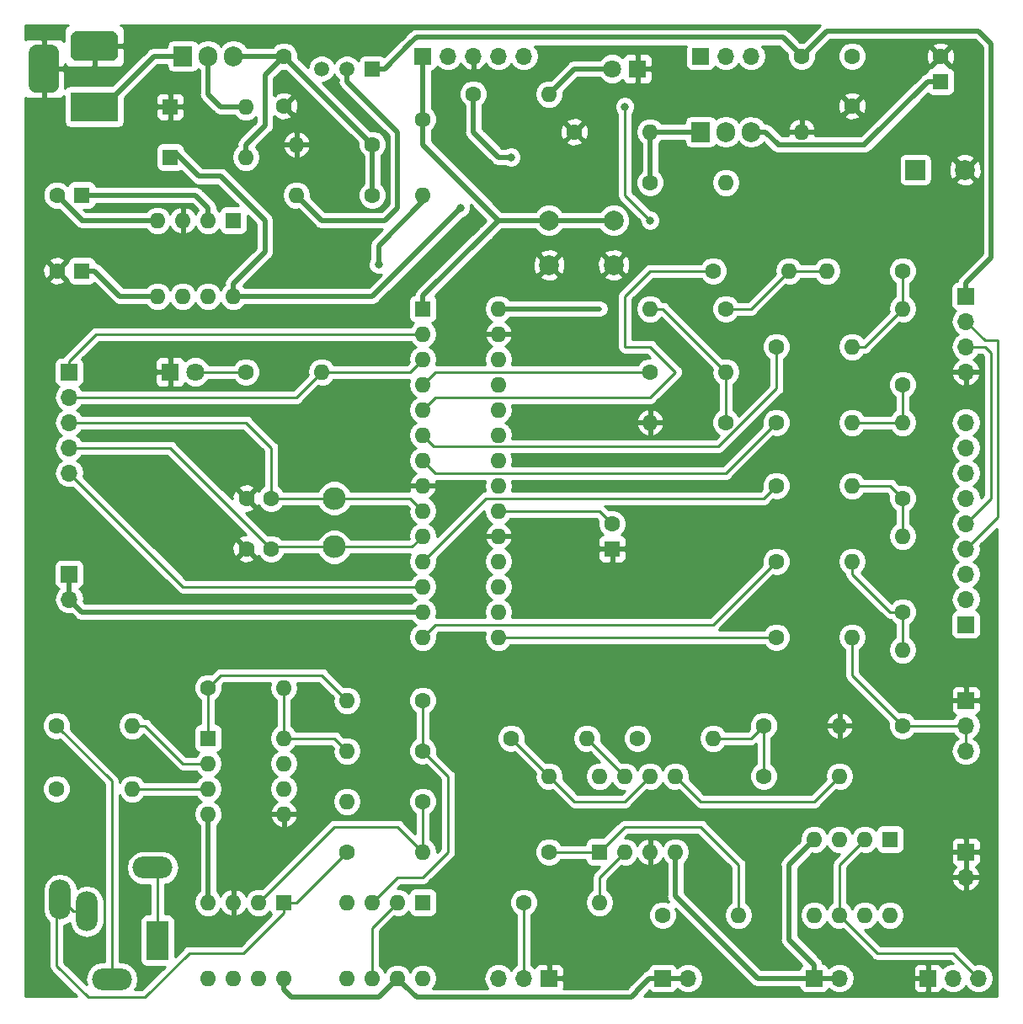
<source format=gbr>
G04 #@! TF.GenerationSoftware,KiCad,Pcbnew,(5.0.0)*
G04 #@! TF.CreationDate,2019-01-04T11:12:30-05:00*
G04 #@! TF.ProjectId,Sistema_Adquisicion_Tesis,53697374656D615F4164717569736963,rev?*
G04 #@! TF.SameCoordinates,Original*
G04 #@! TF.FileFunction,Copper,L2,Bot,Signal*
G04 #@! TF.FilePolarity,Positive*
%FSLAX46Y46*%
G04 Gerber Fmt 4.6, Leading zero omitted, Abs format (unit mm)*
G04 Created by KiCad (PCBNEW (5.0.0)) date 01/04/19 11:12:30*
%MOMM*%
%LPD*%
G01*
G04 APERTURE LIST*
G04 #@! TA.AperFunction,ComponentPad*
%ADD10C,1.600000*%
G04 #@! TD*
G04 #@! TA.AperFunction,ComponentPad*
%ADD11R,1.600000X1.600000*%
G04 #@! TD*
G04 #@! TA.AperFunction,ComponentPad*
%ADD12R,2.000000X2.000000*%
G04 #@! TD*
G04 #@! TA.AperFunction,ComponentPad*
%ADD13C,2.000000*%
G04 #@! TD*
G04 #@! TA.AperFunction,ComponentPad*
%ADD14O,1.600000X1.600000*%
G04 #@! TD*
G04 #@! TA.AperFunction,ComponentPad*
%ADD15R,1.800000X1.800000*%
G04 #@! TD*
G04 #@! TA.AperFunction,ComponentPad*
%ADD16C,1.800000*%
G04 #@! TD*
G04 #@! TA.AperFunction,Conductor*
%ADD17C,0.100000*%
G04 #@! TD*
G04 #@! TA.AperFunction,ComponentPad*
%ADD18C,3.000000*%
G04 #@! TD*
G04 #@! TA.AperFunction,ComponentPad*
%ADD19R,4.800000X3.000000*%
G04 #@! TD*
G04 #@! TA.AperFunction,ComponentPad*
%ADD20R,1.700000X1.700000*%
G04 #@! TD*
G04 #@! TA.AperFunction,ComponentPad*
%ADD21O,1.700000X1.700000*%
G04 #@! TD*
G04 #@! TA.AperFunction,ComponentPad*
%ADD22R,2.200000X4.000000*%
G04 #@! TD*
G04 #@! TA.AperFunction,ComponentPad*
%ADD23O,4.000000X2.200000*%
G04 #@! TD*
G04 #@! TA.AperFunction,ComponentPad*
%ADD24O,2.200000X4.000000*%
G04 #@! TD*
G04 #@! TA.AperFunction,ComponentPad*
%ADD25C,1.500000*%
G04 #@! TD*
G04 #@! TA.AperFunction,ComponentPad*
%ADD26R,1.500000X1.500000*%
G04 #@! TD*
G04 #@! TA.AperFunction,ComponentPad*
%ADD27R,1.905000X2.000000*%
G04 #@! TD*
G04 #@! TA.AperFunction,ComponentPad*
%ADD28O,1.905000X2.000000*%
G04 #@! TD*
G04 #@! TA.AperFunction,ComponentPad*
%ADD29C,2.300000*%
G04 #@! TD*
G04 #@! TA.AperFunction,ViaPad*
%ADD30C,0.800000*%
G04 #@! TD*
G04 #@! TA.AperFunction,Conductor*
%ADD31C,0.500000*%
G04 #@! TD*
G04 #@! TA.AperFunction,Conductor*
%ADD32C,0.254000*%
G04 #@! TD*
G04 APERTURE END LIST*
D10*
G04 #@! TO.P,C6,2*
G04 #@! TO.N,Net-(C6-Pad2)*
X62270000Y-88900000D03*
D11*
G04 #@! TO.P,C6,1*
G04 #@! TO.N,Net-(C6-Pad1)*
X64770000Y-88900000D03*
G04 #@! TD*
D10*
G04 #@! TO.P,C1,2*
G04 #@! TO.N,GND*
X85090000Y-79930000D03*
G04 #@! TO.P,C1,1*
G04 #@! TO.N,Net-(C1-Pad1)*
X85090000Y-74930000D03*
G04 #@! TD*
D12*
G04 #@! TO.P,C2,1*
G04 #@! TO.N,/V+*
X148590000Y-86360000D03*
D13*
G04 #@! TO.P,C2,2*
G04 #@! TO.N,GND*
X153590000Y-86360000D03*
G04 #@! TD*
D10*
G04 #@! TO.P,C3,2*
G04 #@! TO.N,GND*
X81320000Y-119380000D03*
G04 #@! TO.P,C3,1*
G04 #@! TO.N,/RA2*
X83820000Y-119380000D03*
G04 #@! TD*
G04 #@! TO.P,C4,1*
G04 #@! TO.N,/RA3*
X83820000Y-124460000D03*
G04 #@! TO.P,C4,2*
G04 #@! TO.N,GND*
X81320000Y-124460000D03*
G04 #@! TD*
G04 #@! TO.P,C5,2*
G04 #@! TO.N,Net-(C5-Pad2)*
X118110000Y-121960000D03*
D11*
G04 #@! TO.P,C5,1*
G04 #@! TO.N,GND*
X118110000Y-124460000D03*
G04 #@! TD*
G04 #@! TO.P,C7,1*
G04 #@! TO.N,/V-*
X64770000Y-96520000D03*
D10*
G04 #@! TO.P,C7,2*
G04 #@! TO.N,GND*
X62270000Y-96520000D03*
G04 #@! TD*
D11*
G04 #@! TO.P,C8,1*
G04 #@! TO.N,/V+*
X151130000Y-77470000D03*
D10*
G04 #@! TO.P,C8,2*
G04 #@! TO.N,GND*
X151130000Y-74970000D03*
G04 #@! TD*
G04 #@! TO.P,C9,1*
G04 #@! TO.N,/3+*
X142240000Y-74930000D03*
G04 #@! TO.P,C9,2*
G04 #@! TO.N,GND*
X142240000Y-79930000D03*
G04 #@! TD*
D14*
G04 #@! TO.P,D1,2*
G04 #@! TO.N,Net-(D1-Pad2)*
X81280000Y-80010000D03*
D11*
G04 #@! TO.P,D1,1*
G04 #@! TO.N,GND*
X73660000Y-80010000D03*
G04 #@! TD*
G04 #@! TO.P,D2,1*
G04 #@! TO.N,/V+*
X73660000Y-85090000D03*
D14*
G04 #@! TO.P,D2,2*
G04 #@! TO.N,Net-(C1-Pad1)*
X81280000Y-85090000D03*
G04 #@! TD*
D15*
G04 #@! TO.P,D3,1*
G04 #@! TO.N,GND*
X120650000Y-76200000D03*
D16*
G04 #@! TO.P,D3,2*
G04 #@! TO.N,Net-(D3-Pad2)*
X118110000Y-76200000D03*
G04 #@! TD*
G04 #@! TO.P,D4,2*
G04 #@! TO.N,Net-(D4-Pad2)*
X76200000Y-106680000D03*
D15*
G04 #@! TO.P,D4,1*
G04 #@! TO.N,GND*
X73660000Y-106680000D03*
G04 #@! TD*
D17*
G04 #@! TO.N,GND*
G04 #@! TO.C,J1*
G36*
X67763513Y-72413611D02*
X67836318Y-72424411D01*
X67907714Y-72442295D01*
X67977013Y-72467090D01*
X68043548Y-72498559D01*
X68106678Y-72536398D01*
X68165795Y-72580242D01*
X68220330Y-72629670D01*
X68269758Y-72684205D01*
X68313602Y-72743322D01*
X68351441Y-72806452D01*
X68382910Y-72872987D01*
X68407705Y-72942286D01*
X68425589Y-73013682D01*
X68436389Y-73086487D01*
X68440000Y-73160000D01*
X68440000Y-74660000D01*
X68436389Y-74733513D01*
X68425589Y-74806318D01*
X68407705Y-74877714D01*
X68382910Y-74947013D01*
X68351441Y-75013548D01*
X68313602Y-75076678D01*
X68269758Y-75135795D01*
X68220330Y-75190330D01*
X68165795Y-75239758D01*
X68106678Y-75283602D01*
X68043548Y-75321441D01*
X67977013Y-75352910D01*
X67907714Y-75377705D01*
X67836318Y-75395589D01*
X67763513Y-75406389D01*
X67690000Y-75410000D01*
X64390000Y-75410000D01*
X64316487Y-75406389D01*
X64243682Y-75395589D01*
X64172286Y-75377705D01*
X64102987Y-75352910D01*
X64036452Y-75321441D01*
X63973322Y-75283602D01*
X63914205Y-75239758D01*
X63859670Y-75190330D01*
X63810242Y-75135795D01*
X63766398Y-75076678D01*
X63728559Y-75013548D01*
X63697090Y-74947013D01*
X63672295Y-74877714D01*
X63654411Y-74806318D01*
X63643611Y-74733513D01*
X63640000Y-74660000D01*
X63640000Y-73160000D01*
X63643611Y-73086487D01*
X63654411Y-73013682D01*
X63672295Y-72942286D01*
X63697090Y-72872987D01*
X63728559Y-72806452D01*
X63766398Y-72743322D01*
X63810242Y-72684205D01*
X63859670Y-72629670D01*
X63914205Y-72580242D01*
X63973322Y-72536398D01*
X64036452Y-72498559D01*
X64102987Y-72467090D01*
X64172286Y-72442295D01*
X64243682Y-72424411D01*
X64316487Y-72413611D01*
X64390000Y-72410000D01*
X67690000Y-72410000D01*
X67763513Y-72413611D01*
X67763513Y-72413611D01*
G37*
D18*
G04 #@! TD*
G04 #@! TO.P,J1,2*
G04 #@! TO.N,GND*
X66040000Y-73910000D03*
D19*
G04 #@! TO.P,J1,1*
G04 #@! TO.N,Net-(J1-Pad1)*
X66040000Y-80010000D03*
D17*
G04 #@! TD*
G04 #@! TO.N,GND*
G04 #@! TO.C,J1*
G36*
X61783513Y-73803611D02*
X61856318Y-73814411D01*
X61927714Y-73832295D01*
X61997013Y-73857090D01*
X62063548Y-73888559D01*
X62126678Y-73926398D01*
X62185795Y-73970242D01*
X62240330Y-74019670D01*
X62289758Y-74074205D01*
X62333602Y-74133322D01*
X62371441Y-74196452D01*
X62402910Y-74262987D01*
X62427705Y-74332286D01*
X62445589Y-74403682D01*
X62456389Y-74476487D01*
X62460000Y-74550000D01*
X62460000Y-77850000D01*
X62456389Y-77923513D01*
X62445589Y-77996318D01*
X62427705Y-78067714D01*
X62402910Y-78137013D01*
X62371441Y-78203548D01*
X62333602Y-78266678D01*
X62289758Y-78325795D01*
X62240330Y-78380330D01*
X62185795Y-78429758D01*
X62126678Y-78473602D01*
X62063548Y-78511441D01*
X61997013Y-78542910D01*
X61927714Y-78567705D01*
X61856318Y-78585589D01*
X61783513Y-78596389D01*
X61710000Y-78600000D01*
X60210000Y-78600000D01*
X60136487Y-78596389D01*
X60063682Y-78585589D01*
X59992286Y-78567705D01*
X59922987Y-78542910D01*
X59856452Y-78511441D01*
X59793322Y-78473602D01*
X59734205Y-78429758D01*
X59679670Y-78380330D01*
X59630242Y-78325795D01*
X59586398Y-78266678D01*
X59548559Y-78203548D01*
X59517090Y-78137013D01*
X59492295Y-78067714D01*
X59474411Y-77996318D01*
X59463611Y-77923513D01*
X59460000Y-77850000D01*
X59460000Y-74550000D01*
X59463611Y-74476487D01*
X59474411Y-74403682D01*
X59492295Y-74332286D01*
X59517090Y-74262987D01*
X59548559Y-74196452D01*
X59586398Y-74133322D01*
X59630242Y-74074205D01*
X59679670Y-74019670D01*
X59734205Y-73970242D01*
X59793322Y-73926398D01*
X59856452Y-73888559D01*
X59922987Y-73857090D01*
X59992286Y-73832295D01*
X60063682Y-73814411D01*
X60136487Y-73803611D01*
X60210000Y-73800000D01*
X61710000Y-73800000D01*
X61783513Y-73803611D01*
X61783513Y-73803611D01*
G37*
D18*
G04 #@! TO.P,J1,3*
G04 #@! TO.N,GND*
X60960000Y-76200000D03*
G04 #@! TD*
D20*
G04 #@! TO.P,J2,1*
G04 #@! TO.N,/Vusb*
X153670000Y-99060000D03*
D21*
G04 #@! TO.P,J2,2*
G04 #@! TO.N,/RX*
X153670000Y-101600000D03*
G04 #@! TO.P,J2,3*
G04 #@! TO.N,/TX*
X153670000Y-104140000D03*
G04 #@! TO.P,J2,4*
G04 #@! TO.N,GND*
X153670000Y-106680000D03*
G04 #@! TD*
D22*
G04 #@! TO.P,J5,T*
G04 #@! TO.N,/+IN*
X72390000Y-163830000D03*
D23*
G04 #@! TO.P,J5,TN*
X71890000Y-156530000D03*
D24*
G04 #@! TO.P,J5,RN*
G04 #@! TO.N,/TC*
X65290000Y-160930000D03*
G04 #@! TO.P,J5,R*
X62590000Y-159730000D03*
D23*
G04 #@! TO.P,J5,S*
G04 #@! TO.N,/-IN*
X67790000Y-167730000D03*
G04 #@! TD*
D20*
G04 #@! TO.P,J7,1*
G04 #@! TO.N,GND*
X153670000Y-154940000D03*
D21*
G04 #@! TO.P,J7,2*
X153670000Y-157480000D03*
G04 #@! TD*
D20*
G04 #@! TO.P,J8,1*
G04 #@! TO.N,/RA0*
X63500000Y-106680000D03*
D21*
G04 #@! TO.P,J8,2*
G04 #@! TO.N,/RA1*
X63500000Y-109220000D03*
G04 #@! TO.P,J8,3*
G04 #@! TO.N,/RA2*
X63500000Y-111760000D03*
G04 #@! TO.P,J8,4*
G04 #@! TO.N,/RA3*
X63500000Y-114300000D03*
G04 #@! TO.P,J8,5*
G04 #@! TO.N,/RA4*
X63500000Y-116840000D03*
G04 #@! TD*
D20*
G04 #@! TO.P,J9,1*
G04 #@! TO.N,/Vp*
X127000000Y-74930000D03*
D21*
G04 #@! TO.P,J9,2*
G04 #@! TO.N,/3.3*
X129540000Y-74930000D03*
G04 #@! TO.P,J9,3*
G04 #@! TO.N,/3+*
X132080000Y-74930000D03*
G04 #@! TD*
D20*
G04 #@! TO.P,J10,1*
G04 #@! TO.N,/MCLR*
X99060000Y-74930000D03*
D21*
G04 #@! TO.P,J10,2*
G04 #@! TO.N,/Vp*
X101600000Y-74930000D03*
G04 #@! TO.P,J10,3*
G04 #@! TO.N,GND*
X104140000Y-74930000D03*
G04 #@! TO.P,J10,4*
G04 #@! TO.N,/RB0*
X106680000Y-74930000D03*
G04 #@! TO.P,J10,5*
G04 #@! TO.N,/RB1*
X109220000Y-74930000D03*
G04 #@! TD*
G04 #@! TO.P,J11,2*
G04 #@! TO.N,/3.3*
X63500000Y-129540000D03*
D20*
G04 #@! TO.P,J11,1*
X63500000Y-127000000D03*
G04 #@! TD*
D25*
G04 #@! TO.P,Q1,2*
G04 #@! TO.N,Net-(Q1-Pad2)*
X91440000Y-76200000D03*
G04 #@! TO.P,Q1,3*
G04 #@! TO.N,/V+*
X88900000Y-76200000D03*
D26*
G04 #@! TO.P,Q1,1*
G04 #@! TO.N,/Vusb*
X93980000Y-76200000D03*
G04 #@! TD*
D13*
G04 #@! TO.P,SW1,2*
G04 #@! TO.N,GND*
X111760000Y-95940000D03*
G04 #@! TO.P,SW1,1*
G04 #@! TO.N,/MCLR*
X111760000Y-91440000D03*
G04 #@! TO.P,SW1,2*
G04 #@! TO.N,GND*
X118260000Y-95940000D03*
G04 #@! TO.P,SW1,1*
G04 #@! TO.N,/MCLR*
X118260000Y-91440000D03*
G04 #@! TD*
D11*
G04 #@! TO.P,U1,1*
G04 #@! TO.N,/MCLR*
X99060000Y-100330000D03*
D14*
G04 #@! TO.P,U1,15*
G04 #@! TO.N,/RB6*
X106680000Y-133350000D03*
G04 #@! TO.P,U1,2*
G04 #@! TO.N,/RA0*
X99060000Y-102870000D03*
G04 #@! TO.P,U1,16*
G04 #@! TO.N,/RB7*
X106680000Y-130810000D03*
G04 #@! TO.P,U1,3*
G04 #@! TO.N,/RA1*
X99060000Y-105410000D03*
G04 #@! TO.P,U1,17*
G04 #@! TO.N,/RB8*
X106680000Y-128270000D03*
G04 #@! TO.P,U1,4*
G04 #@! TO.N,/RB0*
X99060000Y-107950000D03*
G04 #@! TO.P,U1,18*
G04 #@! TO.N,/RB9*
X106680000Y-125730000D03*
G04 #@! TO.P,U1,5*
G04 #@! TO.N,/RB1*
X99060000Y-110490000D03*
G04 #@! TO.P,U1,19*
G04 #@! TO.N,GND*
X106680000Y-123190000D03*
G04 #@! TO.P,U1,6*
G04 #@! TO.N,/RB2*
X99060000Y-113030000D03*
G04 #@! TO.P,U1,20*
G04 #@! TO.N,Net-(C5-Pad2)*
X106680000Y-120650000D03*
G04 #@! TO.P,U1,7*
G04 #@! TO.N,/RB3*
X99060000Y-115570000D03*
G04 #@! TO.P,U1,21*
G04 #@! TO.N,/RX*
X106680000Y-118110000D03*
G04 #@! TO.P,U1,8*
G04 #@! TO.N,GND*
X99060000Y-118110000D03*
G04 #@! TO.P,U1,22*
G04 #@! TO.N,/TX*
X106680000Y-115570000D03*
G04 #@! TO.P,U1,9*
G04 #@! TO.N,/RA2*
X99060000Y-120650000D03*
G04 #@! TO.P,U1,23*
G04 #@! TO.N,/RB12*
X106680000Y-113030000D03*
G04 #@! TO.P,U1,10*
G04 #@! TO.N,/RA3*
X99060000Y-123190000D03*
G04 #@! TO.P,U1,24*
G04 #@! TO.N,/RB13*
X106680000Y-110490000D03*
G04 #@! TO.P,U1,11*
G04 #@! TO.N,/RB4*
X99060000Y-125730000D03*
G04 #@! TO.P,U1,25*
G04 #@! TO.N,/RB14*
X106680000Y-107950000D03*
G04 #@! TO.P,U1,12*
G04 #@! TO.N,/RA4*
X99060000Y-128270000D03*
G04 #@! TO.P,U1,26*
G04 #@! TO.N,/RB15*
X106680000Y-105410000D03*
G04 #@! TO.P,U1,13*
G04 #@! TO.N,/3.3*
X99060000Y-130810000D03*
G04 #@! TO.P,U1,27*
G04 #@! TO.N,GND*
X106680000Y-102870000D03*
G04 #@! TO.P,U1,14*
G04 #@! TO.N,/RB5*
X99060000Y-133350000D03*
G04 #@! TO.P,U1,28*
G04 #@! TO.N,/3.3*
X106680000Y-100330000D03*
G04 #@! TD*
D11*
G04 #@! TO.P,U2,1*
G04 #@! TO.N,Net-(R3-Pad2)*
X77470000Y-143510000D03*
D14*
G04 #@! TO.P,U2,5*
G04 #@! TO.N,GND*
X85090000Y-151130000D03*
G04 #@! TO.P,U2,2*
G04 #@! TO.N,Net-(R1-Pad2)*
X77470000Y-146050000D03*
G04 #@! TO.P,U2,6*
G04 #@! TO.N,Net-(J3-Pad3)*
X85090000Y-148590000D03*
G04 #@! TO.P,U2,3*
G04 #@! TO.N,Net-(R2-Pad2)*
X77470000Y-148590000D03*
G04 #@! TO.P,U2,7*
G04 #@! TO.N,/V+*
X85090000Y-146050000D03*
G04 #@! TO.P,U2,4*
G04 #@! TO.N,/V-*
X77470000Y-151130000D03*
G04 #@! TO.P,U2,8*
G04 #@! TO.N,Net-(R4-Pad2)*
X85090000Y-143510000D03*
G04 #@! TD*
D27*
G04 #@! TO.P,U3,1*
G04 #@! TO.N,Net-(J1-Pad1)*
X74930000Y-74930000D03*
D28*
G04 #@! TO.P,U3,2*
G04 #@! TO.N,Net-(D1-Pad2)*
X77470000Y-74930000D03*
G04 #@! TO.P,U3,3*
G04 #@! TO.N,Net-(C1-Pad1)*
X80010000Y-74930000D03*
G04 #@! TD*
D14*
G04 #@! TO.P,U4,8*
G04 #@! TO.N,/V+*
X116840000Y-147320000D03*
G04 #@! TO.P,U4,4*
G04 #@! TO.N,/V-*
X124460000Y-154940000D03*
G04 #@! TO.P,U4,7*
G04 #@! TO.N,Net-(R16-Pad2)*
X119380000Y-147320000D03*
G04 #@! TO.P,U4,3*
G04 #@! TO.N,GND*
X121920000Y-154940000D03*
G04 #@! TO.P,U4,6*
G04 #@! TO.N,Net-(R13-Pad2)*
X121920000Y-147320000D03*
G04 #@! TO.P,U4,2*
G04 #@! TO.N,Net-(R10-Pad2)*
X119380000Y-154940000D03*
G04 #@! TO.P,U4,5*
G04 #@! TO.N,Net-(R14-Pad2)*
X124460000Y-147320000D03*
D11*
G04 #@! TO.P,U4,1*
G04 #@! TO.N,Net-(R11-Pad2)*
X116840000Y-154940000D03*
G04 #@! TD*
D28*
G04 #@! TO.P,U5,3*
G04 #@! TO.N,/V+*
X132080000Y-82550000D03*
G04 #@! TO.P,U5,2*
G04 #@! TO.N,/3+*
X129540000Y-82550000D03*
D27*
G04 #@! TO.P,U5,1*
G04 #@! TO.N,Net-(R34-Pad2)*
X127000000Y-82550000D03*
G04 #@! TD*
D11*
G04 #@! TO.P,U6,1*
G04 #@! TO.N,N/C*
X146050000Y-153670000D03*
D14*
G04 #@! TO.P,U6,5*
X138430000Y-161290000D03*
G04 #@! TO.P,U6,2*
G04 #@! TO.N,/OUT2*
X143510000Y-153670000D03*
G04 #@! TO.P,U6,6*
X140970000Y-161290000D03*
G04 #@! TO.P,U6,3*
G04 #@! TO.N,Net-(R16-Pad2)*
X140970000Y-153670000D03*
G04 #@! TO.P,U6,7*
G04 #@! TO.N,/V+*
X143510000Y-161290000D03*
G04 #@! TO.P,U6,4*
G04 #@! TO.N,/V-*
X138430000Y-153670000D03*
G04 #@! TO.P,U6,8*
G04 #@! TO.N,N/C*
X146050000Y-161290000D03*
G04 #@! TD*
G04 #@! TO.P,U7,8*
G04 #@! TO.N,/V+*
X85090000Y-167640000D03*
G04 #@! TO.P,U7,4*
G04 #@! TO.N,/V-*
X77470000Y-160020000D03*
G04 #@! TO.P,U7,7*
G04 #@! TO.N,N/C*
X82550000Y-167640000D03*
G04 #@! TO.P,U7,3*
G04 #@! TO.N,GND*
X80010000Y-160020000D03*
G04 #@! TO.P,U7,6*
G04 #@! TO.N,N/C*
X80010000Y-167640000D03*
G04 #@! TO.P,U7,2*
G04 #@! TO.N,Net-(R28-Pad2)*
X82550000Y-160020000D03*
G04 #@! TO.P,U7,5*
G04 #@! TO.N,N/C*
X77470000Y-167640000D03*
D11*
G04 #@! TO.P,U7,1*
G04 #@! TO.N,/TC*
X85090000Y-160020000D03*
G04 #@! TD*
G04 #@! TO.P,U8,1*
G04 #@! TO.N,N/C*
X99060000Y-160020000D03*
D14*
G04 #@! TO.P,U8,5*
X91440000Y-167640000D03*
G04 #@! TO.P,U8,2*
G04 #@! TO.N,Net-(R32-Pad2)*
X96520000Y-160020000D03*
G04 #@! TO.P,U8,6*
X93980000Y-167640000D03*
G04 #@! TO.P,U8,3*
G04 #@! TO.N,/WCT*
X93980000Y-160020000D03*
G04 #@! TO.P,U8,7*
G04 #@! TO.N,/V+*
X96520000Y-167640000D03*
G04 #@! TO.P,U8,4*
G04 #@! TO.N,/V-*
X91440000Y-160020000D03*
G04 #@! TO.P,U8,8*
G04 #@! TO.N,N/C*
X99060000Y-167640000D03*
G04 #@! TD*
G04 #@! TO.P,U9,8*
G04 #@! TO.N,/V+*
X80010000Y-99060000D03*
G04 #@! TO.P,U9,4*
G04 #@! TO.N,Net-(C6-Pad2)*
X72390000Y-91440000D03*
G04 #@! TO.P,U9,7*
G04 #@! TO.N,N/C*
X77470000Y-99060000D03*
G04 #@! TO.P,U9,3*
G04 #@! TO.N,GND*
X74930000Y-91440000D03*
G04 #@! TO.P,U9,6*
G04 #@! TO.N,N/C*
X74930000Y-99060000D03*
G04 #@! TO.P,U9,2*
G04 #@! TO.N,Net-(C6-Pad1)*
X77470000Y-91440000D03*
G04 #@! TO.P,U9,5*
G04 #@! TO.N,/V-*
X72390000Y-99060000D03*
D11*
G04 #@! TO.P,U9,1*
G04 #@! TO.N,N/C*
X80010000Y-91440000D03*
G04 #@! TD*
D29*
G04 #@! TO.P,Y1,1*
G04 #@! TO.N,/RA2*
X90170000Y-119380000D03*
G04 #@! TO.P,Y1,2*
G04 #@! TO.N,/RA3*
X90170000Y-124280000D03*
G04 #@! TD*
D21*
G04 #@! TO.P,J3,3*
G04 #@! TO.N,Net-(J3-Pad3)*
X106680000Y-167640000D03*
G04 #@! TO.P,J3,2*
G04 #@! TO.N,/OUT1*
X109220000Y-167640000D03*
D20*
G04 #@! TO.P,J3,1*
G04 #@! TO.N,GND*
X111760000Y-167640000D03*
G04 #@! TD*
G04 #@! TO.P,J4,1*
G04 #@! TO.N,GND*
X149860000Y-167640000D03*
D21*
G04 #@! TO.P,J4,2*
G04 #@! TO.N,/RA0*
X152400000Y-167640000D03*
G04 #@! TO.P,J4,3*
G04 #@! TO.N,/OUT2*
X154940000Y-167640000D03*
G04 #@! TD*
D20*
G04 #@! TO.P,J12,1*
G04 #@! TO.N,/RB7*
X153670000Y-132080000D03*
D21*
G04 #@! TO.P,J12,2*
G04 #@! TO.N,/RB8*
X153670000Y-129540000D03*
G04 #@! TO.P,J12,3*
G04 #@! TO.N,/RB9*
X153670000Y-127000000D03*
G04 #@! TO.P,J12,4*
G04 #@! TO.N,/RX*
X153670000Y-124460000D03*
G04 #@! TO.P,J12,5*
G04 #@! TO.N,/TX*
X153670000Y-121920000D03*
G04 #@! TO.P,J12,6*
G04 #@! TO.N,/RB12*
X153670000Y-119380000D03*
G04 #@! TO.P,J12,7*
G04 #@! TO.N,/RB13*
X153670000Y-116840000D03*
G04 #@! TO.P,J12,8*
G04 #@! TO.N,/RB14*
X153670000Y-114300000D03*
G04 #@! TO.P,J12,9*
G04 #@! TO.N,/RB15*
X153670000Y-111760000D03*
G04 #@! TD*
G04 #@! TO.P,J13,2*
G04 #@! TO.N,/V+*
X125730000Y-167640000D03*
D20*
G04 #@! TO.P,J13,1*
X123190000Y-167640000D03*
G04 #@! TD*
G04 #@! TO.P,J14,1*
G04 #@! TO.N,/V-*
X138430000Y-167640000D03*
D21*
G04 #@! TO.P,J14,2*
X140970000Y-167640000D03*
G04 #@! TD*
D10*
G04 #@! TO.P,R1,1*
G04 #@! TO.N,/-IN*
X62230000Y-142240000D03*
D14*
G04 #@! TO.P,R1,2*
G04 #@! TO.N,Net-(R1-Pad2)*
X69850000Y-142240000D03*
G04 #@! TD*
G04 #@! TO.P,R2,2*
G04 #@! TO.N,Net-(R2-Pad2)*
X69850000Y-148590000D03*
D10*
G04 #@! TO.P,R2,1*
G04 #@! TO.N,/+IN*
X62230000Y-148590000D03*
G04 #@! TD*
G04 #@! TO.P,R3,1*
G04 #@! TO.N,/WCT*
X99060000Y-139700000D03*
D14*
G04 #@! TO.P,R3,2*
G04 #@! TO.N,Net-(R3-Pad2)*
X91440000Y-139700000D03*
G04 #@! TD*
G04 #@! TO.P,R4,2*
G04 #@! TO.N,Net-(R4-Pad2)*
X91440000Y-144780000D03*
D10*
G04 #@! TO.P,R4,1*
G04 #@! TO.N,/WCT*
X99060000Y-144780000D03*
G04 #@! TD*
G04 #@! TO.P,R5,1*
G04 #@! TO.N,Net-(R3-Pad2)*
X77470000Y-138430000D03*
D14*
G04 #@! TO.P,R5,2*
G04 #@! TO.N,Net-(R4-Pad2)*
X85090000Y-138430000D03*
G04 #@! TD*
D10*
G04 #@! TO.P,R6,1*
G04 #@! TO.N,Net-(C1-Pad1)*
X93980000Y-83820000D03*
D14*
G04 #@! TO.P,R6,2*
G04 #@! TO.N,GND*
X86360000Y-83820000D03*
G04 #@! TD*
G04 #@! TO.P,R7,2*
G04 #@! TO.N,Net-(Q1-Pad2)*
X86360000Y-88900000D03*
D10*
G04 #@! TO.P,R7,1*
G04 #@! TO.N,Net-(C1-Pad1)*
X93980000Y-88900000D03*
G04 #@! TD*
D14*
G04 #@! TO.P,R8,2*
G04 #@! TO.N,GND*
X137160000Y-82550000D03*
D10*
G04 #@! TO.P,R8,1*
G04 #@! TO.N,/Vusb*
X137160000Y-74930000D03*
G04 #@! TD*
G04 #@! TO.P,R9,1*
G04 #@! TO.N,/V+*
X104140000Y-78740000D03*
D14*
G04 #@! TO.P,R9,2*
G04 #@! TO.N,Net-(D3-Pad2)*
X111760000Y-78740000D03*
G04 #@! TD*
G04 #@! TO.P,R10,2*
G04 #@! TO.N,Net-(R10-Pad2)*
X116840000Y-160020000D03*
D10*
G04 #@! TO.P,R10,1*
G04 #@! TO.N,/OUT1*
X109220000Y-160020000D03*
G04 #@! TD*
G04 #@! TO.P,R11,1*
G04 #@! TO.N,Net-(R10-Pad2)*
X123190000Y-161290000D03*
D14*
G04 #@! TO.P,R11,2*
G04 #@! TO.N,Net-(R11-Pad2)*
X130810000Y-161290000D03*
G04 #@! TD*
D10*
G04 #@! TO.P,R12,1*
G04 #@! TO.N,/V+*
X120650000Y-143510000D03*
D14*
G04 #@! TO.P,R12,2*
G04 #@! TO.N,Net-(R12-Pad2)*
X128270000Y-143510000D03*
G04 #@! TD*
G04 #@! TO.P,R13,2*
G04 #@! TO.N,Net-(R13-Pad2)*
X111760000Y-147320000D03*
D10*
G04 #@! TO.P,R13,1*
G04 #@! TO.N,Net-(R11-Pad2)*
X111760000Y-154940000D03*
G04 #@! TD*
D14*
G04 #@! TO.P,R14,2*
G04 #@! TO.N,Net-(R14-Pad2)*
X140970000Y-147320000D03*
D10*
G04 #@! TO.P,R14,1*
G04 #@! TO.N,Net-(R12-Pad2)*
X133350000Y-147320000D03*
G04 #@! TD*
D14*
G04 #@! TO.P,R15,2*
G04 #@! TO.N,GND*
X140970000Y-142240000D03*
D10*
G04 #@! TO.P,R15,1*
G04 #@! TO.N,Net-(R12-Pad2)*
X133350000Y-142240000D03*
G04 #@! TD*
G04 #@! TO.P,R16,1*
G04 #@! TO.N,Net-(R13-Pad2)*
X107950000Y-143510000D03*
D14*
G04 #@! TO.P,R16,2*
G04 #@! TO.N,Net-(R16-Pad2)*
X115570000Y-143510000D03*
G04 #@! TD*
G04 #@! TO.P,R17,2*
G04 #@! TO.N,GND*
X121920000Y-111760000D03*
D10*
G04 #@! TO.P,R17,1*
G04 #@! TO.N,Net-(R17-Pad1)*
X129540000Y-111760000D03*
G04 #@! TD*
D14*
G04 #@! TO.P,R18,2*
G04 #@! TO.N,Net-(R17-Pad1)*
X129540000Y-106680000D03*
D10*
G04 #@! TO.P,R18,1*
G04 #@! TO.N,/RB0*
X121920000Y-106680000D03*
G04 #@! TD*
G04 #@! TO.P,R19,1*
G04 #@! TO.N,Net-(R19-Pad1)*
X129540000Y-100330000D03*
D14*
G04 #@! TO.P,R19,2*
G04 #@! TO.N,Net-(R17-Pad1)*
X121920000Y-100330000D03*
G04 #@! TD*
D10*
G04 #@! TO.P,R20,1*
G04 #@! TO.N,/RB1*
X128270000Y-96520000D03*
D14*
G04 #@! TO.P,R20,2*
G04 #@! TO.N,Net-(R19-Pad1)*
X135890000Y-96520000D03*
G04 #@! TD*
G04 #@! TO.P,R21,2*
G04 #@! TO.N,Net-(R19-Pad1)*
X139700000Y-96520000D03*
D10*
G04 #@! TO.P,R21,1*
G04 #@! TO.N,Net-(R21-Pad1)*
X147320000Y-96520000D03*
G04 #@! TD*
D14*
G04 #@! TO.P,R22,2*
G04 #@! TO.N,Net-(R21-Pad1)*
X142240000Y-104140000D03*
D10*
G04 #@! TO.P,R22,1*
G04 #@! TO.N,/RB2*
X134620000Y-104140000D03*
G04 #@! TD*
G04 #@! TO.P,R23,1*
G04 #@! TO.N,Net-(R23-Pad1)*
X147320000Y-107950000D03*
D14*
G04 #@! TO.P,R23,2*
G04 #@! TO.N,Net-(R21-Pad1)*
X147320000Y-100330000D03*
G04 #@! TD*
D10*
G04 #@! TO.P,R24,1*
G04 #@! TO.N,/RB3*
X134620000Y-111760000D03*
D14*
G04 #@! TO.P,R24,2*
G04 #@! TO.N,Net-(R23-Pad1)*
X142240000Y-111760000D03*
G04 #@! TD*
G04 #@! TO.P,R25,2*
G04 #@! TO.N,Net-(R23-Pad1)*
X147320000Y-111760000D03*
D10*
G04 #@! TO.P,R25,1*
G04 #@! TO.N,Net-(R25-Pad1)*
X147320000Y-119380000D03*
G04 #@! TD*
D14*
G04 #@! TO.P,R26,2*
G04 #@! TO.N,Net-(R25-Pad1)*
X142240000Y-118110000D03*
D10*
G04 #@! TO.P,R26,1*
G04 #@! TO.N,/RB4*
X134620000Y-118110000D03*
G04 #@! TD*
G04 #@! TO.P,R27,1*
G04 #@! TO.N,Net-(R27-Pad1)*
X147320000Y-130810000D03*
D14*
G04 #@! TO.P,R27,2*
G04 #@! TO.N,Net-(R25-Pad1)*
X147320000Y-123190000D03*
G04 #@! TD*
G04 #@! TO.P,R28,2*
G04 #@! TO.N,Net-(R28-Pad2)*
X99060000Y-154940000D03*
D10*
G04 #@! TO.P,R28,1*
G04 #@! TO.N,/TC*
X91440000Y-154940000D03*
G04 #@! TD*
G04 #@! TO.P,R29,1*
G04 #@! TO.N,/RB5*
X134620000Y-125730000D03*
D14*
G04 #@! TO.P,R29,2*
G04 #@! TO.N,Net-(R27-Pad1)*
X142240000Y-125730000D03*
G04 #@! TD*
D10*
G04 #@! TO.P,R30,1*
G04 #@! TO.N,Net-(J6-Pad2)*
X147320000Y-142240000D03*
D14*
G04 #@! TO.P,R30,2*
G04 #@! TO.N,Net-(R27-Pad1)*
X147320000Y-134620000D03*
G04 #@! TD*
G04 #@! TO.P,R31,2*
G04 #@! TO.N,Net-(J6-Pad2)*
X142240000Y-133350000D03*
D10*
G04 #@! TO.P,R31,1*
G04 #@! TO.N,/RB6*
X134620000Y-133350000D03*
G04 #@! TD*
G04 #@! TO.P,R32,1*
G04 #@! TO.N,Net-(R28-Pad2)*
X99060000Y-149860000D03*
D14*
G04 #@! TO.P,R32,2*
G04 #@! TO.N,Net-(R32-Pad2)*
X91440000Y-149860000D03*
G04 #@! TD*
D10*
G04 #@! TO.P,R33,1*
G04 #@! TO.N,Net-(D4-Pad2)*
X81280000Y-106680000D03*
D14*
G04 #@! TO.P,R33,2*
G04 #@! TO.N,/RA1*
X88900000Y-106680000D03*
G04 #@! TD*
D10*
G04 #@! TO.P,R34,1*
G04 #@! TO.N,GND*
X114300000Y-82550000D03*
D14*
G04 #@! TO.P,R34,2*
G04 #@! TO.N,Net-(R34-Pad2)*
X121920000Y-82550000D03*
G04 #@! TD*
G04 #@! TO.P,R35,2*
G04 #@! TO.N,/3+*
X129540000Y-87630000D03*
D10*
G04 #@! TO.P,R35,1*
G04 #@! TO.N,Net-(R34-Pad2)*
X121920000Y-87630000D03*
G04 #@! TD*
D14*
G04 #@! TO.P,R36,2*
G04 #@! TO.N,/3.3*
X99060000Y-88900000D03*
D10*
G04 #@! TO.P,R36,1*
G04 #@! TO.N,/MCLR*
X99060000Y-81280000D03*
G04 #@! TD*
D20*
G04 #@! TO.P,J6,1*
G04 #@! TO.N,GND*
X153670000Y-139700000D03*
D21*
G04 #@! TO.P,J6,2*
G04 #@! TO.N,Net-(J6-Pad2)*
X153670000Y-142240000D03*
G04 #@! TO.P,J6,3*
X153670000Y-144780000D03*
G04 #@! TD*
D30*
G04 #@! TO.N,/V+*
X102870000Y-90170000D03*
X107950000Y-85090000D03*
G04 #@! TO.N,/3.3*
X94615000Y-95885000D03*
G04 #@! TO.N,/RB1*
X119380000Y-80010000D03*
X121920000Y-91440000D03*
G04 #@! TD*
D31*
G04 #@! TO.N,Net-(C1-Pad1)*
X85090000Y-74930000D02*
X80010000Y-74930000D01*
X93980000Y-83820000D02*
X85090000Y-74930000D01*
X93980000Y-88900000D02*
X93980000Y-83820000D01*
X83185000Y-76835000D02*
X85090000Y-74930000D01*
X83185000Y-81915000D02*
X83185000Y-76835000D01*
X81280000Y-85090000D02*
X81280000Y-83820000D01*
X81280000Y-83820000D02*
X83185000Y-81915000D01*
D32*
G04 #@! TO.N,/RA2*
X97790000Y-119380000D02*
X99060000Y-120650000D01*
X90170000Y-119380000D02*
X97790000Y-119380000D01*
X83820000Y-119380000D02*
X90170000Y-119380000D01*
X63500000Y-111760000D02*
X81280000Y-111760000D01*
X81280000Y-111760000D02*
X83820000Y-114300000D01*
X83820000Y-114300000D02*
X83820000Y-119380000D01*
G04 #@! TO.N,/RA3*
X97970000Y-124280000D02*
X99060000Y-123190000D01*
X90170000Y-124280000D02*
X97970000Y-124280000D01*
X84000000Y-124280000D02*
X83820000Y-124460000D01*
X90170000Y-124280000D02*
X84000000Y-124280000D01*
X73660000Y-114300000D02*
X63500000Y-114300000D01*
X83820000Y-124460000D02*
X73660000Y-114300000D01*
G04 #@! TO.N,Net-(C5-Pad2)*
X116800000Y-120650000D02*
X118110000Y-121960000D01*
X106680000Y-120650000D02*
X116800000Y-120650000D01*
D31*
G04 #@! TO.N,Net-(C6-Pad1)*
X77470000Y-91440000D02*
X77470000Y-90170000D01*
X76200000Y-88900000D02*
X64770000Y-88900000D01*
X77470000Y-90170000D02*
X76200000Y-88900000D01*
G04 #@! TO.N,Net-(C6-Pad2)*
X72390000Y-91440000D02*
X64770000Y-91440000D01*
X64770000Y-91400000D02*
X62270000Y-88900000D01*
X64770000Y-91440000D02*
X64770000Y-91400000D01*
G04 #@! TO.N,/V-*
X68610000Y-99060000D02*
X72390000Y-99060000D01*
X64770000Y-96520000D02*
X66070000Y-96520000D01*
X66070000Y-96520000D02*
X68610000Y-99060000D01*
X138430000Y-167640000D02*
X140970000Y-167640000D01*
X77470000Y-160020000D02*
X77470000Y-151130000D01*
X138430000Y-166290000D02*
X135890000Y-163750000D01*
X138430000Y-167640000D02*
X138430000Y-166290000D01*
X135890000Y-156210000D02*
X138430000Y-153670000D01*
X135890000Y-163750000D02*
X135890000Y-156210000D01*
X124460000Y-156071370D02*
X124460000Y-154940000D01*
X124460000Y-159385000D02*
X124460000Y-156071370D01*
X138430000Y-167640000D02*
X132715000Y-167640000D01*
X132715000Y-167640000D02*
X124460000Y-159385000D01*
G04 #@! TO.N,/V+*
X149830000Y-77470000D02*
X151130000Y-77470000D01*
X143499999Y-83800001D02*
X149830000Y-77470000D01*
X133532500Y-82550000D02*
X134782501Y-83800001D01*
X132080000Y-82550000D02*
X133532500Y-82550000D01*
X123190000Y-167640000D02*
X125730000Y-167640000D01*
X80010000Y-99060000D02*
X93980000Y-99060000D01*
X93980000Y-99060000D02*
X102870000Y-90170000D01*
X123190000Y-167640000D02*
X121840000Y-167640000D01*
X97319999Y-168439999D02*
X96520000Y-167640000D01*
X120539999Y-168940001D02*
X120539999Y-169020001D01*
X121840000Y-167640000D02*
X120539999Y-168940001D01*
X120539999Y-169020001D02*
X120015000Y-169545000D01*
X120015000Y-169545000D02*
X98425000Y-169545000D01*
X98425000Y-169545000D02*
X97319999Y-168439999D01*
X85090000Y-168771370D02*
X85863630Y-169545000D01*
X85090000Y-167640000D02*
X85090000Y-168771370D01*
X94615000Y-169545000D02*
X96520000Y-167640000D01*
X85863630Y-169545000D02*
X94615000Y-169545000D01*
X134782501Y-83820000D02*
X143499999Y-83820000D01*
X74360010Y-84800047D02*
X74154981Y-84595018D01*
X80010000Y-99060000D02*
X80010000Y-97790000D01*
X83185000Y-94615000D02*
X83185000Y-91440000D01*
X83185000Y-91440000D02*
X78740000Y-86995000D01*
X80010000Y-97790000D02*
X83185000Y-94615000D01*
X78740000Y-86995000D02*
X76554963Y-86995000D01*
X76554963Y-86995000D02*
X74360010Y-84800047D01*
X107950000Y-85090000D02*
X106680000Y-85090000D01*
X104140000Y-82550000D02*
X104140000Y-79440008D01*
X106680000Y-85090000D02*
X104140000Y-82550000D01*
G04 #@! TO.N,/3.3*
X106680000Y-100330000D02*
X116840000Y-100330000D01*
X64770000Y-130810000D02*
X63500000Y-129540000D01*
X99060000Y-130810000D02*
X64770000Y-130810000D01*
X63500000Y-127000000D02*
X63500000Y-129540000D01*
X99060000Y-89535000D02*
X99060000Y-88900000D01*
X94615000Y-95885000D02*
X94615000Y-93980000D01*
X94615000Y-93980000D02*
X99060000Y-89535000D01*
G04 #@! TO.N,Net-(D1-Pad2)*
X81280000Y-80010000D02*
X78740000Y-80010000D01*
X77470000Y-78740000D02*
X77470000Y-74930000D01*
X78740000Y-80010000D02*
X77470000Y-78740000D01*
G04 #@! TO.N,Net-(D3-Pad2)*
X114300000Y-76200000D02*
X111760000Y-78740000D01*
X118110000Y-76200000D02*
X114300000Y-76200000D01*
D32*
G04 #@! TO.N,Net-(D4-Pad2)*
X81280000Y-106680000D02*
X76200000Y-106680000D01*
D31*
G04 #@! TO.N,Net-(J1-Pad1)*
X66940000Y-80010000D02*
X72020000Y-74930000D01*
X66040000Y-80010000D02*
X66940000Y-80010000D01*
X72020000Y-74930000D02*
X74930000Y-74930000D01*
G04 #@! TO.N,/Vusb*
X153670000Y-99060000D02*
X153670000Y-97710000D01*
X153670000Y-97710000D02*
X156210000Y-95170000D01*
X137160000Y-74930000D02*
X139700000Y-72390000D01*
X154940000Y-72390000D02*
X156210000Y-73660000D01*
X139700000Y-72390000D02*
X154940000Y-72390000D01*
X156210000Y-95170000D02*
X156210000Y-73660000D01*
X135255000Y-73025000D02*
X136525000Y-74295000D01*
X98425000Y-73025000D02*
X135255000Y-73025000D01*
X136525000Y-74295000D02*
X135859999Y-73629999D01*
X137160000Y-74930000D02*
X136525000Y-74295000D01*
X93980000Y-76200000D02*
X95230000Y-76200000D01*
X95230000Y-76200000D02*
X97800001Y-73629999D01*
X97800001Y-73629999D02*
X97820001Y-73629999D01*
X97820001Y-73629999D02*
X98425000Y-73025000D01*
D32*
G04 #@! TO.N,/RX*
X155575000Y-103505000D02*
X153670000Y-101600000D01*
X156845000Y-103505000D02*
X155575000Y-103505000D01*
X153670000Y-124460000D02*
X156845000Y-121285000D01*
X156845000Y-121285000D02*
X156845000Y-103505000D01*
G04 #@! TO.N,/TX*
X155575000Y-104140000D02*
X153670000Y-104140000D01*
X156210000Y-104775000D02*
X155575000Y-104140000D01*
X153670000Y-121920000D02*
X156210000Y-119380000D01*
X156210000Y-119380000D02*
X156210000Y-104775000D01*
G04 #@! TO.N,/OUT1*
X109220000Y-167640000D02*
X109220000Y-160020000D01*
G04 #@! TO.N,/RA0*
X63500000Y-105576000D02*
X63500000Y-106680000D01*
X66206000Y-102870000D02*
X63500000Y-105576000D01*
X99060000Y-102870000D02*
X66206000Y-102870000D01*
G04 #@! TO.N,/OUT2*
X140970000Y-156210000D02*
X143510000Y-153670000D01*
X140970000Y-161290000D02*
X140970000Y-156210000D01*
X141769999Y-162089999D02*
X140970000Y-161290000D01*
X144780000Y-165100000D02*
X141769999Y-162089999D01*
X152400000Y-165100000D02*
X144780000Y-165100000D01*
X154940000Y-167640000D02*
X152400000Y-165100000D01*
G04 #@! TO.N,/-IN*
X67790000Y-147800000D02*
X62230000Y-142240000D01*
X67790000Y-167730000D02*
X67790000Y-147800000D01*
G04 #@! TO.N,/+IN*
X62590000Y-148950000D02*
X62230000Y-148590000D01*
X72390000Y-157030000D02*
X71890000Y-156530000D01*
X72390000Y-163830000D02*
X72390000Y-157030000D01*
G04 #@! TO.N,/RA1*
X97790000Y-106680000D02*
X99060000Y-105410000D01*
X88900000Y-106680000D02*
X97790000Y-106680000D01*
X86360000Y-109220000D02*
X88900000Y-106680000D01*
X63500000Y-109220000D02*
X86360000Y-109220000D01*
G04 #@! TO.N,/RA4*
X74930000Y-128270000D02*
X63500000Y-116840000D01*
X99060000Y-128270000D02*
X74930000Y-128270000D01*
D31*
G04 #@! TO.N,/MCLR*
X99060000Y-99030000D02*
X105380000Y-92710000D01*
X99060000Y-100330000D02*
X99060000Y-99030000D01*
X105380000Y-92710000D02*
X105410000Y-92710000D01*
X106680000Y-91440000D02*
X111760000Y-91440000D01*
X105410000Y-92710000D02*
X106680000Y-91440000D01*
X99060000Y-83820000D02*
X106680000Y-91440000D01*
X99060000Y-81280000D02*
X99060000Y-83820000D01*
X99060000Y-81280000D02*
X99060000Y-74930000D01*
X111760000Y-91440000D02*
X118260000Y-91440000D01*
D32*
G04 #@! TO.N,/RB0*
X99060000Y-107950000D02*
X100330000Y-106680000D01*
X100330000Y-106680000D02*
X121920000Y-106680000D01*
G04 #@! TO.N,/RB1*
X121920000Y-109220000D02*
X100330000Y-109220000D01*
X121920000Y-96520000D02*
X119380000Y-99060000D01*
X128270000Y-96520000D02*
X121920000Y-96520000D01*
X100330000Y-109220000D02*
X99060000Y-110490000D01*
X119380000Y-99060000D02*
X119380000Y-104140000D01*
X119380000Y-104140000D02*
X121920000Y-104140000D01*
X121920000Y-104140000D02*
X124460000Y-106680000D01*
X124460000Y-106680000D02*
X121920000Y-109220000D01*
X119380000Y-80010000D02*
X119380000Y-88900000D01*
X119380000Y-88900000D02*
X121920000Y-91440000D01*
G04 #@! TO.N,/RB2*
X134620000Y-105271370D02*
X134620000Y-104140000D01*
X134620000Y-108347962D02*
X134620000Y-105271370D01*
X128810961Y-114157001D02*
X134620000Y-108347962D01*
X100187001Y-114157001D02*
X128810961Y-114157001D01*
X99060000Y-113030000D02*
X100187001Y-114157001D01*
G04 #@! TO.N,/RB3*
X129540000Y-116840000D02*
X133820001Y-112559999D01*
X99060000Y-115570000D02*
X100330000Y-116840000D01*
X100330000Y-116840000D02*
X129540000Y-116840000D01*
X133820001Y-112559999D02*
X134620000Y-111760000D01*
G04 #@! TO.N,/RB4*
X133350000Y-119380000D02*
X134620000Y-118110000D01*
X99060000Y-125730000D02*
X105410000Y-119380000D01*
X105410000Y-119380000D02*
X133350000Y-119380000D01*
G04 #@! TO.N,/RB5*
X133820001Y-126529999D02*
X134620000Y-125730000D01*
X128270000Y-132080000D02*
X133820001Y-126529999D01*
X100330000Y-132080000D02*
X128270000Y-132080000D01*
X99060000Y-133350000D02*
X100330000Y-132080000D01*
G04 #@! TO.N,/RB6*
X134620000Y-133350000D02*
X106680000Y-133350000D01*
D31*
G04 #@! TO.N,Net-(Q1-Pad2)*
X88900000Y-91440000D02*
X86360000Y-88900000D01*
X95250000Y-91440000D02*
X88900000Y-91440000D01*
X96520000Y-90170000D02*
X95250000Y-91440000D01*
X96520000Y-82550000D02*
X96520000Y-90170000D01*
X91440000Y-76200000D02*
X91440000Y-77470000D01*
X91440000Y-77470000D02*
X96520000Y-82550000D01*
D32*
G04 #@! TO.N,Net-(R1-Pad2)*
X69850000Y-142240000D02*
X71120000Y-142240000D01*
X74930000Y-146050000D02*
X77470000Y-146050000D01*
X71120000Y-142240000D02*
X74930000Y-146050000D01*
G04 #@! TO.N,Net-(R2-Pad2)*
X69850000Y-148590000D02*
X77470000Y-148590000D01*
G04 #@! TO.N,/WCT*
X99060000Y-139700000D02*
X99060000Y-144780000D01*
X99060000Y-144780000D02*
X101600000Y-147320000D01*
X101600000Y-147320000D02*
X101600000Y-154940000D01*
X101600000Y-154940000D02*
X99060000Y-157480000D01*
X99060000Y-157480000D02*
X96520000Y-157480000D01*
X96520000Y-157480000D02*
X93980000Y-160020000D01*
G04 #@! TO.N,Net-(R3-Pad2)*
X91440000Y-139700000D02*
X88900000Y-137160000D01*
X78740000Y-137160000D02*
X77470000Y-138430000D01*
X88900000Y-137160000D02*
X78740000Y-137160000D01*
X77470000Y-143510000D02*
X77470000Y-138430000D01*
G04 #@! TO.N,Net-(R4-Pad2)*
X85090000Y-143510000D02*
X85090000Y-138430000D01*
X90170000Y-143510000D02*
X91440000Y-144780000D01*
X85090000Y-143510000D02*
X90170000Y-143510000D01*
G04 #@! TO.N,Net-(R10-Pad2)*
X116840000Y-157480000D02*
X119380000Y-154940000D01*
X116840000Y-160020000D02*
X116840000Y-157480000D01*
G04 #@! TO.N,Net-(R11-Pad2)*
X116840000Y-154940000D02*
X111760000Y-154940000D01*
X130810000Y-161290000D02*
X130810000Y-156210000D01*
X130810000Y-156210000D02*
X127000000Y-152400000D01*
X127000000Y-152400000D02*
X119380000Y-152400000D01*
X119380000Y-152400000D02*
X116840000Y-154940000D01*
G04 #@! TO.N,Net-(R12-Pad2)*
X132080000Y-143510000D02*
X133350000Y-142240000D01*
X128270000Y-143510000D02*
X132080000Y-143510000D01*
X133350000Y-147320000D02*
X133350000Y-142240000D01*
G04 #@! TO.N,Net-(R13-Pad2)*
X111760000Y-147320000D02*
X107950000Y-143510000D01*
X121920000Y-147320000D02*
X119380000Y-149860000D01*
X114300000Y-149860000D02*
X111760000Y-147320000D01*
X119380000Y-149860000D02*
X114300000Y-149860000D01*
G04 #@! TO.N,Net-(R14-Pad2)*
X140970000Y-147320000D02*
X138430000Y-149860000D01*
X127000000Y-149860000D02*
X124460000Y-147320000D01*
X138430000Y-149860000D02*
X127000000Y-149860000D01*
G04 #@! TO.N,Net-(R16-Pad2)*
X119380000Y-147320000D02*
X115570000Y-143510000D01*
G04 #@! TO.N,Net-(R17-Pad1)*
X129540000Y-111760000D02*
X129540000Y-106680000D01*
X123190000Y-100330000D02*
X129540000Y-106680000D01*
X121920000Y-100330000D02*
X123190000Y-100330000D01*
G04 #@! TO.N,Net-(R19-Pad1)*
X132080000Y-100330000D02*
X135890000Y-96520000D01*
X129540000Y-100330000D02*
X132080000Y-100330000D01*
X135890000Y-96520000D02*
X139700000Y-96520000D01*
G04 #@! TO.N,Net-(R21-Pad1)*
X147320000Y-96520000D02*
X147320000Y-100330000D01*
X143510000Y-104140000D02*
X147320000Y-100330000D01*
X142240000Y-104140000D02*
X143510000Y-104140000D01*
G04 #@! TO.N,Net-(R23-Pad1)*
X142240000Y-111760000D02*
X147320000Y-111760000D01*
X147320000Y-107950000D02*
X147320000Y-111760000D01*
G04 #@! TO.N,Net-(R25-Pad1)*
X147320000Y-123190000D02*
X147320000Y-119380000D01*
X146050000Y-118110000D02*
X147320000Y-119380000D01*
X142240000Y-118110000D02*
X146050000Y-118110000D01*
G04 #@! TO.N,Net-(R27-Pad1)*
X147320000Y-134620000D02*
X147320000Y-130810000D01*
X142240000Y-125730000D02*
X142240000Y-127000000D01*
X146050000Y-130810000D02*
X147320000Y-130810000D01*
X142240000Y-127000000D02*
X146050000Y-130810000D01*
G04 #@! TO.N,Net-(R28-Pad2)*
X99060000Y-154940000D02*
X99060000Y-149860000D01*
X82550000Y-160020000D02*
X90170000Y-152400000D01*
X96520000Y-152400000D02*
X99060000Y-154940000D01*
X90170000Y-152400000D02*
X96520000Y-152400000D01*
G04 #@! TO.N,/TC*
X62736000Y-159730000D02*
X62590000Y-159730000D01*
X63936000Y-160930000D02*
X62736000Y-159730000D01*
X65290000Y-160930000D02*
X63936000Y-160930000D01*
X86360000Y-160020000D02*
X91440000Y-154940000D01*
X85090000Y-160020000D02*
X86360000Y-160020000D01*
X62230000Y-166370000D02*
X62230000Y-160090000D01*
X85090000Y-161074000D02*
X81064000Y-165100000D01*
X85090000Y-160020000D02*
X85090000Y-161074000D01*
X81064000Y-165100000D02*
X75565000Y-165100000D01*
X62230000Y-160090000D02*
X62590000Y-159730000D01*
X75565000Y-165100000D02*
X71120000Y-169545000D01*
X71120000Y-169545000D02*
X65405000Y-169545000D01*
X65405000Y-169545000D02*
X62230000Y-166370000D01*
G04 #@! TO.N,Net-(R32-Pad2)*
X93980000Y-162560000D02*
X96520000Y-160020000D01*
X93980000Y-167640000D02*
X93980000Y-162560000D01*
D31*
G04 #@! TO.N,Net-(R34-Pad2)*
X121920000Y-82550000D02*
X121920000Y-87630000D01*
X127000000Y-82550000D02*
X121920000Y-82550000D01*
D32*
G04 #@! TO.N,Net-(J6-Pad2)*
X147320000Y-142240000D02*
X153670000Y-142240000D01*
X153670000Y-144780000D02*
X153670000Y-142240000D01*
X142240000Y-137160000D02*
X147320000Y-142240000D01*
X142240000Y-133350000D02*
X142240000Y-137160000D01*
G04 #@! TD*
G04 #@! TO.N,GND*
G36*
X63280301Y-71871673D02*
X63101673Y-72050302D01*
X63005000Y-72283691D01*
X63005000Y-73456412D01*
X62998327Y-73440302D01*
X62819699Y-73261673D01*
X62586310Y-73165000D01*
X61245750Y-73165000D01*
X61087000Y-73323750D01*
X61087000Y-76073000D01*
X62936250Y-76073000D01*
X63095000Y-75914250D01*
X63095000Y-75753588D01*
X63101673Y-75769698D01*
X63280301Y-75948327D01*
X63513690Y-76045000D01*
X65754250Y-76045000D01*
X65913000Y-75886250D01*
X65913000Y-74037000D01*
X66167000Y-74037000D01*
X66167000Y-75886250D01*
X66325750Y-76045000D01*
X68566310Y-76045000D01*
X68799699Y-75948327D01*
X68978327Y-75769698D01*
X69075000Y-75536309D01*
X69075000Y-74195750D01*
X68916250Y-74037000D01*
X66167000Y-74037000D01*
X65913000Y-74037000D01*
X65893000Y-74037000D01*
X65893000Y-73783000D01*
X65913000Y-73783000D01*
X65913000Y-73763000D01*
X66167000Y-73763000D01*
X66167000Y-73783000D01*
X68916250Y-73783000D01*
X69075000Y-73624250D01*
X69075000Y-72283691D01*
X68978327Y-72050302D01*
X68799699Y-71871673D01*
X68699092Y-71830000D01*
X139008421Y-71830000D01*
X137343422Y-73495000D01*
X136976579Y-73495000D01*
X135942425Y-72460847D01*
X135893049Y-72386951D01*
X135600310Y-72191348D01*
X135342165Y-72140000D01*
X135342161Y-72140000D01*
X135255000Y-72122663D01*
X135167839Y-72140000D01*
X98512161Y-72140000D01*
X98425000Y-72122663D01*
X98337839Y-72140000D01*
X98337835Y-72140000D01*
X98079690Y-72191348D01*
X97860845Y-72337576D01*
X97860844Y-72337577D01*
X97786951Y-72386951D01*
X97737577Y-72460844D01*
X97296122Y-72902300D01*
X97235846Y-72942575D01*
X97235845Y-72942576D01*
X97161952Y-72991950D01*
X97112578Y-73065843D01*
X95186863Y-74991559D01*
X94977765Y-74851843D01*
X94730000Y-74802560D01*
X93230000Y-74802560D01*
X92982235Y-74851843D01*
X92772191Y-74992191D01*
X92631843Y-75202235D01*
X92593531Y-75394844D01*
X92224540Y-75025853D01*
X91715494Y-74815000D01*
X91164506Y-74815000D01*
X90655460Y-75025853D01*
X90265853Y-75415460D01*
X90170000Y-75646870D01*
X90074147Y-75415460D01*
X89684540Y-75025853D01*
X89175494Y-74815000D01*
X88624506Y-74815000D01*
X88115460Y-75025853D01*
X87725853Y-75415460D01*
X87515000Y-75924506D01*
X87515000Y-76103422D01*
X86525000Y-75113422D01*
X86525000Y-74644561D01*
X86306534Y-74117138D01*
X85902862Y-73713466D01*
X85375439Y-73495000D01*
X84804561Y-73495000D01*
X84277138Y-73713466D01*
X83945604Y-74045000D01*
X81359669Y-74045000D01*
X81154523Y-73737977D01*
X80629410Y-73387109D01*
X80010000Y-73263900D01*
X79390589Y-73387109D01*
X78865477Y-73737977D01*
X78740000Y-73925767D01*
X78614523Y-73737977D01*
X78089410Y-73387109D01*
X77470000Y-73263900D01*
X76850589Y-73387109D01*
X76458509Y-73649088D01*
X76340309Y-73472191D01*
X76130265Y-73331843D01*
X75882500Y-73282560D01*
X73977500Y-73282560D01*
X73729735Y-73331843D01*
X73519691Y-73472191D01*
X73379343Y-73682235D01*
X73330060Y-73930000D01*
X73330060Y-74045000D01*
X72107161Y-74045000D01*
X72020000Y-74027663D01*
X71932839Y-74045000D01*
X71932835Y-74045000D01*
X71674690Y-74096348D01*
X71455845Y-74242576D01*
X71455844Y-74242577D01*
X71381951Y-74291951D01*
X71332577Y-74365844D01*
X67835862Y-77862560D01*
X63640000Y-77862560D01*
X63392235Y-77911843D01*
X63182191Y-78052191D01*
X63095000Y-78182681D01*
X63095000Y-76485750D01*
X62936250Y-76327000D01*
X61087000Y-76327000D01*
X61087000Y-79076250D01*
X61245750Y-79235000D01*
X62586310Y-79235000D01*
X62819699Y-79138327D01*
X62992560Y-78965465D01*
X62992560Y-81510000D01*
X63041843Y-81757765D01*
X63182191Y-81967809D01*
X63392235Y-82108157D01*
X63640000Y-82157440D01*
X68440000Y-82157440D01*
X68687765Y-82108157D01*
X68897809Y-81967809D01*
X69038157Y-81757765D01*
X69087440Y-81510000D01*
X69087440Y-80295750D01*
X72225000Y-80295750D01*
X72225000Y-80936310D01*
X72321673Y-81169699D01*
X72500302Y-81348327D01*
X72733691Y-81445000D01*
X73374250Y-81445000D01*
X73533000Y-81286250D01*
X73533000Y-80137000D01*
X73787000Y-80137000D01*
X73787000Y-81286250D01*
X73945750Y-81445000D01*
X74586309Y-81445000D01*
X74819698Y-81348327D01*
X74998327Y-81169699D01*
X75095000Y-80936310D01*
X75095000Y-80295750D01*
X74936250Y-80137000D01*
X73787000Y-80137000D01*
X73533000Y-80137000D01*
X72383750Y-80137000D01*
X72225000Y-80295750D01*
X69087440Y-80295750D01*
X69087440Y-79114138D01*
X69117888Y-79083690D01*
X72225000Y-79083690D01*
X72225000Y-79724250D01*
X72383750Y-79883000D01*
X73533000Y-79883000D01*
X73533000Y-78733750D01*
X73787000Y-78733750D01*
X73787000Y-79883000D01*
X74936250Y-79883000D01*
X75095000Y-79724250D01*
X75095000Y-79083690D01*
X74998327Y-78850301D01*
X74819698Y-78671673D01*
X74586309Y-78575000D01*
X73945750Y-78575000D01*
X73787000Y-78733750D01*
X73533000Y-78733750D01*
X73374250Y-78575000D01*
X72733691Y-78575000D01*
X72500302Y-78671673D01*
X72321673Y-78850301D01*
X72225000Y-79083690D01*
X69117888Y-79083690D01*
X72386579Y-75815000D01*
X73330060Y-75815000D01*
X73330060Y-75930000D01*
X73379343Y-76177765D01*
X73519691Y-76387809D01*
X73729735Y-76528157D01*
X73977500Y-76577440D01*
X75882500Y-76577440D01*
X76130265Y-76528157D01*
X76340309Y-76387809D01*
X76458509Y-76210912D01*
X76585001Y-76295431D01*
X76585000Y-78652839D01*
X76567663Y-78740000D01*
X76585000Y-78827161D01*
X76585000Y-78827164D01*
X76636348Y-79085309D01*
X76831951Y-79378049D01*
X76905846Y-79427424D01*
X78052577Y-80574156D01*
X78101951Y-80648049D01*
X78175844Y-80697423D01*
X78175845Y-80697424D01*
X78266711Y-80758139D01*
X78394690Y-80843652D01*
X78652835Y-80895000D01*
X78652839Y-80895000D01*
X78739999Y-80912337D01*
X78827159Y-80895000D01*
X80145479Y-80895000D01*
X80245423Y-81044577D01*
X80720091Y-81361740D01*
X81138667Y-81445000D01*
X81421333Y-81445000D01*
X81839909Y-81361740D01*
X82300000Y-81054317D01*
X82300000Y-81548421D01*
X80715845Y-83132577D01*
X80641952Y-83181951D01*
X80592578Y-83255844D01*
X80592576Y-83255846D01*
X80446348Y-83474691D01*
X80377663Y-83820000D01*
X80395001Y-83907165D01*
X80395001Y-83955478D01*
X80245423Y-84055423D01*
X79928260Y-84530091D01*
X79816887Y-85090000D01*
X79928260Y-85649909D01*
X80245423Y-86124577D01*
X80720091Y-86441740D01*
X81138667Y-86525000D01*
X81421333Y-86525000D01*
X81839909Y-86441740D01*
X82314577Y-86124577D01*
X82631740Y-85649909D01*
X82743113Y-85090000D01*
X82631740Y-84530091D01*
X82390493Y-84169039D01*
X84968096Y-84169039D01*
X85128959Y-84557423D01*
X85504866Y-84972389D01*
X86010959Y-85211914D01*
X86233000Y-85090629D01*
X86233000Y-83947000D01*
X86487000Y-83947000D01*
X86487000Y-85090629D01*
X86709041Y-85211914D01*
X87215134Y-84972389D01*
X87591041Y-84557423D01*
X87751904Y-84169039D01*
X87629915Y-83947000D01*
X86487000Y-83947000D01*
X86233000Y-83947000D01*
X85090085Y-83947000D01*
X84968096Y-84169039D01*
X82390493Y-84169039D01*
X82314577Y-84055423D01*
X82303534Y-84048044D01*
X82880617Y-83470961D01*
X84968096Y-83470961D01*
X85090085Y-83693000D01*
X86233000Y-83693000D01*
X86233000Y-82549371D01*
X86487000Y-82549371D01*
X86487000Y-83693000D01*
X87629915Y-83693000D01*
X87751904Y-83470961D01*
X87591041Y-83082577D01*
X87215134Y-82667611D01*
X86709041Y-82428086D01*
X86487000Y-82549371D01*
X86233000Y-82549371D01*
X86010959Y-82428086D01*
X85504866Y-82667611D01*
X85128959Y-83082577D01*
X84968096Y-83470961D01*
X82880617Y-83470961D01*
X83749156Y-82602423D01*
X83823049Y-82553049D01*
X83883329Y-82462835D01*
X84018652Y-82260310D01*
X84029715Y-82204690D01*
X84070000Y-82002165D01*
X84070000Y-82002161D01*
X84087337Y-81915000D01*
X84070000Y-81827839D01*
X84070000Y-80975636D01*
X84146986Y-81052622D01*
X84261861Y-80937747D01*
X84335995Y-81183864D01*
X84873223Y-81376965D01*
X85443454Y-81349778D01*
X85844005Y-81183864D01*
X85918139Y-80937745D01*
X85090000Y-80109605D01*
X85075858Y-80123748D01*
X84896252Y-79944142D01*
X84910395Y-79930000D01*
X85269605Y-79930000D01*
X86097745Y-80758139D01*
X86343864Y-80684005D01*
X86536965Y-80146777D01*
X86509778Y-79576546D01*
X86343864Y-79175995D01*
X86097745Y-79101861D01*
X85269605Y-79930000D01*
X84910395Y-79930000D01*
X84896252Y-79915858D01*
X85075858Y-79736252D01*
X85090000Y-79750395D01*
X85918139Y-78922255D01*
X85844005Y-78676136D01*
X85306777Y-78483035D01*
X84736546Y-78510222D01*
X84335995Y-78676136D01*
X84261861Y-78922253D01*
X84146986Y-78807378D01*
X84070000Y-78884364D01*
X84070000Y-77201578D01*
X84906579Y-76365000D01*
X85273422Y-76365000D01*
X92545000Y-83636579D01*
X92545000Y-84105439D01*
X92763466Y-84632862D01*
X93095001Y-84964397D01*
X93095000Y-87755604D01*
X92763466Y-88087138D01*
X92545000Y-88614561D01*
X92545000Y-89185439D01*
X92763466Y-89712862D01*
X93167138Y-90116534D01*
X93694561Y-90335000D01*
X94265439Y-90335000D01*
X94792862Y-90116534D01*
X95196534Y-89712862D01*
X95415000Y-89185439D01*
X95415000Y-88614561D01*
X95196534Y-88087138D01*
X94865000Y-87755604D01*
X94865000Y-84964396D01*
X95196534Y-84632862D01*
X95415000Y-84105439D01*
X95415000Y-83534561D01*
X95196534Y-83007138D01*
X94792862Y-82603466D01*
X94265439Y-82385000D01*
X93796579Y-82385000D01*
X88996578Y-77585000D01*
X89175494Y-77585000D01*
X89684540Y-77374147D01*
X90074147Y-76984540D01*
X90170000Y-76753130D01*
X90265853Y-76984540D01*
X90555001Y-77273688D01*
X90555001Y-77382835D01*
X90537663Y-77470000D01*
X90606348Y-77815309D01*
X90752576Y-78034154D01*
X90752577Y-78034155D01*
X90801952Y-78108049D01*
X90875845Y-78157423D01*
X95635000Y-82916579D01*
X95635001Y-89803420D01*
X94883422Y-90555000D01*
X89266579Y-90555000D01*
X87788017Y-89076439D01*
X87823113Y-88900000D01*
X87711740Y-88340091D01*
X87394577Y-87865423D01*
X86919909Y-87548260D01*
X86501333Y-87465000D01*
X86218667Y-87465000D01*
X85800091Y-87548260D01*
X85325423Y-87865423D01*
X85008260Y-88340091D01*
X84896887Y-88900000D01*
X85008260Y-89459909D01*
X85325423Y-89934577D01*
X85800091Y-90251740D01*
X86218667Y-90335000D01*
X86501333Y-90335000D01*
X86536439Y-90328017D01*
X88212576Y-92004155D01*
X88261951Y-92078049D01*
X88335844Y-92127423D01*
X88335845Y-92127424D01*
X88446880Y-92201615D01*
X88554690Y-92273652D01*
X88812835Y-92325000D01*
X88812839Y-92325000D01*
X88899999Y-92342337D01*
X88987159Y-92325000D01*
X95018422Y-92325000D01*
X94050845Y-93292577D01*
X93976952Y-93341951D01*
X93927578Y-93415844D01*
X93927576Y-93415846D01*
X93781348Y-93634691D01*
X93712663Y-93980000D01*
X93730001Y-94067165D01*
X93730000Y-95316992D01*
X93580000Y-95679126D01*
X93580000Y-96090874D01*
X93737569Y-96471280D01*
X94028720Y-96762431D01*
X94409126Y-96920000D01*
X94820874Y-96920000D01*
X94902043Y-96886379D01*
X93613422Y-98175000D01*
X81144521Y-98175000D01*
X81044577Y-98025423D01*
X81033534Y-98018044D01*
X83749156Y-95302423D01*
X83823049Y-95253049D01*
X84018652Y-94960310D01*
X84070000Y-94702165D01*
X84070000Y-94702160D01*
X84087337Y-94615001D01*
X84070000Y-94527841D01*
X84070000Y-91527159D01*
X84087337Y-91439999D01*
X84070000Y-91352839D01*
X84070000Y-91352835D01*
X84018652Y-91094690D01*
X83875261Y-90880091D01*
X83872424Y-90875845D01*
X83872423Y-90875844D01*
X83823049Y-90801951D01*
X83749156Y-90752577D01*
X79427425Y-86430847D01*
X79378049Y-86356951D01*
X79085310Y-86161348D01*
X78827165Y-86110000D01*
X78827161Y-86110000D01*
X78740000Y-86092663D01*
X78652839Y-86110000D01*
X76921542Y-86110000D01*
X75107440Y-84295899D01*
X75107440Y-84290000D01*
X75058157Y-84042235D01*
X74917809Y-83832191D01*
X74707765Y-83691843D01*
X74460000Y-83642560D01*
X72860000Y-83642560D01*
X72612235Y-83691843D01*
X72402191Y-83832191D01*
X72261843Y-84042235D01*
X72212560Y-84290000D01*
X72212560Y-85890000D01*
X72261843Y-86137765D01*
X72402191Y-86347809D01*
X72612235Y-86488157D01*
X72860000Y-86537440D01*
X74460000Y-86537440D01*
X74707765Y-86488157D01*
X74760982Y-86452598D01*
X75867540Y-87559156D01*
X75916914Y-87633049D01*
X75990807Y-87682423D01*
X75990808Y-87682424D01*
X76042802Y-87717165D01*
X76209653Y-87828652D01*
X76467798Y-87880000D01*
X76467802Y-87880000D01*
X76554962Y-87897337D01*
X76642122Y-87880000D01*
X78373422Y-87880000D01*
X80485981Y-89992560D01*
X79210000Y-89992560D01*
X78962235Y-90041843D01*
X78752191Y-90182191D01*
X78611843Y-90392235D01*
X78585215Y-90526106D01*
X78504577Y-90405423D01*
X78355000Y-90305479D01*
X78355000Y-90257159D01*
X78372337Y-90169999D01*
X78355000Y-90082839D01*
X78355000Y-90082835D01*
X78303652Y-89824690D01*
X78204920Y-89676928D01*
X78157424Y-89605845D01*
X78157423Y-89605844D01*
X78108049Y-89531951D01*
X78034156Y-89482577D01*
X76887425Y-88335847D01*
X76838049Y-88261951D01*
X76545310Y-88066348D01*
X76287165Y-88015000D01*
X76287161Y-88015000D01*
X76200000Y-87997663D01*
X76112839Y-88015000D01*
X66200533Y-88015000D01*
X66168157Y-87852235D01*
X66027809Y-87642191D01*
X65817765Y-87501843D01*
X65570000Y-87452560D01*
X63970000Y-87452560D01*
X63722235Y-87501843D01*
X63512191Y-87642191D01*
X63371843Y-87852235D01*
X63351899Y-87952503D01*
X63082862Y-87683466D01*
X62555439Y-87465000D01*
X61984561Y-87465000D01*
X61457138Y-87683466D01*
X61053466Y-88087138D01*
X60835000Y-88614561D01*
X60835000Y-89185439D01*
X61053466Y-89712862D01*
X61457138Y-90116534D01*
X61984561Y-90335000D01*
X62453422Y-90335000D01*
X64002029Y-91883608D01*
X64094885Y-92022576D01*
X64131951Y-92078049D01*
X64424690Y-92273652D01*
X64770000Y-92342338D01*
X64857164Y-92325000D01*
X71255479Y-92325000D01*
X71355423Y-92474577D01*
X71830091Y-92791740D01*
X72248667Y-92875000D01*
X72531333Y-92875000D01*
X72949909Y-92791740D01*
X73424577Y-92474577D01*
X73680947Y-92090892D01*
X73777611Y-92295134D01*
X74192577Y-92671041D01*
X74580961Y-92831904D01*
X74803000Y-92709915D01*
X74803000Y-91567000D01*
X74783000Y-91567000D01*
X74783000Y-91313000D01*
X74803000Y-91313000D01*
X74803000Y-90170085D01*
X74580961Y-90048096D01*
X74192577Y-90208959D01*
X73777611Y-90584866D01*
X73680947Y-90789108D01*
X73424577Y-90405423D01*
X72949909Y-90088260D01*
X72531333Y-90005000D01*
X72248667Y-90005000D01*
X71830091Y-90088260D01*
X71355423Y-90405423D01*
X71255479Y-90555000D01*
X65176579Y-90555000D01*
X64969019Y-90347440D01*
X65570000Y-90347440D01*
X65817765Y-90298157D01*
X66027809Y-90157809D01*
X66168157Y-89947765D01*
X66200533Y-89785000D01*
X75833422Y-89785000D01*
X76446466Y-90398044D01*
X76435423Y-90405423D01*
X76179053Y-90789108D01*
X76082389Y-90584866D01*
X75667423Y-90208959D01*
X75279039Y-90048096D01*
X75057000Y-90170085D01*
X75057000Y-91313000D01*
X75077000Y-91313000D01*
X75077000Y-91567000D01*
X75057000Y-91567000D01*
X75057000Y-92709915D01*
X75279039Y-92831904D01*
X75667423Y-92671041D01*
X76082389Y-92295134D01*
X76179053Y-92090892D01*
X76435423Y-92474577D01*
X76910091Y-92791740D01*
X77328667Y-92875000D01*
X77611333Y-92875000D01*
X78029909Y-92791740D01*
X78504577Y-92474577D01*
X78585215Y-92353894D01*
X78611843Y-92487765D01*
X78752191Y-92697809D01*
X78962235Y-92838157D01*
X79210000Y-92887440D01*
X80810000Y-92887440D01*
X81057765Y-92838157D01*
X81267809Y-92697809D01*
X81408157Y-92487765D01*
X81457440Y-92240000D01*
X81457440Y-90964019D01*
X82300001Y-91806580D01*
X82300000Y-94248421D01*
X79445845Y-97102577D01*
X79371952Y-97151951D01*
X79322578Y-97225844D01*
X79322576Y-97225846D01*
X79176348Y-97444691D01*
X79107663Y-97790000D01*
X79125001Y-97877165D01*
X79125001Y-97925478D01*
X78975423Y-98025423D01*
X78740000Y-98377758D01*
X78504577Y-98025423D01*
X78029909Y-97708260D01*
X77611333Y-97625000D01*
X77328667Y-97625000D01*
X76910091Y-97708260D01*
X76435423Y-98025423D01*
X76200000Y-98377758D01*
X75964577Y-98025423D01*
X75489909Y-97708260D01*
X75071333Y-97625000D01*
X74788667Y-97625000D01*
X74370091Y-97708260D01*
X73895423Y-98025423D01*
X73660000Y-98377758D01*
X73424577Y-98025423D01*
X72949909Y-97708260D01*
X72531333Y-97625000D01*
X72248667Y-97625000D01*
X71830091Y-97708260D01*
X71355423Y-98025423D01*
X71255479Y-98175000D01*
X68976579Y-98175000D01*
X66757425Y-95955847D01*
X66708049Y-95881951D01*
X66415310Y-95686348D01*
X66202319Y-95643982D01*
X66168157Y-95472235D01*
X66027809Y-95262191D01*
X65817765Y-95121843D01*
X65570000Y-95072560D01*
X63970000Y-95072560D01*
X63722235Y-95121843D01*
X63512191Y-95262191D01*
X63371843Y-95472235D01*
X63325307Y-95706187D01*
X63277745Y-95691861D01*
X62449605Y-96520000D01*
X63277745Y-97348139D01*
X63325307Y-97333813D01*
X63371843Y-97567765D01*
X63512191Y-97777809D01*
X63722235Y-97918157D01*
X63970000Y-97967440D01*
X65570000Y-97967440D01*
X65817765Y-97918157D01*
X66027809Y-97777809D01*
X66047204Y-97748782D01*
X67922577Y-99624156D01*
X67971951Y-99698049D01*
X68045844Y-99747423D01*
X68045845Y-99747424D01*
X68095540Y-99780629D01*
X68264690Y-99893652D01*
X68522835Y-99945000D01*
X68522839Y-99945000D01*
X68609999Y-99962337D01*
X68697159Y-99945000D01*
X71255479Y-99945000D01*
X71355423Y-100094577D01*
X71830091Y-100411740D01*
X72248667Y-100495000D01*
X72531333Y-100495000D01*
X72949909Y-100411740D01*
X73424577Y-100094577D01*
X73660000Y-99742242D01*
X73895423Y-100094577D01*
X74370091Y-100411740D01*
X74788667Y-100495000D01*
X75071333Y-100495000D01*
X75489909Y-100411740D01*
X75964577Y-100094577D01*
X76200000Y-99742242D01*
X76435423Y-100094577D01*
X76910091Y-100411740D01*
X77328667Y-100495000D01*
X77611333Y-100495000D01*
X78029909Y-100411740D01*
X78504577Y-100094577D01*
X78740000Y-99742242D01*
X78975423Y-100094577D01*
X79450091Y-100411740D01*
X79868667Y-100495000D01*
X80151333Y-100495000D01*
X80569909Y-100411740D01*
X81044577Y-100094577D01*
X81144521Y-99945000D01*
X93892839Y-99945000D01*
X93980000Y-99962337D01*
X94067161Y-99945000D01*
X94067165Y-99945000D01*
X94325310Y-99893652D01*
X94618049Y-99698049D01*
X94667425Y-99624153D01*
X103094148Y-91197430D01*
X103456280Y-91047431D01*
X103747431Y-90756280D01*
X103905000Y-90375874D01*
X103905000Y-89964126D01*
X103871379Y-89882958D01*
X105428421Y-91440000D01*
X104906258Y-91962164D01*
X104815845Y-92022576D01*
X104815844Y-92022577D01*
X104741951Y-92071951D01*
X104692577Y-92145844D01*
X98495845Y-98342577D01*
X98421952Y-98391951D01*
X98372578Y-98465844D01*
X98372576Y-98465846D01*
X98226348Y-98684691D01*
X98183982Y-98897681D01*
X98012235Y-98931843D01*
X97802191Y-99072191D01*
X97661843Y-99282235D01*
X97612560Y-99530000D01*
X97612560Y-101130000D01*
X97661843Y-101377765D01*
X97802191Y-101587809D01*
X98012235Y-101728157D01*
X98146106Y-101754785D01*
X98025423Y-101835423D01*
X97843293Y-102108000D01*
X66281043Y-102108000D01*
X66206000Y-102093073D01*
X66130957Y-102108000D01*
X66130952Y-102108000D01*
X65908683Y-102152212D01*
X65656629Y-102320629D01*
X65614118Y-102384251D01*
X63014253Y-104984117D01*
X62950629Y-105026629D01*
X62846440Y-105182560D01*
X62650000Y-105182560D01*
X62402235Y-105231843D01*
X62192191Y-105372191D01*
X62051843Y-105582235D01*
X62002560Y-105830000D01*
X62002560Y-107530000D01*
X62051843Y-107777765D01*
X62192191Y-107987809D01*
X62402235Y-108128157D01*
X62447619Y-108137184D01*
X62429375Y-108149375D01*
X62101161Y-108640582D01*
X61985908Y-109220000D01*
X62101161Y-109799418D01*
X62429375Y-110290625D01*
X62727761Y-110490000D01*
X62429375Y-110689375D01*
X62101161Y-111180582D01*
X61985908Y-111760000D01*
X62101161Y-112339418D01*
X62429375Y-112830625D01*
X62727761Y-113030000D01*
X62429375Y-113229375D01*
X62101161Y-113720582D01*
X61985908Y-114300000D01*
X62101161Y-114879418D01*
X62429375Y-115370625D01*
X62727761Y-115570000D01*
X62429375Y-115769375D01*
X62101161Y-116260582D01*
X61985908Y-116840000D01*
X62101161Y-117419418D01*
X62429375Y-117910625D01*
X62920582Y-118238839D01*
X63353744Y-118325000D01*
X63646256Y-118325000D01*
X63864048Y-118281679D01*
X74338118Y-128755749D01*
X74380629Y-128819371D01*
X74632683Y-128987788D01*
X74854952Y-129032000D01*
X74854956Y-129032000D01*
X74929999Y-129046927D01*
X75005042Y-129032000D01*
X97843293Y-129032000D01*
X98025423Y-129304577D01*
X98377758Y-129540000D01*
X98025423Y-129775423D01*
X97925479Y-129925000D01*
X65136579Y-129925000D01*
X64970538Y-129758960D01*
X65014092Y-129540000D01*
X64898839Y-128960582D01*
X64570625Y-128469375D01*
X64552381Y-128457184D01*
X64597765Y-128448157D01*
X64807809Y-128307809D01*
X64948157Y-128097765D01*
X64997440Y-127850000D01*
X64997440Y-126150000D01*
X64948157Y-125902235D01*
X64807809Y-125692191D01*
X64597765Y-125551843D01*
X64350000Y-125502560D01*
X62650000Y-125502560D01*
X62402235Y-125551843D01*
X62192191Y-125692191D01*
X62051843Y-125902235D01*
X62002560Y-126150000D01*
X62002560Y-127850000D01*
X62051843Y-128097765D01*
X62192191Y-128307809D01*
X62402235Y-128448157D01*
X62447619Y-128457184D01*
X62429375Y-128469375D01*
X62101161Y-128960582D01*
X61985908Y-129540000D01*
X62101161Y-130119418D01*
X62429375Y-130610625D01*
X62920582Y-130938839D01*
X63353744Y-131025000D01*
X63646256Y-131025000D01*
X63718960Y-131010538D01*
X64082577Y-131374156D01*
X64131951Y-131448049D01*
X64205844Y-131497423D01*
X64205845Y-131497424D01*
X64316880Y-131571615D01*
X64424690Y-131643652D01*
X64682835Y-131695000D01*
X64682839Y-131695000D01*
X64769999Y-131712337D01*
X64857159Y-131695000D01*
X97925479Y-131695000D01*
X98025423Y-131844577D01*
X98377758Y-132080000D01*
X98025423Y-132315423D01*
X97708260Y-132790091D01*
X97596887Y-133350000D01*
X97708260Y-133909909D01*
X98025423Y-134384577D01*
X98500091Y-134701740D01*
X98918667Y-134785000D01*
X99201333Y-134785000D01*
X99619909Y-134701740D01*
X100094577Y-134384577D01*
X100411740Y-133909909D01*
X100523113Y-133350000D01*
X100459157Y-133028473D01*
X100645631Y-132842000D01*
X105317935Y-132842000D01*
X105216887Y-133350000D01*
X105328260Y-133909909D01*
X105645423Y-134384577D01*
X106120091Y-134701740D01*
X106538667Y-134785000D01*
X106821333Y-134785000D01*
X107239909Y-134701740D01*
X107714577Y-134384577D01*
X107896707Y-134112000D01*
X133382398Y-134112000D01*
X133403466Y-134162862D01*
X133807138Y-134566534D01*
X134334561Y-134785000D01*
X134905439Y-134785000D01*
X135432862Y-134566534D01*
X135836534Y-134162862D01*
X136055000Y-133635439D01*
X136055000Y-133350000D01*
X140776887Y-133350000D01*
X140888260Y-133909909D01*
X141205423Y-134384577D01*
X141478000Y-134566707D01*
X141478001Y-137084952D01*
X141463073Y-137160000D01*
X141522213Y-137457317D01*
X141629002Y-137617138D01*
X141690630Y-137709371D01*
X141754251Y-137751881D01*
X145906068Y-141903699D01*
X145885000Y-141954561D01*
X145885000Y-142525439D01*
X146103466Y-143052862D01*
X146507138Y-143456534D01*
X147034561Y-143675000D01*
X147605439Y-143675000D01*
X148132862Y-143456534D01*
X148536534Y-143052862D01*
X148557602Y-143002000D01*
X152393158Y-143002000D01*
X152599375Y-143310625D01*
X152897761Y-143510000D01*
X152599375Y-143709375D01*
X152271161Y-144200582D01*
X152155908Y-144780000D01*
X152271161Y-145359418D01*
X152599375Y-145850625D01*
X153090582Y-146178839D01*
X153523744Y-146265000D01*
X153816256Y-146265000D01*
X154249418Y-146178839D01*
X154740625Y-145850625D01*
X155068839Y-145359418D01*
X155184092Y-144780000D01*
X155068839Y-144200582D01*
X154740625Y-143709375D01*
X154442239Y-143510000D01*
X154740625Y-143310625D01*
X155068839Y-142819418D01*
X155184092Y-142240000D01*
X155068839Y-141660582D01*
X154740625Y-141169375D01*
X154718967Y-141154904D01*
X154879698Y-141088327D01*
X155058327Y-140909699D01*
X155155000Y-140676310D01*
X155155000Y-139985750D01*
X154996250Y-139827000D01*
X153797000Y-139827000D01*
X153797000Y-139847000D01*
X153543000Y-139847000D01*
X153543000Y-139827000D01*
X152343750Y-139827000D01*
X152185000Y-139985750D01*
X152185000Y-140676310D01*
X152281673Y-140909699D01*
X152460302Y-141088327D01*
X152621033Y-141154904D01*
X152599375Y-141169375D01*
X152393158Y-141478000D01*
X148557602Y-141478000D01*
X148536534Y-141427138D01*
X148132862Y-141023466D01*
X147605439Y-140805000D01*
X147034561Y-140805000D01*
X146983699Y-140826068D01*
X144881321Y-138723690D01*
X152185000Y-138723690D01*
X152185000Y-139414250D01*
X152343750Y-139573000D01*
X153543000Y-139573000D01*
X153543000Y-138373750D01*
X153797000Y-138373750D01*
X153797000Y-139573000D01*
X154996250Y-139573000D01*
X155155000Y-139414250D01*
X155155000Y-138723690D01*
X155058327Y-138490301D01*
X154879698Y-138311673D01*
X154646309Y-138215000D01*
X153955750Y-138215000D01*
X153797000Y-138373750D01*
X153543000Y-138373750D01*
X153384250Y-138215000D01*
X152693691Y-138215000D01*
X152460302Y-138311673D01*
X152281673Y-138490301D01*
X152185000Y-138723690D01*
X144881321Y-138723690D01*
X143002000Y-136844370D01*
X143002000Y-134566707D01*
X143274577Y-134384577D01*
X143591740Y-133909909D01*
X143703113Y-133350000D01*
X143591740Y-132790091D01*
X143274577Y-132315423D01*
X142799909Y-131998260D01*
X142381333Y-131915000D01*
X142098667Y-131915000D01*
X141680091Y-131998260D01*
X141205423Y-132315423D01*
X140888260Y-132790091D01*
X140776887Y-133350000D01*
X136055000Y-133350000D01*
X136055000Y-133064561D01*
X135836534Y-132537138D01*
X135432862Y-132133466D01*
X134905439Y-131915000D01*
X134334561Y-131915000D01*
X133807138Y-132133466D01*
X133403466Y-132537138D01*
X133382398Y-132588000D01*
X128847014Y-132588000D01*
X128861883Y-132565747D01*
X134283699Y-127143932D01*
X134334561Y-127165000D01*
X134905439Y-127165000D01*
X135432862Y-126946534D01*
X135836534Y-126542862D01*
X136055000Y-126015439D01*
X136055000Y-125730000D01*
X140776887Y-125730000D01*
X140888260Y-126289909D01*
X141205423Y-126764577D01*
X141474181Y-126944155D01*
X141463073Y-127000000D01*
X141522213Y-127297317D01*
X141528634Y-127306926D01*
X141690630Y-127549371D01*
X141754251Y-127591881D01*
X145458118Y-131295749D01*
X145500629Y-131359371D01*
X145752683Y-131527788D01*
X145974952Y-131572000D01*
X145974953Y-131572000D01*
X146050000Y-131586928D01*
X146085645Y-131579838D01*
X146103466Y-131622862D01*
X146507138Y-132026534D01*
X146558001Y-132047602D01*
X146558000Y-133403293D01*
X146285423Y-133585423D01*
X145968260Y-134060091D01*
X145856887Y-134620000D01*
X145968260Y-135179909D01*
X146285423Y-135654577D01*
X146760091Y-135971740D01*
X147178667Y-136055000D01*
X147461333Y-136055000D01*
X147879909Y-135971740D01*
X148354577Y-135654577D01*
X148671740Y-135179909D01*
X148783113Y-134620000D01*
X148671740Y-134060091D01*
X148354577Y-133585423D01*
X148082000Y-133403293D01*
X148082000Y-132047602D01*
X148132862Y-132026534D01*
X148536534Y-131622862D01*
X148755000Y-131095439D01*
X148755000Y-130524561D01*
X148536534Y-129997138D01*
X148132862Y-129593466D01*
X147605439Y-129375000D01*
X147034561Y-129375000D01*
X146507138Y-129593466D01*
X146209117Y-129891487D01*
X143159260Y-126841630D01*
X143274577Y-126764577D01*
X143591740Y-126289909D01*
X143703113Y-125730000D01*
X143591740Y-125170091D01*
X143274577Y-124695423D01*
X142799909Y-124378260D01*
X142381333Y-124295000D01*
X142098667Y-124295000D01*
X141680091Y-124378260D01*
X141205423Y-124695423D01*
X140888260Y-125170091D01*
X140776887Y-125730000D01*
X136055000Y-125730000D01*
X136055000Y-125444561D01*
X135836534Y-124917138D01*
X135432862Y-124513466D01*
X134905439Y-124295000D01*
X134334561Y-124295000D01*
X133807138Y-124513466D01*
X133403466Y-124917138D01*
X133185000Y-125444561D01*
X133185000Y-126015439D01*
X133206068Y-126066301D01*
X127954370Y-131318000D01*
X108042065Y-131318000D01*
X108143113Y-130810000D01*
X108031740Y-130250091D01*
X107714577Y-129775423D01*
X107362242Y-129540000D01*
X107714577Y-129304577D01*
X108031740Y-128829909D01*
X108143113Y-128270000D01*
X108031740Y-127710091D01*
X107714577Y-127235423D01*
X107362242Y-127000000D01*
X107714577Y-126764577D01*
X108031740Y-126289909D01*
X108143113Y-125730000D01*
X108031740Y-125170091D01*
X107748205Y-124745750D01*
X116675000Y-124745750D01*
X116675000Y-125386309D01*
X116771673Y-125619698D01*
X116950301Y-125798327D01*
X117183690Y-125895000D01*
X117824250Y-125895000D01*
X117983000Y-125736250D01*
X117983000Y-124587000D01*
X118237000Y-124587000D01*
X118237000Y-125736250D01*
X118395750Y-125895000D01*
X119036310Y-125895000D01*
X119269699Y-125798327D01*
X119448327Y-125619698D01*
X119545000Y-125386309D01*
X119545000Y-124745750D01*
X119386250Y-124587000D01*
X118237000Y-124587000D01*
X117983000Y-124587000D01*
X116833750Y-124587000D01*
X116675000Y-124745750D01*
X107748205Y-124745750D01*
X107714577Y-124695423D01*
X107330892Y-124439053D01*
X107535134Y-124342389D01*
X107911041Y-123927423D01*
X108071904Y-123539039D01*
X107949915Y-123317000D01*
X106807000Y-123317000D01*
X106807000Y-123337000D01*
X106553000Y-123337000D01*
X106553000Y-123317000D01*
X105410085Y-123317000D01*
X105288096Y-123539039D01*
X105448959Y-123927423D01*
X105824866Y-124342389D01*
X106029108Y-124439053D01*
X105645423Y-124695423D01*
X105328260Y-125170091D01*
X105216887Y-125730000D01*
X105328260Y-126289909D01*
X105645423Y-126764577D01*
X105997758Y-127000000D01*
X105645423Y-127235423D01*
X105328260Y-127710091D01*
X105216887Y-128270000D01*
X105328260Y-128829909D01*
X105645423Y-129304577D01*
X105997758Y-129540000D01*
X105645423Y-129775423D01*
X105328260Y-130250091D01*
X105216887Y-130810000D01*
X105317935Y-131318000D01*
X100422065Y-131318000D01*
X100523113Y-130810000D01*
X100411740Y-130250091D01*
X100094577Y-129775423D01*
X99742242Y-129540000D01*
X100094577Y-129304577D01*
X100411740Y-128829909D01*
X100523113Y-128270000D01*
X100411740Y-127710091D01*
X100094577Y-127235423D01*
X99742242Y-127000000D01*
X100094577Y-126764577D01*
X100411740Y-126289909D01*
X100523113Y-125730000D01*
X100459157Y-125408473D01*
X105217010Y-120650620D01*
X105328260Y-121209909D01*
X105645423Y-121684577D01*
X106029108Y-121940947D01*
X105824866Y-122037611D01*
X105448959Y-122452577D01*
X105288096Y-122840961D01*
X105410085Y-123063000D01*
X106553000Y-123063000D01*
X106553000Y-123043000D01*
X106807000Y-123043000D01*
X106807000Y-123063000D01*
X107949915Y-123063000D01*
X108071904Y-122840961D01*
X107911041Y-122452577D01*
X107535134Y-122037611D01*
X107330892Y-121940947D01*
X107714577Y-121684577D01*
X107896707Y-121412000D01*
X116484370Y-121412000D01*
X116696068Y-121623698D01*
X116675000Y-121674561D01*
X116675000Y-122245439D01*
X116893466Y-122772862D01*
X117156759Y-123036155D01*
X116950301Y-123121673D01*
X116771673Y-123300302D01*
X116675000Y-123533691D01*
X116675000Y-124174250D01*
X116833750Y-124333000D01*
X117983000Y-124333000D01*
X117983000Y-124313000D01*
X118237000Y-124313000D01*
X118237000Y-124333000D01*
X119386250Y-124333000D01*
X119545000Y-124174250D01*
X119545000Y-123533691D01*
X119448327Y-123300302D01*
X119269699Y-123121673D01*
X119063241Y-123036155D01*
X119326534Y-122772862D01*
X119545000Y-122245439D01*
X119545000Y-121674561D01*
X119326534Y-121147138D01*
X118922862Y-120743466D01*
X118395439Y-120525000D01*
X117824561Y-120525000D01*
X117773698Y-120546068D01*
X117391883Y-120164253D01*
X117377014Y-120142000D01*
X133274957Y-120142000D01*
X133350000Y-120156927D01*
X133425043Y-120142000D01*
X133425048Y-120142000D01*
X133647317Y-120097788D01*
X133899371Y-119929371D01*
X133941883Y-119865747D01*
X134283698Y-119523932D01*
X134334561Y-119545000D01*
X134905439Y-119545000D01*
X135432862Y-119326534D01*
X135836534Y-118922862D01*
X136055000Y-118395439D01*
X136055000Y-118110000D01*
X140776887Y-118110000D01*
X140888260Y-118669909D01*
X141205423Y-119144577D01*
X141680091Y-119461740D01*
X142098667Y-119545000D01*
X142381333Y-119545000D01*
X142799909Y-119461740D01*
X143274577Y-119144577D01*
X143456707Y-118872000D01*
X145734370Y-118872000D01*
X145906068Y-119043698D01*
X145885000Y-119094561D01*
X145885000Y-119665439D01*
X146103466Y-120192862D01*
X146507138Y-120596534D01*
X146558001Y-120617602D01*
X146558000Y-121973293D01*
X146285423Y-122155423D01*
X145968260Y-122630091D01*
X145856887Y-123190000D01*
X145968260Y-123749909D01*
X146285423Y-124224577D01*
X146760091Y-124541740D01*
X147178667Y-124625000D01*
X147461333Y-124625000D01*
X147879909Y-124541740D01*
X148354577Y-124224577D01*
X148671740Y-123749909D01*
X148783113Y-123190000D01*
X148671740Y-122630091D01*
X148354577Y-122155423D01*
X148082000Y-121973293D01*
X148082000Y-120617602D01*
X148132862Y-120596534D01*
X148536534Y-120192862D01*
X148755000Y-119665439D01*
X148755000Y-119094561D01*
X148536534Y-118567138D01*
X148132862Y-118163466D01*
X147605439Y-117945000D01*
X147034561Y-117945000D01*
X146983698Y-117966068D01*
X146641883Y-117624253D01*
X146599371Y-117560629D01*
X146347317Y-117392212D01*
X146125048Y-117348000D01*
X146125043Y-117348000D01*
X146050000Y-117333073D01*
X145974957Y-117348000D01*
X143456707Y-117348000D01*
X143274577Y-117075423D01*
X142799909Y-116758260D01*
X142381333Y-116675000D01*
X142098667Y-116675000D01*
X141680091Y-116758260D01*
X141205423Y-117075423D01*
X140888260Y-117550091D01*
X140776887Y-118110000D01*
X136055000Y-118110000D01*
X136055000Y-117824561D01*
X135836534Y-117297138D01*
X135432862Y-116893466D01*
X134905439Y-116675000D01*
X134334561Y-116675000D01*
X133807138Y-116893466D01*
X133403466Y-117297138D01*
X133185000Y-117824561D01*
X133185000Y-118395439D01*
X133206068Y-118446302D01*
X133034370Y-118618000D01*
X108042065Y-118618000D01*
X108143113Y-118110000D01*
X108042065Y-117602000D01*
X129464957Y-117602000D01*
X129540000Y-117616927D01*
X129615043Y-117602000D01*
X129615048Y-117602000D01*
X129837317Y-117557788D01*
X130089371Y-117389371D01*
X130131884Y-117325746D01*
X134283698Y-113173932D01*
X134334561Y-113195000D01*
X134905439Y-113195000D01*
X135432862Y-112976534D01*
X135836534Y-112572862D01*
X136055000Y-112045439D01*
X136055000Y-111760000D01*
X140776887Y-111760000D01*
X140888260Y-112319909D01*
X141205423Y-112794577D01*
X141680091Y-113111740D01*
X142098667Y-113195000D01*
X142381333Y-113195000D01*
X142799909Y-113111740D01*
X143274577Y-112794577D01*
X143456707Y-112522000D01*
X146103293Y-112522000D01*
X146285423Y-112794577D01*
X146760091Y-113111740D01*
X147178667Y-113195000D01*
X147461333Y-113195000D01*
X147879909Y-113111740D01*
X148354577Y-112794577D01*
X148671740Y-112319909D01*
X148783113Y-111760000D01*
X148671740Y-111200091D01*
X148354577Y-110725423D01*
X148082000Y-110543293D01*
X148082000Y-109187602D01*
X148132862Y-109166534D01*
X148536534Y-108762862D01*
X148755000Y-108235439D01*
X148755000Y-107664561D01*
X148536534Y-107137138D01*
X148436286Y-107036890D01*
X152228524Y-107036890D01*
X152398355Y-107446924D01*
X152788642Y-107875183D01*
X153313108Y-108121486D01*
X153543000Y-108000819D01*
X153543000Y-106807000D01*
X153797000Y-106807000D01*
X153797000Y-108000819D01*
X154026892Y-108121486D01*
X154551358Y-107875183D01*
X154941645Y-107446924D01*
X155111476Y-107036890D01*
X154990155Y-106807000D01*
X153797000Y-106807000D01*
X153543000Y-106807000D01*
X152349845Y-106807000D01*
X152228524Y-107036890D01*
X148436286Y-107036890D01*
X148132862Y-106733466D01*
X147605439Y-106515000D01*
X147034561Y-106515000D01*
X146507138Y-106733466D01*
X146103466Y-107137138D01*
X145885000Y-107664561D01*
X145885000Y-108235439D01*
X146103466Y-108762862D01*
X146507138Y-109166534D01*
X146558000Y-109187602D01*
X146558001Y-110543292D01*
X146285423Y-110725423D01*
X146103293Y-110998000D01*
X143456707Y-110998000D01*
X143274577Y-110725423D01*
X142799909Y-110408260D01*
X142381333Y-110325000D01*
X142098667Y-110325000D01*
X141680091Y-110408260D01*
X141205423Y-110725423D01*
X140888260Y-111200091D01*
X140776887Y-111760000D01*
X136055000Y-111760000D01*
X136055000Y-111474561D01*
X135836534Y-110947138D01*
X135432862Y-110543466D01*
X134905439Y-110325000D01*
X134334561Y-110325000D01*
X133807138Y-110543466D01*
X133403466Y-110947138D01*
X133185000Y-111474561D01*
X133185000Y-112045439D01*
X133206068Y-112096302D01*
X129224370Y-116078000D01*
X108042065Y-116078000D01*
X108143113Y-115570000D01*
X108031740Y-115010091D01*
X107970876Y-114919001D01*
X128735918Y-114919001D01*
X128810961Y-114933928D01*
X128886004Y-114919001D01*
X128886009Y-114919001D01*
X129108278Y-114874789D01*
X129360332Y-114706372D01*
X129402844Y-114642748D01*
X135105750Y-108939843D01*
X135169371Y-108897333D01*
X135337788Y-108645279D01*
X135382000Y-108423010D01*
X135382000Y-108423009D01*
X135396928Y-108347962D01*
X135382000Y-108272915D01*
X135382000Y-105377602D01*
X135432862Y-105356534D01*
X135836534Y-104952862D01*
X136055000Y-104425439D01*
X136055000Y-104140000D01*
X140776887Y-104140000D01*
X140888260Y-104699909D01*
X141205423Y-105174577D01*
X141680091Y-105491740D01*
X142098667Y-105575000D01*
X142381333Y-105575000D01*
X142799909Y-105491740D01*
X143274577Y-105174577D01*
X143454155Y-104905819D01*
X143510000Y-104916927D01*
X143585043Y-104902000D01*
X143585048Y-104902000D01*
X143807317Y-104857788D01*
X144059371Y-104689371D01*
X144101883Y-104625747D01*
X146998474Y-101729157D01*
X147178667Y-101765000D01*
X147461333Y-101765000D01*
X147879909Y-101681740D01*
X148354577Y-101364577D01*
X148671740Y-100889909D01*
X148783113Y-100330000D01*
X148671740Y-99770091D01*
X148354577Y-99295423D01*
X148082000Y-99113293D01*
X148082000Y-97757602D01*
X148132862Y-97736534D01*
X148536534Y-97332862D01*
X148755000Y-96805439D01*
X148755000Y-96234561D01*
X148536534Y-95707138D01*
X148132862Y-95303466D01*
X147605439Y-95085000D01*
X147034561Y-95085000D01*
X146507138Y-95303466D01*
X146103466Y-95707138D01*
X145885000Y-96234561D01*
X145885000Y-96805439D01*
X146103466Y-97332862D01*
X146507138Y-97736534D01*
X146558000Y-97757602D01*
X146558001Y-99113292D01*
X146285423Y-99295423D01*
X145968260Y-99770091D01*
X145856887Y-100330000D01*
X145920843Y-100651527D01*
X143351630Y-103220740D01*
X143274577Y-103105423D01*
X142799909Y-102788260D01*
X142381333Y-102705000D01*
X142098667Y-102705000D01*
X141680091Y-102788260D01*
X141205423Y-103105423D01*
X140888260Y-103580091D01*
X140776887Y-104140000D01*
X136055000Y-104140000D01*
X136055000Y-103854561D01*
X135836534Y-103327138D01*
X135432862Y-102923466D01*
X134905439Y-102705000D01*
X134334561Y-102705000D01*
X133807138Y-102923466D01*
X133403466Y-103327138D01*
X133185000Y-103854561D01*
X133185000Y-104425439D01*
X133403466Y-104952862D01*
X133807138Y-105356534D01*
X133858001Y-105377602D01*
X133858000Y-108032331D01*
X130811205Y-111079126D01*
X130756534Y-110947138D01*
X130352862Y-110543466D01*
X130302000Y-110522398D01*
X130302000Y-107896707D01*
X130574577Y-107714577D01*
X130891740Y-107239909D01*
X131003113Y-106680000D01*
X130891740Y-106120091D01*
X130574577Y-105645423D01*
X130099909Y-105328260D01*
X129681333Y-105245000D01*
X129398667Y-105245000D01*
X129218474Y-105280843D01*
X123982192Y-100044561D01*
X128105000Y-100044561D01*
X128105000Y-100615439D01*
X128323466Y-101142862D01*
X128727138Y-101546534D01*
X129254561Y-101765000D01*
X129825439Y-101765000D01*
X130352862Y-101546534D01*
X130756534Y-101142862D01*
X130777602Y-101092000D01*
X132004957Y-101092000D01*
X132080000Y-101106927D01*
X132155043Y-101092000D01*
X132155048Y-101092000D01*
X132377317Y-101047788D01*
X132629371Y-100879371D01*
X132671883Y-100815747D01*
X135568474Y-97919157D01*
X135748667Y-97955000D01*
X136031333Y-97955000D01*
X136449909Y-97871740D01*
X136924577Y-97554577D01*
X137106707Y-97282000D01*
X138483293Y-97282000D01*
X138665423Y-97554577D01*
X139140091Y-97871740D01*
X139558667Y-97955000D01*
X139841333Y-97955000D01*
X140259909Y-97871740D01*
X140734577Y-97554577D01*
X141051740Y-97079909D01*
X141163113Y-96520000D01*
X141051740Y-95960091D01*
X140734577Y-95485423D01*
X140259909Y-95168260D01*
X139841333Y-95085000D01*
X139558667Y-95085000D01*
X139140091Y-95168260D01*
X138665423Y-95485423D01*
X138483293Y-95758000D01*
X137106707Y-95758000D01*
X136924577Y-95485423D01*
X136449909Y-95168260D01*
X136031333Y-95085000D01*
X135748667Y-95085000D01*
X135330091Y-95168260D01*
X134855423Y-95485423D01*
X134538260Y-95960091D01*
X134426887Y-96520000D01*
X134490843Y-96841527D01*
X131764370Y-99568000D01*
X130777602Y-99568000D01*
X130756534Y-99517138D01*
X130352862Y-99113466D01*
X129825439Y-98895000D01*
X129254561Y-98895000D01*
X128727138Y-99113466D01*
X128323466Y-99517138D01*
X128105000Y-100044561D01*
X123982192Y-100044561D01*
X123781883Y-99844253D01*
X123739371Y-99780629D01*
X123487317Y-99612212D01*
X123265048Y-99568000D01*
X123265043Y-99568000D01*
X123190000Y-99553073D01*
X123134155Y-99564181D01*
X122954577Y-99295423D01*
X122479909Y-98978260D01*
X122061333Y-98895000D01*
X121778667Y-98895000D01*
X121360091Y-98978260D01*
X120885423Y-99295423D01*
X120568260Y-99770091D01*
X120456887Y-100330000D01*
X120568260Y-100889909D01*
X120885423Y-101364577D01*
X121360091Y-101681740D01*
X121778667Y-101765000D01*
X122061333Y-101765000D01*
X122479909Y-101681740D01*
X122954577Y-101364577D01*
X123031630Y-101249260D01*
X128140843Y-106358474D01*
X128076887Y-106680000D01*
X128188260Y-107239909D01*
X128505423Y-107714577D01*
X128778001Y-107896708D01*
X128778000Y-110522398D01*
X128727138Y-110543466D01*
X128323466Y-110947138D01*
X128105000Y-111474561D01*
X128105000Y-112045439D01*
X128323466Y-112572862D01*
X128727138Y-112976534D01*
X128859126Y-113031205D01*
X128495331Y-113395001D01*
X108070510Y-113395001D01*
X108143113Y-113030000D01*
X108031740Y-112470091D01*
X107790493Y-112109039D01*
X120528096Y-112109039D01*
X120688959Y-112497423D01*
X121064866Y-112912389D01*
X121570959Y-113151914D01*
X121793000Y-113030629D01*
X121793000Y-111887000D01*
X122047000Y-111887000D01*
X122047000Y-113030629D01*
X122269041Y-113151914D01*
X122775134Y-112912389D01*
X123151041Y-112497423D01*
X123311904Y-112109039D01*
X123189915Y-111887000D01*
X122047000Y-111887000D01*
X121793000Y-111887000D01*
X120650085Y-111887000D01*
X120528096Y-112109039D01*
X107790493Y-112109039D01*
X107714577Y-111995423D01*
X107362242Y-111760000D01*
X107714577Y-111524577D01*
X107790492Y-111410961D01*
X120528096Y-111410961D01*
X120650085Y-111633000D01*
X121793000Y-111633000D01*
X121793000Y-110489371D01*
X122047000Y-110489371D01*
X122047000Y-111633000D01*
X123189915Y-111633000D01*
X123311904Y-111410961D01*
X123151041Y-111022577D01*
X122775134Y-110607611D01*
X122269041Y-110368086D01*
X122047000Y-110489371D01*
X121793000Y-110489371D01*
X121570959Y-110368086D01*
X121064866Y-110607611D01*
X120688959Y-111022577D01*
X120528096Y-111410961D01*
X107790492Y-111410961D01*
X108031740Y-111049909D01*
X108143113Y-110490000D01*
X108042065Y-109982000D01*
X121844957Y-109982000D01*
X121920000Y-109996927D01*
X121995043Y-109982000D01*
X121995048Y-109982000D01*
X122217317Y-109937788D01*
X122469371Y-109769371D01*
X122511884Y-109705746D01*
X124945751Y-107271879D01*
X125009370Y-107229370D01*
X125051879Y-107165751D01*
X125051881Y-107165749D01*
X125177787Y-106977319D01*
X125236927Y-106680001D01*
X125211665Y-106553000D01*
X125177787Y-106382681D01*
X125051881Y-106194251D01*
X125051879Y-106194249D01*
X125009370Y-106130630D01*
X124945751Y-106088121D01*
X122511884Y-103654254D01*
X122469371Y-103590629D01*
X122217317Y-103422212D01*
X121995048Y-103378000D01*
X121995043Y-103378000D01*
X121920000Y-103363073D01*
X121844957Y-103378000D01*
X120142000Y-103378000D01*
X120142000Y-99375630D01*
X122235630Y-97282000D01*
X127032398Y-97282000D01*
X127053466Y-97332862D01*
X127457138Y-97736534D01*
X127984561Y-97955000D01*
X128555439Y-97955000D01*
X129082862Y-97736534D01*
X129486534Y-97332862D01*
X129705000Y-96805439D01*
X129705000Y-96234561D01*
X129486534Y-95707138D01*
X129082862Y-95303466D01*
X128555439Y-95085000D01*
X127984561Y-95085000D01*
X127457138Y-95303466D01*
X127053466Y-95707138D01*
X127032398Y-95758000D01*
X121995042Y-95758000D01*
X121919999Y-95743073D01*
X121844956Y-95758000D01*
X121844952Y-95758000D01*
X121622683Y-95802212D01*
X121622682Y-95802213D01*
X121622681Y-95802213D01*
X121613947Y-95808049D01*
X121370629Y-95970629D01*
X121328116Y-96034254D01*
X118894254Y-98468116D01*
X118830629Y-98510629D01*
X118662212Y-98762684D01*
X118618000Y-98984953D01*
X118618000Y-98984957D01*
X118603073Y-99060000D01*
X118618000Y-99135043D01*
X118618001Y-104064947D01*
X118603072Y-104140000D01*
X118662212Y-104437317D01*
X118830629Y-104689371D01*
X119082683Y-104857788D01*
X119304952Y-104902000D01*
X119380000Y-104916928D01*
X119455048Y-104902000D01*
X121604370Y-104902000D01*
X121947370Y-105245000D01*
X121634561Y-105245000D01*
X121107138Y-105463466D01*
X120703466Y-105867138D01*
X120682398Y-105918000D01*
X108042065Y-105918000D01*
X108143113Y-105410000D01*
X108031740Y-104850091D01*
X107714577Y-104375423D01*
X107330892Y-104119053D01*
X107535134Y-104022389D01*
X107911041Y-103607423D01*
X108071904Y-103219039D01*
X107949915Y-102997000D01*
X106807000Y-102997000D01*
X106807000Y-103017000D01*
X106553000Y-103017000D01*
X106553000Y-102997000D01*
X105410085Y-102997000D01*
X105288096Y-103219039D01*
X105448959Y-103607423D01*
X105824866Y-104022389D01*
X106029108Y-104119053D01*
X105645423Y-104375423D01*
X105328260Y-104850091D01*
X105216887Y-105410000D01*
X105317935Y-105918000D01*
X100422065Y-105918000D01*
X100523113Y-105410000D01*
X100411740Y-104850091D01*
X100094577Y-104375423D01*
X99742242Y-104140000D01*
X100094577Y-103904577D01*
X100411740Y-103429909D01*
X100523113Y-102870000D01*
X100411740Y-102310091D01*
X100094577Y-101835423D01*
X99973894Y-101754785D01*
X100107765Y-101728157D01*
X100317809Y-101587809D01*
X100458157Y-101377765D01*
X100507440Y-101130000D01*
X100507440Y-100330000D01*
X105216887Y-100330000D01*
X105328260Y-100889909D01*
X105645423Y-101364577D01*
X106029108Y-101620947D01*
X105824866Y-101717611D01*
X105448959Y-102132577D01*
X105288096Y-102520961D01*
X105410085Y-102743000D01*
X106553000Y-102743000D01*
X106553000Y-102723000D01*
X106807000Y-102723000D01*
X106807000Y-102743000D01*
X107949915Y-102743000D01*
X108071904Y-102520961D01*
X107911041Y-102132577D01*
X107535134Y-101717611D01*
X107330892Y-101620947D01*
X107714577Y-101364577D01*
X107814521Y-101215000D01*
X116927165Y-101215000D01*
X117185310Y-101163652D01*
X117478049Y-100968049D01*
X117673652Y-100675310D01*
X117742338Y-100330000D01*
X117673652Y-99984690D01*
X117478049Y-99691951D01*
X117185310Y-99496348D01*
X116927165Y-99445000D01*
X107814521Y-99445000D01*
X107714577Y-99295423D01*
X107239909Y-98978260D01*
X106821333Y-98895000D01*
X106538667Y-98895000D01*
X106120091Y-98978260D01*
X105645423Y-99295423D01*
X105328260Y-99770091D01*
X105216887Y-100330000D01*
X100507440Y-100330000D01*
X100507440Y-99530000D01*
X100458157Y-99282235D01*
X100317809Y-99072191D01*
X100288782Y-99052796D01*
X102249046Y-97092532D01*
X110787073Y-97092532D01*
X110885736Y-97359387D01*
X111495461Y-97585908D01*
X112145460Y-97561856D01*
X112634264Y-97359387D01*
X112732927Y-97092532D01*
X117287073Y-97092532D01*
X117385736Y-97359387D01*
X117995461Y-97585908D01*
X118645460Y-97561856D01*
X119134264Y-97359387D01*
X119232927Y-97092532D01*
X118260000Y-96119605D01*
X117287073Y-97092532D01*
X112732927Y-97092532D01*
X111760000Y-96119605D01*
X110787073Y-97092532D01*
X102249046Y-97092532D01*
X103666117Y-95675461D01*
X110114092Y-95675461D01*
X110138144Y-96325460D01*
X110340613Y-96814264D01*
X110607468Y-96912927D01*
X111580395Y-95940000D01*
X111939605Y-95940000D01*
X112912532Y-96912927D01*
X113179387Y-96814264D01*
X113405908Y-96204539D01*
X113386331Y-95675461D01*
X116614092Y-95675461D01*
X116638144Y-96325460D01*
X116840613Y-96814264D01*
X117107468Y-96912927D01*
X118080395Y-95940000D01*
X118439605Y-95940000D01*
X119412532Y-96912927D01*
X119679387Y-96814264D01*
X119905908Y-96204539D01*
X119881856Y-95554540D01*
X119679387Y-95065736D01*
X119412532Y-94967073D01*
X118439605Y-95940000D01*
X118080395Y-95940000D01*
X117107468Y-94967073D01*
X116840613Y-95065736D01*
X116614092Y-95675461D01*
X113386331Y-95675461D01*
X113381856Y-95554540D01*
X113179387Y-95065736D01*
X112912532Y-94967073D01*
X111939605Y-95940000D01*
X111580395Y-95940000D01*
X110607468Y-94967073D01*
X110340613Y-95065736D01*
X110114092Y-95675461D01*
X103666117Y-95675461D01*
X104554110Y-94787468D01*
X110787073Y-94787468D01*
X111760000Y-95760395D01*
X112732927Y-94787468D01*
X117287073Y-94787468D01*
X118260000Y-95760395D01*
X119232927Y-94787468D01*
X119134264Y-94520613D01*
X118524539Y-94294092D01*
X117874540Y-94318144D01*
X117385736Y-94520613D01*
X117287073Y-94787468D01*
X112732927Y-94787468D01*
X112634264Y-94520613D01*
X112024539Y-94294092D01*
X111374540Y-94318144D01*
X110885736Y-94520613D01*
X110787073Y-94787468D01*
X104554110Y-94787468D01*
X105883745Y-93457834D01*
X106048049Y-93348049D01*
X106097425Y-93274153D01*
X107046579Y-92325000D01*
X110356868Y-92325000D01*
X110373914Y-92366153D01*
X110833847Y-92826086D01*
X111434778Y-93075000D01*
X112085222Y-93075000D01*
X112686153Y-92826086D01*
X113146086Y-92366153D01*
X113163132Y-92325000D01*
X116856868Y-92325000D01*
X116873914Y-92366153D01*
X117333847Y-92826086D01*
X117934778Y-93075000D01*
X118585222Y-93075000D01*
X119186153Y-92826086D01*
X119646086Y-92366153D01*
X119895000Y-91765222D01*
X119895000Y-91114778D01*
X119646086Y-90513847D01*
X119186153Y-90053914D01*
X118585222Y-89805000D01*
X117934778Y-89805000D01*
X117333847Y-90053914D01*
X116873914Y-90513847D01*
X116856868Y-90555000D01*
X113163132Y-90555000D01*
X113146086Y-90513847D01*
X112686153Y-90053914D01*
X112085222Y-89805000D01*
X111434778Y-89805000D01*
X110833847Y-90053914D01*
X110373914Y-90513847D01*
X110356868Y-90555000D01*
X107046579Y-90555000D01*
X99945000Y-83453422D01*
X99945000Y-82424396D01*
X100276534Y-82092862D01*
X100495000Y-81565439D01*
X100495000Y-80994561D01*
X100276534Y-80467138D01*
X99945000Y-80135604D01*
X99945000Y-78454561D01*
X102705000Y-78454561D01*
X102705000Y-79025439D01*
X102923466Y-79552862D01*
X103255001Y-79884397D01*
X103255000Y-82462839D01*
X103237663Y-82550000D01*
X103255000Y-82637161D01*
X103255000Y-82637164D01*
X103306348Y-82895309D01*
X103501951Y-83188049D01*
X103575846Y-83237424D01*
X105992577Y-85654156D01*
X106041951Y-85728049D01*
X106115844Y-85777423D01*
X106115845Y-85777424D01*
X106226880Y-85851615D01*
X106334690Y-85923652D01*
X106592835Y-85975000D01*
X106592839Y-85975000D01*
X106679999Y-85992337D01*
X106767159Y-85975000D01*
X107381993Y-85975000D01*
X107744126Y-86125000D01*
X108155874Y-86125000D01*
X108536280Y-85967431D01*
X108827431Y-85676280D01*
X108985000Y-85295874D01*
X108985000Y-84884126D01*
X108827431Y-84503720D01*
X108536280Y-84212569D01*
X108155874Y-84055000D01*
X107744126Y-84055000D01*
X107381993Y-84205000D01*
X107046579Y-84205000D01*
X106399324Y-83557745D01*
X113471861Y-83557745D01*
X113545995Y-83803864D01*
X114083223Y-83996965D01*
X114653454Y-83969778D01*
X115054005Y-83803864D01*
X115128139Y-83557745D01*
X114300000Y-82729605D01*
X113471861Y-83557745D01*
X106399324Y-83557745D01*
X105174802Y-82333223D01*
X112853035Y-82333223D01*
X112880222Y-82903454D01*
X113046136Y-83304005D01*
X113292255Y-83378139D01*
X114120395Y-82550000D01*
X114479605Y-82550000D01*
X115307745Y-83378139D01*
X115553864Y-83304005D01*
X115746965Y-82766777D01*
X115719778Y-82196546D01*
X115553864Y-81795995D01*
X115307745Y-81721861D01*
X114479605Y-82550000D01*
X114120395Y-82550000D01*
X113292255Y-81721861D01*
X113046136Y-81795995D01*
X112853035Y-82333223D01*
X105174802Y-82333223D01*
X105025000Y-82183422D01*
X105025000Y-81542255D01*
X113471861Y-81542255D01*
X114300000Y-82370395D01*
X115128139Y-81542255D01*
X115054005Y-81296136D01*
X114516777Y-81103035D01*
X113946546Y-81130222D01*
X113545995Y-81296136D01*
X113471861Y-81542255D01*
X105025000Y-81542255D01*
X105025000Y-79884396D01*
X105356534Y-79552862D01*
X105575000Y-79025439D01*
X105575000Y-78740000D01*
X110296887Y-78740000D01*
X110408260Y-79299909D01*
X110725423Y-79774577D01*
X111200091Y-80091740D01*
X111618667Y-80175000D01*
X111901333Y-80175000D01*
X112319909Y-80091740D01*
X112750353Y-79804126D01*
X118345000Y-79804126D01*
X118345000Y-80215874D01*
X118502569Y-80596280D01*
X118618000Y-80711711D01*
X118618001Y-88824952D01*
X118603073Y-88900000D01*
X118662213Y-89197317D01*
X118709217Y-89267663D01*
X118830630Y-89449371D01*
X118894252Y-89491882D01*
X120885000Y-91482630D01*
X120885000Y-91645874D01*
X121042569Y-92026280D01*
X121333720Y-92317431D01*
X121714126Y-92475000D01*
X122125874Y-92475000D01*
X122506280Y-92317431D01*
X122797431Y-92026280D01*
X122955000Y-91645874D01*
X122955000Y-91234126D01*
X122797431Y-90853720D01*
X122506280Y-90562569D01*
X122125874Y-90405000D01*
X121962630Y-90405000D01*
X120142000Y-88584370D01*
X120142000Y-82550000D01*
X120456887Y-82550000D01*
X120568260Y-83109909D01*
X120885423Y-83584577D01*
X121035000Y-83684521D01*
X121035001Y-86485603D01*
X120703466Y-86817138D01*
X120485000Y-87344561D01*
X120485000Y-87915439D01*
X120703466Y-88442862D01*
X121107138Y-88846534D01*
X121634561Y-89065000D01*
X122205439Y-89065000D01*
X122732862Y-88846534D01*
X123136534Y-88442862D01*
X123355000Y-87915439D01*
X123355000Y-87630000D01*
X128076887Y-87630000D01*
X128188260Y-88189909D01*
X128505423Y-88664577D01*
X128980091Y-88981740D01*
X129398667Y-89065000D01*
X129681333Y-89065000D01*
X130099909Y-88981740D01*
X130574577Y-88664577D01*
X130891740Y-88189909D01*
X131003113Y-87630000D01*
X130891740Y-87070091D01*
X130574577Y-86595423D01*
X130099909Y-86278260D01*
X129681333Y-86195000D01*
X129398667Y-86195000D01*
X128980091Y-86278260D01*
X128505423Y-86595423D01*
X128188260Y-87070091D01*
X128076887Y-87630000D01*
X123355000Y-87630000D01*
X123355000Y-87344561D01*
X123136534Y-86817138D01*
X122805000Y-86485604D01*
X122805000Y-85360000D01*
X146942560Y-85360000D01*
X146942560Y-87360000D01*
X146991843Y-87607765D01*
X147132191Y-87817809D01*
X147342235Y-87958157D01*
X147590000Y-88007440D01*
X149590000Y-88007440D01*
X149837765Y-87958157D01*
X150047809Y-87817809D01*
X150188157Y-87607765D01*
X150207099Y-87512532D01*
X152617073Y-87512532D01*
X152715736Y-87779387D01*
X153325461Y-88005908D01*
X153975460Y-87981856D01*
X154464264Y-87779387D01*
X154562927Y-87512532D01*
X153590000Y-86539605D01*
X152617073Y-87512532D01*
X150207099Y-87512532D01*
X150237440Y-87360000D01*
X150237440Y-86095461D01*
X151944092Y-86095461D01*
X151968144Y-86745460D01*
X152170613Y-87234264D01*
X152437468Y-87332927D01*
X153410395Y-86360000D01*
X153769605Y-86360000D01*
X154742532Y-87332927D01*
X155009387Y-87234264D01*
X155235908Y-86624539D01*
X155211856Y-85974540D01*
X155009387Y-85485736D01*
X154742532Y-85387073D01*
X153769605Y-86360000D01*
X153410395Y-86360000D01*
X152437468Y-85387073D01*
X152170613Y-85485736D01*
X151944092Y-86095461D01*
X150237440Y-86095461D01*
X150237440Y-85360000D01*
X150207100Y-85207468D01*
X152617073Y-85207468D01*
X153590000Y-86180395D01*
X154562927Y-85207468D01*
X154464264Y-84940613D01*
X153854539Y-84714092D01*
X153204540Y-84738144D01*
X152715736Y-84940613D01*
X152617073Y-85207468D01*
X150207100Y-85207468D01*
X150188157Y-85112235D01*
X150047809Y-84902191D01*
X149837765Y-84761843D01*
X149590000Y-84712560D01*
X147590000Y-84712560D01*
X147342235Y-84761843D01*
X147132191Y-84902191D01*
X146991843Y-85112235D01*
X146942560Y-85360000D01*
X122805000Y-85360000D01*
X122805000Y-83684521D01*
X122954577Y-83584577D01*
X123054521Y-83435000D01*
X125400060Y-83435000D01*
X125400060Y-83550000D01*
X125449343Y-83797765D01*
X125589691Y-84007809D01*
X125799735Y-84148157D01*
X126047500Y-84197440D01*
X127952500Y-84197440D01*
X128200265Y-84148157D01*
X128410309Y-84007809D01*
X128528509Y-83830912D01*
X128920590Y-84092891D01*
X129540000Y-84216100D01*
X130159411Y-84092891D01*
X130684523Y-83742023D01*
X130810000Y-83554233D01*
X130935477Y-83742023D01*
X131460590Y-84092891D01*
X132080000Y-84216100D01*
X132699411Y-84092891D01*
X133224523Y-83742023D01*
X133324027Y-83593105D01*
X134054806Y-84323885D01*
X134144452Y-84458049D01*
X134437191Y-84653652D01*
X134695336Y-84705000D01*
X143587164Y-84705000D01*
X143845309Y-84653652D01*
X144138048Y-84458049D01*
X144227696Y-84323882D01*
X149852796Y-78698783D01*
X149872191Y-78727809D01*
X150082235Y-78868157D01*
X150330000Y-78917440D01*
X151930000Y-78917440D01*
X152177765Y-78868157D01*
X152387809Y-78727809D01*
X152528157Y-78517765D01*
X152577440Y-78270000D01*
X152577440Y-76670000D01*
X152528157Y-76422235D01*
X152387809Y-76212191D01*
X152177765Y-76071843D01*
X151943813Y-76025307D01*
X151958139Y-75977745D01*
X151130000Y-75149605D01*
X150301861Y-75977745D01*
X150316187Y-76025307D01*
X150082235Y-76071843D01*
X149872191Y-76212191D01*
X149731843Y-76422235D01*
X149697681Y-76593982D01*
X149484690Y-76636348D01*
X149376880Y-76708385D01*
X149265845Y-76782576D01*
X149265844Y-76782577D01*
X149191951Y-76831951D01*
X149142577Y-76905844D01*
X143113422Y-82935000D01*
X138534895Y-82935000D01*
X138551914Y-82899041D01*
X138430629Y-82677000D01*
X137287000Y-82677000D01*
X137287000Y-82697000D01*
X137033000Y-82697000D01*
X137033000Y-82677000D01*
X135889371Y-82677000D01*
X135768086Y-82899041D01*
X135785105Y-82935000D01*
X135169079Y-82935000D01*
X134435038Y-82200959D01*
X135768086Y-82200959D01*
X135889371Y-82423000D01*
X137033000Y-82423000D01*
X137033000Y-81280085D01*
X137287000Y-81280085D01*
X137287000Y-82423000D01*
X138430629Y-82423000D01*
X138551914Y-82200959D01*
X138312389Y-81694866D01*
X137897423Y-81318959D01*
X137509039Y-81158096D01*
X137287000Y-81280085D01*
X137033000Y-81280085D01*
X136810961Y-81158096D01*
X136422577Y-81318959D01*
X136007611Y-81694866D01*
X135768086Y-82200959D01*
X134435038Y-82200959D01*
X134219925Y-81985847D01*
X134170549Y-81911951D01*
X133877810Y-81716348D01*
X133619665Y-81665000D01*
X133619661Y-81665000D01*
X133532500Y-81647663D01*
X133445339Y-81665000D01*
X133429669Y-81665000D01*
X133224523Y-81357977D01*
X132699410Y-81007109D01*
X132350696Y-80937745D01*
X141411861Y-80937745D01*
X141485995Y-81183864D01*
X142023223Y-81376965D01*
X142593454Y-81349778D01*
X142994005Y-81183864D01*
X143068139Y-80937745D01*
X142240000Y-80109605D01*
X141411861Y-80937745D01*
X132350696Y-80937745D01*
X132080000Y-80883900D01*
X131460589Y-81007109D01*
X130935477Y-81357977D01*
X130810000Y-81545767D01*
X130684523Y-81357977D01*
X130159410Y-81007109D01*
X129540000Y-80883900D01*
X128920589Y-81007109D01*
X128528509Y-81269088D01*
X128410309Y-81092191D01*
X128200265Y-80951843D01*
X127952500Y-80902560D01*
X126047500Y-80902560D01*
X125799735Y-80951843D01*
X125589691Y-81092191D01*
X125449343Y-81302235D01*
X125400060Y-81550000D01*
X125400060Y-81665000D01*
X123054521Y-81665000D01*
X122954577Y-81515423D01*
X122479909Y-81198260D01*
X122061333Y-81115000D01*
X121778667Y-81115000D01*
X121360091Y-81198260D01*
X120885423Y-81515423D01*
X120568260Y-81990091D01*
X120456887Y-82550000D01*
X120142000Y-82550000D01*
X120142000Y-80711711D01*
X120257431Y-80596280D01*
X120415000Y-80215874D01*
X120415000Y-79804126D01*
X120377347Y-79713223D01*
X140793035Y-79713223D01*
X140820222Y-80283454D01*
X140986136Y-80684005D01*
X141232255Y-80758139D01*
X142060395Y-79930000D01*
X142419605Y-79930000D01*
X143247745Y-80758139D01*
X143493864Y-80684005D01*
X143686965Y-80146777D01*
X143659778Y-79576546D01*
X143493864Y-79175995D01*
X143247745Y-79101861D01*
X142419605Y-79930000D01*
X142060395Y-79930000D01*
X141232255Y-79101861D01*
X140986136Y-79175995D01*
X140793035Y-79713223D01*
X120377347Y-79713223D01*
X120257431Y-79423720D01*
X119966280Y-79132569D01*
X119585874Y-78975000D01*
X119174126Y-78975000D01*
X118793720Y-79132569D01*
X118502569Y-79423720D01*
X118345000Y-79804126D01*
X112750353Y-79804126D01*
X112794577Y-79774577D01*
X113111740Y-79299909D01*
X113186860Y-78922255D01*
X141411861Y-78922255D01*
X142240000Y-79750395D01*
X143068139Y-78922255D01*
X142994005Y-78676136D01*
X142456777Y-78483035D01*
X141886546Y-78510222D01*
X141485995Y-78676136D01*
X141411861Y-78922255D01*
X113186860Y-78922255D01*
X113223113Y-78740000D01*
X113188017Y-78563561D01*
X114666579Y-77085000D01*
X116824183Y-77085000D01*
X117240493Y-77501310D01*
X117804670Y-77735000D01*
X118415330Y-77735000D01*
X118979507Y-77501310D01*
X119155861Y-77324956D01*
X119211673Y-77459699D01*
X119390302Y-77638327D01*
X119623691Y-77735000D01*
X120364250Y-77735000D01*
X120523000Y-77576250D01*
X120523000Y-76327000D01*
X120777000Y-76327000D01*
X120777000Y-77576250D01*
X120935750Y-77735000D01*
X121676309Y-77735000D01*
X121909698Y-77638327D01*
X122088327Y-77459699D01*
X122185000Y-77226310D01*
X122185000Y-76485750D01*
X122026250Y-76327000D01*
X120777000Y-76327000D01*
X120523000Y-76327000D01*
X120503000Y-76327000D01*
X120503000Y-76073000D01*
X120523000Y-76073000D01*
X120523000Y-74823750D01*
X120777000Y-74823750D01*
X120777000Y-76073000D01*
X122026250Y-76073000D01*
X122185000Y-75914250D01*
X122185000Y-75173690D01*
X122088327Y-74940301D01*
X121909698Y-74761673D01*
X121676309Y-74665000D01*
X120935750Y-74665000D01*
X120777000Y-74823750D01*
X120523000Y-74823750D01*
X120364250Y-74665000D01*
X119623691Y-74665000D01*
X119390302Y-74761673D01*
X119211673Y-74940301D01*
X119155861Y-75075044D01*
X118979507Y-74898690D01*
X118415330Y-74665000D01*
X117804670Y-74665000D01*
X117240493Y-74898690D01*
X116824183Y-75315000D01*
X114387159Y-75315000D01*
X114299999Y-75297663D01*
X114212839Y-75315000D01*
X114212835Y-75315000D01*
X113954690Y-75366348D01*
X113954688Y-75366349D01*
X113954689Y-75366349D01*
X113735845Y-75512576D01*
X113735844Y-75512577D01*
X113661951Y-75561951D01*
X113612577Y-75635844D01*
X111936439Y-77311983D01*
X111901333Y-77305000D01*
X111618667Y-77305000D01*
X111200091Y-77388260D01*
X110725423Y-77705423D01*
X110408260Y-78180091D01*
X110296887Y-78740000D01*
X105575000Y-78740000D01*
X105575000Y-78454561D01*
X105356534Y-77927138D01*
X104952862Y-77523466D01*
X104425439Y-77305000D01*
X103854561Y-77305000D01*
X103327138Y-77523466D01*
X102923466Y-77927138D01*
X102705000Y-78454561D01*
X99945000Y-78454561D01*
X99945000Y-76420478D01*
X100157765Y-76378157D01*
X100367809Y-76237809D01*
X100508157Y-76027765D01*
X100517184Y-75982381D01*
X100529375Y-76000625D01*
X101020582Y-76328839D01*
X101453744Y-76415000D01*
X101746256Y-76415000D01*
X102179418Y-76328839D01*
X102670625Y-76000625D01*
X102883843Y-75681522D01*
X102944817Y-75811358D01*
X103373076Y-76201645D01*
X103783110Y-76371476D01*
X104013000Y-76250155D01*
X104013000Y-75057000D01*
X103993000Y-75057000D01*
X103993000Y-74803000D01*
X104013000Y-74803000D01*
X104013000Y-74783000D01*
X104267000Y-74783000D01*
X104267000Y-74803000D01*
X104287000Y-74803000D01*
X104287000Y-75057000D01*
X104267000Y-75057000D01*
X104267000Y-76250155D01*
X104496890Y-76371476D01*
X104906924Y-76201645D01*
X105335183Y-75811358D01*
X105396157Y-75681522D01*
X105609375Y-76000625D01*
X106100582Y-76328839D01*
X106533744Y-76415000D01*
X106826256Y-76415000D01*
X107259418Y-76328839D01*
X107750625Y-76000625D01*
X107950000Y-75702239D01*
X108149375Y-76000625D01*
X108640582Y-76328839D01*
X109073744Y-76415000D01*
X109366256Y-76415000D01*
X109799418Y-76328839D01*
X110290625Y-76000625D01*
X110618839Y-75509418D01*
X110734092Y-74930000D01*
X110618839Y-74350582D01*
X110324452Y-73910000D01*
X125536375Y-73910000D01*
X125502560Y-74080000D01*
X125502560Y-75780000D01*
X125551843Y-76027765D01*
X125692191Y-76237809D01*
X125902235Y-76378157D01*
X126150000Y-76427440D01*
X127850000Y-76427440D01*
X128097765Y-76378157D01*
X128307809Y-76237809D01*
X128448157Y-76027765D01*
X128457184Y-75982381D01*
X128469375Y-76000625D01*
X128960582Y-76328839D01*
X129393744Y-76415000D01*
X129686256Y-76415000D01*
X130119418Y-76328839D01*
X130610625Y-76000625D01*
X130810000Y-75702239D01*
X131009375Y-76000625D01*
X131500582Y-76328839D01*
X131933744Y-76415000D01*
X132226256Y-76415000D01*
X132659418Y-76328839D01*
X133150625Y-76000625D01*
X133478839Y-75509418D01*
X133594092Y-74930000D01*
X133478839Y-74350582D01*
X133184452Y-73910000D01*
X134888422Y-73910000D01*
X135594967Y-74616546D01*
X135725000Y-74746579D01*
X135725000Y-75215439D01*
X135943466Y-75742862D01*
X136347138Y-76146534D01*
X136874561Y-76365000D01*
X137445439Y-76365000D01*
X137972862Y-76146534D01*
X138376534Y-75742862D01*
X138595000Y-75215439D01*
X138595000Y-74746578D01*
X138697017Y-74644561D01*
X140805000Y-74644561D01*
X140805000Y-75215439D01*
X141023466Y-75742862D01*
X141427138Y-76146534D01*
X141954561Y-76365000D01*
X142525439Y-76365000D01*
X143052862Y-76146534D01*
X143456534Y-75742862D01*
X143675000Y-75215439D01*
X143675000Y-74753223D01*
X149683035Y-74753223D01*
X149710222Y-75323454D01*
X149876136Y-75724005D01*
X150122255Y-75798139D01*
X150950395Y-74970000D01*
X151309605Y-74970000D01*
X152137745Y-75798139D01*
X152383864Y-75724005D01*
X152576965Y-75186777D01*
X152549778Y-74616546D01*
X152383864Y-74215995D01*
X152137745Y-74141861D01*
X151309605Y-74970000D01*
X150950395Y-74970000D01*
X150122255Y-74141861D01*
X149876136Y-74215995D01*
X149683035Y-74753223D01*
X143675000Y-74753223D01*
X143675000Y-74644561D01*
X143456534Y-74117138D01*
X143301651Y-73962255D01*
X150301861Y-73962255D01*
X151130000Y-74790395D01*
X151958139Y-73962255D01*
X151884005Y-73716136D01*
X151346777Y-73523035D01*
X150776546Y-73550222D01*
X150375995Y-73716136D01*
X150301861Y-73962255D01*
X143301651Y-73962255D01*
X143052862Y-73713466D01*
X142525439Y-73495000D01*
X141954561Y-73495000D01*
X141427138Y-73713466D01*
X141023466Y-74117138D01*
X140805000Y-74644561D01*
X138697017Y-74644561D01*
X140066579Y-73275000D01*
X154573422Y-73275000D01*
X155325001Y-74026580D01*
X155325000Y-94803421D01*
X153105845Y-97022577D01*
X153031952Y-97071951D01*
X152982578Y-97145844D01*
X152982576Y-97145846D01*
X152836348Y-97364691D01*
X152796042Y-97567325D01*
X152572235Y-97611843D01*
X152362191Y-97752191D01*
X152221843Y-97962235D01*
X152172560Y-98210000D01*
X152172560Y-99910000D01*
X152221843Y-100157765D01*
X152362191Y-100367809D01*
X152572235Y-100508157D01*
X152617619Y-100517184D01*
X152599375Y-100529375D01*
X152271161Y-101020582D01*
X152155908Y-101600000D01*
X152271161Y-102179418D01*
X152599375Y-102670625D01*
X152897761Y-102870000D01*
X152599375Y-103069375D01*
X152271161Y-103560582D01*
X152155908Y-104140000D01*
X152271161Y-104719418D01*
X152599375Y-105210625D01*
X152918478Y-105423843D01*
X152788642Y-105484817D01*
X152398355Y-105913076D01*
X152228524Y-106323110D01*
X152349845Y-106553000D01*
X153543000Y-106553000D01*
X153543000Y-106533000D01*
X153797000Y-106533000D01*
X153797000Y-106553000D01*
X154990155Y-106553000D01*
X155111476Y-106323110D01*
X154941645Y-105913076D01*
X154551358Y-105484817D01*
X154421522Y-105423843D01*
X154740625Y-105210625D01*
X154946842Y-104902000D01*
X155259370Y-104902000D01*
X155448001Y-105090632D01*
X155448000Y-119064370D01*
X155175511Y-119336859D01*
X155068839Y-118800582D01*
X154740625Y-118309375D01*
X154442239Y-118110000D01*
X154740625Y-117910625D01*
X155068839Y-117419418D01*
X155184092Y-116840000D01*
X155068839Y-116260582D01*
X154740625Y-115769375D01*
X154442239Y-115570000D01*
X154740625Y-115370625D01*
X155068839Y-114879418D01*
X155184092Y-114300000D01*
X155068839Y-113720582D01*
X154740625Y-113229375D01*
X154442239Y-113030000D01*
X154740625Y-112830625D01*
X155068839Y-112339418D01*
X155184092Y-111760000D01*
X155068839Y-111180582D01*
X154740625Y-110689375D01*
X154249418Y-110361161D01*
X153816256Y-110275000D01*
X153523744Y-110275000D01*
X153090582Y-110361161D01*
X152599375Y-110689375D01*
X152271161Y-111180582D01*
X152155908Y-111760000D01*
X152271161Y-112339418D01*
X152599375Y-112830625D01*
X152897761Y-113030000D01*
X152599375Y-113229375D01*
X152271161Y-113720582D01*
X152155908Y-114300000D01*
X152271161Y-114879418D01*
X152599375Y-115370625D01*
X152897761Y-115570000D01*
X152599375Y-115769375D01*
X152271161Y-116260582D01*
X152155908Y-116840000D01*
X152271161Y-117419418D01*
X152599375Y-117910625D01*
X152897761Y-118110000D01*
X152599375Y-118309375D01*
X152271161Y-118800582D01*
X152155908Y-119380000D01*
X152271161Y-119959418D01*
X152599375Y-120450625D01*
X152897761Y-120650000D01*
X152599375Y-120849375D01*
X152271161Y-121340582D01*
X152155908Y-121920000D01*
X152271161Y-122499418D01*
X152599375Y-122990625D01*
X152897761Y-123190000D01*
X152599375Y-123389375D01*
X152271161Y-123880582D01*
X152155908Y-124460000D01*
X152271161Y-125039418D01*
X152599375Y-125530625D01*
X152897761Y-125730000D01*
X152599375Y-125929375D01*
X152271161Y-126420582D01*
X152155908Y-127000000D01*
X152271161Y-127579418D01*
X152599375Y-128070625D01*
X152897761Y-128270000D01*
X152599375Y-128469375D01*
X152271161Y-128960582D01*
X152155908Y-129540000D01*
X152271161Y-130119418D01*
X152599375Y-130610625D01*
X152617619Y-130622816D01*
X152572235Y-130631843D01*
X152362191Y-130772191D01*
X152221843Y-130982235D01*
X152172560Y-131230000D01*
X152172560Y-132930000D01*
X152221843Y-133177765D01*
X152362191Y-133387809D01*
X152572235Y-133528157D01*
X152820000Y-133577440D01*
X154520000Y-133577440D01*
X154767765Y-133528157D01*
X154977809Y-133387809D01*
X155118157Y-133177765D01*
X155167440Y-132930000D01*
X155167440Y-131230000D01*
X155118157Y-130982235D01*
X154977809Y-130772191D01*
X154767765Y-130631843D01*
X154722381Y-130622816D01*
X154740625Y-130610625D01*
X155068839Y-130119418D01*
X155184092Y-129540000D01*
X155068839Y-128960582D01*
X154740625Y-128469375D01*
X154442239Y-128270000D01*
X154740625Y-128070625D01*
X155068839Y-127579418D01*
X155184092Y-127000000D01*
X155068839Y-126420582D01*
X154740625Y-125929375D01*
X154442239Y-125730000D01*
X154740625Y-125530625D01*
X155068839Y-125039418D01*
X155184092Y-124460000D01*
X155111679Y-124095952D01*
X156770001Y-122437630D01*
X156770001Y-169445000D01*
X154867612Y-169445000D01*
X154741929Y-169470000D01*
X121303700Y-169470000D01*
X121373651Y-169365311D01*
X121375484Y-169356094D01*
X121842769Y-168888810D01*
X121882191Y-168947809D01*
X122092235Y-169088157D01*
X122340000Y-169137440D01*
X124040000Y-169137440D01*
X124287765Y-169088157D01*
X124497809Y-168947809D01*
X124638157Y-168737765D01*
X124647184Y-168692381D01*
X124659375Y-168710625D01*
X125150582Y-169038839D01*
X125583744Y-169125000D01*
X125876256Y-169125000D01*
X126309418Y-169038839D01*
X126800625Y-168710625D01*
X127128839Y-168219418D01*
X127244092Y-167640000D01*
X127128839Y-167060582D01*
X126800625Y-166569375D01*
X126309418Y-166241161D01*
X125876256Y-166155000D01*
X125583744Y-166155000D01*
X125150582Y-166241161D01*
X124659375Y-166569375D01*
X124647184Y-166587619D01*
X124638157Y-166542235D01*
X124497809Y-166332191D01*
X124287765Y-166191843D01*
X124040000Y-166142560D01*
X122340000Y-166142560D01*
X122092235Y-166191843D01*
X121882191Y-166332191D01*
X121741843Y-166542235D01*
X121697326Y-166766041D01*
X121494690Y-166806348D01*
X121331586Y-166915331D01*
X121275845Y-166952576D01*
X121275844Y-166952577D01*
X121201951Y-167001951D01*
X121152577Y-167075844D01*
X119975846Y-168252576D01*
X119901950Y-168301952D01*
X119706347Y-168594692D01*
X119704514Y-168603908D01*
X119648422Y-168660000D01*
X113226903Y-168660000D01*
X113245000Y-168616309D01*
X113245000Y-167925750D01*
X113086250Y-167767000D01*
X111887000Y-167767000D01*
X111887000Y-167787000D01*
X111633000Y-167787000D01*
X111633000Y-167767000D01*
X111613000Y-167767000D01*
X111613000Y-167513000D01*
X111633000Y-167513000D01*
X111633000Y-166313750D01*
X111887000Y-166313750D01*
X111887000Y-167513000D01*
X113086250Y-167513000D01*
X113245000Y-167354250D01*
X113245000Y-166663691D01*
X113148327Y-166430302D01*
X112969699Y-166251673D01*
X112736310Y-166155000D01*
X112045750Y-166155000D01*
X111887000Y-166313750D01*
X111633000Y-166313750D01*
X111474250Y-166155000D01*
X110783690Y-166155000D01*
X110550301Y-166251673D01*
X110371673Y-166430302D01*
X110305096Y-166591033D01*
X110290625Y-166569375D01*
X109982000Y-166363158D01*
X109982000Y-161257602D01*
X110032862Y-161236534D01*
X110436534Y-160832862D01*
X110655000Y-160305439D01*
X110655000Y-159734561D01*
X110436534Y-159207138D01*
X110032862Y-158803466D01*
X109505439Y-158585000D01*
X108934561Y-158585000D01*
X108407138Y-158803466D01*
X108003466Y-159207138D01*
X107785000Y-159734561D01*
X107785000Y-160305439D01*
X108003466Y-160832862D01*
X108407138Y-161236534D01*
X108458001Y-161257602D01*
X108458000Y-166363158D01*
X108149375Y-166569375D01*
X107950000Y-166867761D01*
X107750625Y-166569375D01*
X107259418Y-166241161D01*
X106826256Y-166155000D01*
X106533744Y-166155000D01*
X106100582Y-166241161D01*
X105609375Y-166569375D01*
X105281161Y-167060582D01*
X105165908Y-167640000D01*
X105281161Y-168219418D01*
X105575548Y-168660000D01*
X100104317Y-168660000D01*
X100411740Y-168199909D01*
X100523113Y-167640000D01*
X100411740Y-167080091D01*
X100094577Y-166605423D01*
X99619909Y-166288260D01*
X99201333Y-166205000D01*
X98918667Y-166205000D01*
X98500091Y-166288260D01*
X98025423Y-166605423D01*
X97790000Y-166957758D01*
X97554577Y-166605423D01*
X97079909Y-166288260D01*
X96661333Y-166205000D01*
X96378667Y-166205000D01*
X95960091Y-166288260D01*
X95485423Y-166605423D01*
X95250000Y-166957758D01*
X95014577Y-166605423D01*
X94742000Y-166423293D01*
X94742000Y-162875630D01*
X96198473Y-161419157D01*
X96378667Y-161455000D01*
X96661333Y-161455000D01*
X97079909Y-161371740D01*
X97554577Y-161054577D01*
X97635215Y-160933894D01*
X97661843Y-161067765D01*
X97802191Y-161277809D01*
X98012235Y-161418157D01*
X98260000Y-161467440D01*
X99860000Y-161467440D01*
X100107765Y-161418157D01*
X100317809Y-161277809D01*
X100458157Y-161067765D01*
X100507440Y-160820000D01*
X100507440Y-159220000D01*
X100458157Y-158972235D01*
X100317809Y-158762191D01*
X100107765Y-158621843D01*
X99860000Y-158572560D01*
X98260000Y-158572560D01*
X98012235Y-158621843D01*
X97802191Y-158762191D01*
X97661843Y-158972235D01*
X97635215Y-159106106D01*
X97554577Y-158985423D01*
X97079909Y-158668260D01*
X96661333Y-158585000D01*
X96492630Y-158585000D01*
X96835630Y-158242000D01*
X98984957Y-158242000D01*
X99060000Y-158256927D01*
X99135043Y-158242000D01*
X99135048Y-158242000D01*
X99357317Y-158197788D01*
X99609371Y-158029371D01*
X99651884Y-157965746D01*
X102085746Y-155531884D01*
X102149371Y-155489371D01*
X102317788Y-155237317D01*
X102362000Y-155015048D01*
X102362000Y-155015044D01*
X102376927Y-154940001D01*
X102362000Y-154864958D01*
X102362000Y-154654561D01*
X110325000Y-154654561D01*
X110325000Y-155225439D01*
X110543466Y-155752862D01*
X110947138Y-156156534D01*
X111474561Y-156375000D01*
X112045439Y-156375000D01*
X112572862Y-156156534D01*
X112976534Y-155752862D01*
X112997602Y-155702000D01*
X115392560Y-155702000D01*
X115392560Y-155740000D01*
X115441843Y-155987765D01*
X115582191Y-156197809D01*
X115792235Y-156338157D01*
X116040000Y-156387440D01*
X116854930Y-156387440D01*
X116354252Y-156888118D01*
X116290630Y-156930629D01*
X116248119Y-156994251D01*
X116248118Y-156994252D01*
X116122213Y-157182683D01*
X116063073Y-157480000D01*
X116078001Y-157555048D01*
X116078000Y-158803293D01*
X115805423Y-158985423D01*
X115488260Y-159460091D01*
X115376887Y-160020000D01*
X115488260Y-160579909D01*
X115805423Y-161054577D01*
X116280091Y-161371740D01*
X116698667Y-161455000D01*
X116981333Y-161455000D01*
X117399909Y-161371740D01*
X117874577Y-161054577D01*
X117907996Y-161004561D01*
X121755000Y-161004561D01*
X121755000Y-161575439D01*
X121973466Y-162102862D01*
X122377138Y-162506534D01*
X122904561Y-162725000D01*
X123475439Y-162725000D01*
X124002862Y-162506534D01*
X124406534Y-162102862D01*
X124625000Y-161575439D01*
X124625000Y-161004561D01*
X124481469Y-160658047D01*
X132027576Y-168204155D01*
X132076951Y-168278049D01*
X132150844Y-168327423D01*
X132150845Y-168327424D01*
X132319325Y-168439999D01*
X132369690Y-168473652D01*
X132627835Y-168525000D01*
X132627839Y-168525000D01*
X132715000Y-168542337D01*
X132802161Y-168525000D01*
X136939522Y-168525000D01*
X136981843Y-168737765D01*
X137122191Y-168947809D01*
X137332235Y-169088157D01*
X137580000Y-169137440D01*
X139280000Y-169137440D01*
X139527765Y-169088157D01*
X139737809Y-168947809D01*
X139878157Y-168737765D01*
X139887184Y-168692381D01*
X139899375Y-168710625D01*
X140390582Y-169038839D01*
X140823744Y-169125000D01*
X141116256Y-169125000D01*
X141549418Y-169038839D01*
X142040625Y-168710625D01*
X142368839Y-168219418D01*
X142427252Y-167925750D01*
X148375000Y-167925750D01*
X148375000Y-168616309D01*
X148471673Y-168849698D01*
X148650301Y-169028327D01*
X148883690Y-169125000D01*
X149574250Y-169125000D01*
X149733000Y-168966250D01*
X149733000Y-167767000D01*
X148533750Y-167767000D01*
X148375000Y-167925750D01*
X142427252Y-167925750D01*
X142484092Y-167640000D01*
X142368839Y-167060582D01*
X142103645Y-166663691D01*
X148375000Y-166663691D01*
X148375000Y-167354250D01*
X148533750Y-167513000D01*
X149733000Y-167513000D01*
X149733000Y-166313750D01*
X149574250Y-166155000D01*
X148883690Y-166155000D01*
X148650301Y-166251673D01*
X148471673Y-166430302D01*
X148375000Y-166663691D01*
X142103645Y-166663691D01*
X142040625Y-166569375D01*
X141549418Y-166241161D01*
X141116256Y-166155000D01*
X140823744Y-166155000D01*
X140390582Y-166241161D01*
X139899375Y-166569375D01*
X139887184Y-166587619D01*
X139878157Y-166542235D01*
X139737809Y-166332191D01*
X139527765Y-166191843D01*
X139303959Y-166147326D01*
X139263652Y-165944690D01*
X139068049Y-165651951D01*
X138994156Y-165602577D01*
X136775000Y-163383422D01*
X136775000Y-156576578D01*
X138253562Y-155098017D01*
X138288667Y-155105000D01*
X138571333Y-155105000D01*
X138989909Y-155021740D01*
X139464577Y-154704577D01*
X139700000Y-154352242D01*
X139935423Y-154704577D01*
X140410091Y-155021740D01*
X140828667Y-155105000D01*
X140997370Y-155105000D01*
X140484252Y-155618118D01*
X140420630Y-155660629D01*
X140378119Y-155724251D01*
X140378118Y-155724252D01*
X140252213Y-155912683D01*
X140193073Y-156210000D01*
X140208001Y-156285048D01*
X140208000Y-160073293D01*
X139935423Y-160255423D01*
X139700000Y-160607758D01*
X139464577Y-160255423D01*
X138989909Y-159938260D01*
X138571333Y-159855000D01*
X138288667Y-159855000D01*
X137870091Y-159938260D01*
X137395423Y-160255423D01*
X137078260Y-160730091D01*
X136966887Y-161290000D01*
X137078260Y-161849909D01*
X137395423Y-162324577D01*
X137870091Y-162641740D01*
X138288667Y-162725000D01*
X138571333Y-162725000D01*
X138989909Y-162641740D01*
X139464577Y-162324577D01*
X139700000Y-161972242D01*
X139935423Y-162324577D01*
X140410091Y-162641740D01*
X140828667Y-162725000D01*
X141111333Y-162725000D01*
X141291527Y-162689157D01*
X144188117Y-165585748D01*
X144230629Y-165649371D01*
X144294251Y-165691882D01*
X144482681Y-165817787D01*
X144482682Y-165817787D01*
X144482683Y-165817788D01*
X144704952Y-165862000D01*
X144704956Y-165862000D01*
X144779999Y-165876927D01*
X144855042Y-165862000D01*
X152084370Y-165862000D01*
X152377370Y-166155000D01*
X152253744Y-166155000D01*
X151820582Y-166241161D01*
X151329375Y-166569375D01*
X151314904Y-166591033D01*
X151248327Y-166430302D01*
X151069699Y-166251673D01*
X150836310Y-166155000D01*
X150145750Y-166155000D01*
X149987000Y-166313750D01*
X149987000Y-167513000D01*
X150007000Y-167513000D01*
X150007000Y-167767000D01*
X149987000Y-167767000D01*
X149987000Y-168966250D01*
X150145750Y-169125000D01*
X150836310Y-169125000D01*
X151069699Y-169028327D01*
X151248327Y-168849698D01*
X151314904Y-168688967D01*
X151329375Y-168710625D01*
X151820582Y-169038839D01*
X152253744Y-169125000D01*
X152546256Y-169125000D01*
X152979418Y-169038839D01*
X153470625Y-168710625D01*
X153670000Y-168412239D01*
X153869375Y-168710625D01*
X154360582Y-169038839D01*
X154793744Y-169125000D01*
X155086256Y-169125000D01*
X155519418Y-169038839D01*
X156010625Y-168710625D01*
X156338839Y-168219418D01*
X156454092Y-167640000D01*
X156338839Y-167060582D01*
X156010625Y-166569375D01*
X155519418Y-166241161D01*
X155086256Y-166155000D01*
X154793744Y-166155000D01*
X154575951Y-166198321D01*
X152991884Y-164614254D01*
X152949371Y-164550629D01*
X152697317Y-164382212D01*
X152475048Y-164338000D01*
X152475043Y-164338000D01*
X152400000Y-164323073D01*
X152324957Y-164338000D01*
X145095631Y-164338000D01*
X143482630Y-162725000D01*
X143651333Y-162725000D01*
X144069909Y-162641740D01*
X144544577Y-162324577D01*
X144780000Y-161972242D01*
X145015423Y-162324577D01*
X145490091Y-162641740D01*
X145908667Y-162725000D01*
X146191333Y-162725000D01*
X146609909Y-162641740D01*
X147084577Y-162324577D01*
X147401740Y-161849909D01*
X147513113Y-161290000D01*
X147401740Y-160730091D01*
X147084577Y-160255423D01*
X146609909Y-159938260D01*
X146191333Y-159855000D01*
X145908667Y-159855000D01*
X145490091Y-159938260D01*
X145015423Y-160255423D01*
X144780000Y-160607758D01*
X144544577Y-160255423D01*
X144069909Y-159938260D01*
X143651333Y-159855000D01*
X143368667Y-159855000D01*
X142950091Y-159938260D01*
X142475423Y-160255423D01*
X142240000Y-160607758D01*
X142004577Y-160255423D01*
X141732000Y-160073293D01*
X141732000Y-157836890D01*
X152228524Y-157836890D01*
X152398355Y-158246924D01*
X152788642Y-158675183D01*
X153313108Y-158921486D01*
X153543000Y-158800819D01*
X153543000Y-157607000D01*
X153797000Y-157607000D01*
X153797000Y-158800819D01*
X154026892Y-158921486D01*
X154551358Y-158675183D01*
X154941645Y-158246924D01*
X155111476Y-157836890D01*
X154990155Y-157607000D01*
X153797000Y-157607000D01*
X153543000Y-157607000D01*
X152349845Y-157607000D01*
X152228524Y-157836890D01*
X141732000Y-157836890D01*
X141732000Y-156525630D01*
X143031880Y-155225750D01*
X152185000Y-155225750D01*
X152185000Y-155916310D01*
X152281673Y-156149699D01*
X152460302Y-156328327D01*
X152669878Y-156415136D01*
X152398355Y-156713076D01*
X152228524Y-157123110D01*
X152349845Y-157353000D01*
X153543000Y-157353000D01*
X153543000Y-155067000D01*
X153797000Y-155067000D01*
X153797000Y-157353000D01*
X154990155Y-157353000D01*
X155111476Y-157123110D01*
X154941645Y-156713076D01*
X154670122Y-156415136D01*
X154879698Y-156328327D01*
X155058327Y-156149699D01*
X155155000Y-155916310D01*
X155155000Y-155225750D01*
X154996250Y-155067000D01*
X153797000Y-155067000D01*
X153543000Y-155067000D01*
X152343750Y-155067000D01*
X152185000Y-155225750D01*
X143031880Y-155225750D01*
X143188473Y-155069157D01*
X143368667Y-155105000D01*
X143651333Y-155105000D01*
X144069909Y-155021740D01*
X144544577Y-154704577D01*
X144625215Y-154583894D01*
X144651843Y-154717765D01*
X144792191Y-154927809D01*
X145002235Y-155068157D01*
X145250000Y-155117440D01*
X146850000Y-155117440D01*
X147097765Y-155068157D01*
X147307809Y-154927809D01*
X147448157Y-154717765D01*
X147497440Y-154470000D01*
X147497440Y-153963690D01*
X152185000Y-153963690D01*
X152185000Y-154654250D01*
X152343750Y-154813000D01*
X153543000Y-154813000D01*
X153543000Y-153613750D01*
X153797000Y-153613750D01*
X153797000Y-154813000D01*
X154996250Y-154813000D01*
X155155000Y-154654250D01*
X155155000Y-153963690D01*
X155058327Y-153730301D01*
X154879698Y-153551673D01*
X154646309Y-153455000D01*
X153955750Y-153455000D01*
X153797000Y-153613750D01*
X153543000Y-153613750D01*
X153384250Y-153455000D01*
X152693691Y-153455000D01*
X152460302Y-153551673D01*
X152281673Y-153730301D01*
X152185000Y-153963690D01*
X147497440Y-153963690D01*
X147497440Y-152870000D01*
X147448157Y-152622235D01*
X147307809Y-152412191D01*
X147097765Y-152271843D01*
X146850000Y-152222560D01*
X145250000Y-152222560D01*
X145002235Y-152271843D01*
X144792191Y-152412191D01*
X144651843Y-152622235D01*
X144625215Y-152756106D01*
X144544577Y-152635423D01*
X144069909Y-152318260D01*
X143651333Y-152235000D01*
X143368667Y-152235000D01*
X142950091Y-152318260D01*
X142475423Y-152635423D01*
X142240000Y-152987758D01*
X142004577Y-152635423D01*
X141529909Y-152318260D01*
X141111333Y-152235000D01*
X140828667Y-152235000D01*
X140410091Y-152318260D01*
X139935423Y-152635423D01*
X139700000Y-152987758D01*
X139464577Y-152635423D01*
X138989909Y-152318260D01*
X138571333Y-152235000D01*
X138288667Y-152235000D01*
X137870091Y-152318260D01*
X137395423Y-152635423D01*
X137078260Y-153110091D01*
X136966887Y-153670000D01*
X137001983Y-153846438D01*
X135325845Y-155522577D01*
X135251952Y-155571951D01*
X135202578Y-155645844D01*
X135202576Y-155645846D01*
X135056348Y-155864691D01*
X134987663Y-156210000D01*
X135005001Y-156297165D01*
X135005000Y-163662839D01*
X134987663Y-163750000D01*
X135005000Y-163837161D01*
X135005000Y-163837164D01*
X135056348Y-164095309D01*
X135251951Y-164388049D01*
X135325847Y-164437425D01*
X137181190Y-166292769D01*
X137122191Y-166332191D01*
X136981843Y-166542235D01*
X136939522Y-166755000D01*
X133081579Y-166755000D01*
X125345000Y-159018422D01*
X125345000Y-156074521D01*
X125494577Y-155974577D01*
X125811740Y-155499909D01*
X125923113Y-154940000D01*
X125811740Y-154380091D01*
X125494577Y-153905423D01*
X125019909Y-153588260D01*
X124601333Y-153505000D01*
X124318667Y-153505000D01*
X123900091Y-153588260D01*
X123425423Y-153905423D01*
X123169053Y-154289108D01*
X123072389Y-154084866D01*
X122657423Y-153708959D01*
X122269039Y-153548096D01*
X122047000Y-153670085D01*
X122047000Y-154813000D01*
X122067000Y-154813000D01*
X122067000Y-155067000D01*
X122047000Y-155067000D01*
X122047000Y-156209915D01*
X122269039Y-156331904D01*
X122657423Y-156171041D01*
X123072389Y-155795134D01*
X123169053Y-155590892D01*
X123425423Y-155974577D01*
X123575000Y-156074521D01*
X123575000Y-156158534D01*
X123575001Y-156158539D01*
X123575000Y-159297839D01*
X123557663Y-159385000D01*
X123575000Y-159472161D01*
X123575000Y-159472164D01*
X123626348Y-159730309D01*
X123799298Y-159989147D01*
X123475439Y-159855000D01*
X122904561Y-159855000D01*
X122377138Y-160073466D01*
X121973466Y-160477138D01*
X121755000Y-161004561D01*
X117907996Y-161004561D01*
X118191740Y-160579909D01*
X118303113Y-160020000D01*
X118191740Y-159460091D01*
X117874577Y-158985423D01*
X117602000Y-158803293D01*
X117602000Y-157795630D01*
X119058473Y-156339157D01*
X119238667Y-156375000D01*
X119521333Y-156375000D01*
X119939909Y-156291740D01*
X120414577Y-155974577D01*
X120670947Y-155590892D01*
X120767611Y-155795134D01*
X121182577Y-156171041D01*
X121570961Y-156331904D01*
X121793000Y-156209915D01*
X121793000Y-155067000D01*
X121773000Y-155067000D01*
X121773000Y-154813000D01*
X121793000Y-154813000D01*
X121793000Y-153670085D01*
X121570961Y-153548096D01*
X121182577Y-153708959D01*
X120767611Y-154084866D01*
X120670947Y-154289108D01*
X120414577Y-153905423D01*
X119939909Y-153588260D01*
X119521333Y-153505000D01*
X119352630Y-153505000D01*
X119695630Y-153162000D01*
X126684370Y-153162000D01*
X130048001Y-156525632D01*
X130048000Y-160073293D01*
X129775423Y-160255423D01*
X129458260Y-160730091D01*
X129346887Y-161290000D01*
X129458260Y-161849909D01*
X129775423Y-162324577D01*
X130250091Y-162641740D01*
X130668667Y-162725000D01*
X130951333Y-162725000D01*
X131369909Y-162641740D01*
X131844577Y-162324577D01*
X132161740Y-161849909D01*
X132273113Y-161290000D01*
X132161740Y-160730091D01*
X131844577Y-160255423D01*
X131572000Y-160073293D01*
X131572000Y-156285047D01*
X131586928Y-156210000D01*
X131552817Y-156038514D01*
X131527788Y-155912683D01*
X131359371Y-155660629D01*
X131295749Y-155618118D01*
X127591883Y-151914253D01*
X127549371Y-151850629D01*
X127297317Y-151682212D01*
X127075048Y-151638000D01*
X127075043Y-151638000D01*
X127000000Y-151623073D01*
X126924957Y-151638000D01*
X119455042Y-151638000D01*
X119379999Y-151623073D01*
X119304956Y-151638000D01*
X119304952Y-151638000D01*
X119082683Y-151682212D01*
X119082682Y-151682213D01*
X119082681Y-151682213D01*
X119028641Y-151718322D01*
X118830629Y-151850629D01*
X118788116Y-151914254D01*
X117209810Y-153492560D01*
X116040000Y-153492560D01*
X115792235Y-153541843D01*
X115582191Y-153682191D01*
X115441843Y-153892235D01*
X115392560Y-154140000D01*
X115392560Y-154178000D01*
X112997602Y-154178000D01*
X112976534Y-154127138D01*
X112572862Y-153723466D01*
X112045439Y-153505000D01*
X111474561Y-153505000D01*
X110947138Y-153723466D01*
X110543466Y-154127138D01*
X110325000Y-154654561D01*
X102362000Y-154654561D01*
X102362000Y-147395042D01*
X102376927Y-147319999D01*
X102362000Y-147244956D01*
X102362000Y-147244952D01*
X102317788Y-147022683D01*
X102149371Y-146770629D01*
X102085747Y-146728117D01*
X100473932Y-145116302D01*
X100495000Y-145065439D01*
X100495000Y-144494561D01*
X100276534Y-143967138D01*
X99872862Y-143563466D01*
X99822000Y-143542398D01*
X99822000Y-143224561D01*
X106515000Y-143224561D01*
X106515000Y-143795439D01*
X106733466Y-144322862D01*
X107137138Y-144726534D01*
X107664561Y-144945000D01*
X108235439Y-144945000D01*
X108286302Y-144923932D01*
X110360843Y-146998473D01*
X110296887Y-147320000D01*
X110408260Y-147879909D01*
X110725423Y-148354577D01*
X111200091Y-148671740D01*
X111618667Y-148755000D01*
X111901333Y-148755000D01*
X112081527Y-148719157D01*
X113708116Y-150345746D01*
X113750629Y-150409371D01*
X113874219Y-150491951D01*
X114002681Y-150577787D01*
X114002682Y-150577787D01*
X114002683Y-150577788D01*
X114224952Y-150622000D01*
X114224956Y-150622000D01*
X114299999Y-150636927D01*
X114375042Y-150622000D01*
X119304957Y-150622000D01*
X119380000Y-150636927D01*
X119455043Y-150622000D01*
X119455048Y-150622000D01*
X119677317Y-150577788D01*
X119929371Y-150409371D01*
X119971884Y-150345746D01*
X121598473Y-148719157D01*
X121778667Y-148755000D01*
X122061333Y-148755000D01*
X122479909Y-148671740D01*
X122954577Y-148354577D01*
X123190000Y-148002242D01*
X123425423Y-148354577D01*
X123900091Y-148671740D01*
X124318667Y-148755000D01*
X124601333Y-148755000D01*
X124781527Y-148719157D01*
X126408116Y-150345746D01*
X126450629Y-150409371D01*
X126574219Y-150491951D01*
X126702681Y-150577787D01*
X126702682Y-150577787D01*
X126702683Y-150577788D01*
X126924952Y-150622000D01*
X126924956Y-150622000D01*
X126999999Y-150636927D01*
X127075042Y-150622000D01*
X138354957Y-150622000D01*
X138430000Y-150636927D01*
X138505043Y-150622000D01*
X138505048Y-150622000D01*
X138727317Y-150577788D01*
X138979371Y-150409371D01*
X139021884Y-150345746D01*
X140648473Y-148719157D01*
X140828667Y-148755000D01*
X141111333Y-148755000D01*
X141529909Y-148671740D01*
X142004577Y-148354577D01*
X142321740Y-147879909D01*
X142433113Y-147320000D01*
X142321740Y-146760091D01*
X142004577Y-146285423D01*
X141529909Y-145968260D01*
X141111333Y-145885000D01*
X140828667Y-145885000D01*
X140410091Y-145968260D01*
X139935423Y-146285423D01*
X139618260Y-146760091D01*
X139506887Y-147320000D01*
X139570843Y-147641527D01*
X138114370Y-149098000D01*
X127315630Y-149098000D01*
X125859157Y-147641527D01*
X125923113Y-147320000D01*
X125811740Y-146760091D01*
X125494577Y-146285423D01*
X125019909Y-145968260D01*
X124601333Y-145885000D01*
X124318667Y-145885000D01*
X123900091Y-145968260D01*
X123425423Y-146285423D01*
X123190000Y-146637758D01*
X122954577Y-146285423D01*
X122479909Y-145968260D01*
X122061333Y-145885000D01*
X121778667Y-145885000D01*
X121360091Y-145968260D01*
X120885423Y-146285423D01*
X120650000Y-146637758D01*
X120414577Y-146285423D01*
X119939909Y-145968260D01*
X119521333Y-145885000D01*
X119238667Y-145885000D01*
X119058474Y-145920843D01*
X116969157Y-143831527D01*
X117033113Y-143510000D01*
X116976336Y-143224561D01*
X119215000Y-143224561D01*
X119215000Y-143795439D01*
X119433466Y-144322862D01*
X119837138Y-144726534D01*
X120364561Y-144945000D01*
X120935439Y-144945000D01*
X121462862Y-144726534D01*
X121866534Y-144322862D01*
X122085000Y-143795439D01*
X122085000Y-143510000D01*
X126806887Y-143510000D01*
X126918260Y-144069909D01*
X127235423Y-144544577D01*
X127710091Y-144861740D01*
X128128667Y-144945000D01*
X128411333Y-144945000D01*
X128829909Y-144861740D01*
X129304577Y-144544577D01*
X129486707Y-144272000D01*
X132004957Y-144272000D01*
X132080000Y-144286927D01*
X132155043Y-144272000D01*
X132155048Y-144272000D01*
X132377317Y-144227788D01*
X132588001Y-144087014D01*
X132588000Y-146082398D01*
X132537138Y-146103466D01*
X132133466Y-146507138D01*
X131915000Y-147034561D01*
X131915000Y-147605439D01*
X132133466Y-148132862D01*
X132537138Y-148536534D01*
X133064561Y-148755000D01*
X133635439Y-148755000D01*
X134162862Y-148536534D01*
X134566534Y-148132862D01*
X134785000Y-147605439D01*
X134785000Y-147034561D01*
X134566534Y-146507138D01*
X134162862Y-146103466D01*
X134112000Y-146082398D01*
X134112000Y-143477602D01*
X134162862Y-143456534D01*
X134566534Y-143052862D01*
X134758655Y-142589039D01*
X139578096Y-142589039D01*
X139738959Y-142977423D01*
X140114866Y-143392389D01*
X140620959Y-143631914D01*
X140843000Y-143510629D01*
X140843000Y-142367000D01*
X141097000Y-142367000D01*
X141097000Y-143510629D01*
X141319041Y-143631914D01*
X141825134Y-143392389D01*
X142201041Y-142977423D01*
X142361904Y-142589039D01*
X142239915Y-142367000D01*
X141097000Y-142367000D01*
X140843000Y-142367000D01*
X139700085Y-142367000D01*
X139578096Y-142589039D01*
X134758655Y-142589039D01*
X134785000Y-142525439D01*
X134785000Y-141954561D01*
X134758656Y-141890961D01*
X139578096Y-141890961D01*
X139700085Y-142113000D01*
X140843000Y-142113000D01*
X140843000Y-140969371D01*
X141097000Y-140969371D01*
X141097000Y-142113000D01*
X142239915Y-142113000D01*
X142361904Y-141890961D01*
X142201041Y-141502577D01*
X141825134Y-141087611D01*
X141319041Y-140848086D01*
X141097000Y-140969371D01*
X140843000Y-140969371D01*
X140620959Y-140848086D01*
X140114866Y-141087611D01*
X139738959Y-141502577D01*
X139578096Y-141890961D01*
X134758656Y-141890961D01*
X134566534Y-141427138D01*
X134162862Y-141023466D01*
X133635439Y-140805000D01*
X133064561Y-140805000D01*
X132537138Y-141023466D01*
X132133466Y-141427138D01*
X131915000Y-141954561D01*
X131915000Y-142525439D01*
X131936068Y-142576302D01*
X131764370Y-142748000D01*
X129486707Y-142748000D01*
X129304577Y-142475423D01*
X128829909Y-142158260D01*
X128411333Y-142075000D01*
X128128667Y-142075000D01*
X127710091Y-142158260D01*
X127235423Y-142475423D01*
X126918260Y-142950091D01*
X126806887Y-143510000D01*
X122085000Y-143510000D01*
X122085000Y-143224561D01*
X121866534Y-142697138D01*
X121462862Y-142293466D01*
X120935439Y-142075000D01*
X120364561Y-142075000D01*
X119837138Y-142293466D01*
X119433466Y-142697138D01*
X119215000Y-143224561D01*
X116976336Y-143224561D01*
X116921740Y-142950091D01*
X116604577Y-142475423D01*
X116129909Y-142158260D01*
X115711333Y-142075000D01*
X115428667Y-142075000D01*
X115010091Y-142158260D01*
X114535423Y-142475423D01*
X114218260Y-142950091D01*
X114106887Y-143510000D01*
X114218260Y-144069909D01*
X114535423Y-144544577D01*
X115010091Y-144861740D01*
X115428667Y-144945000D01*
X115711333Y-144945000D01*
X115891527Y-144909157D01*
X116867370Y-145885000D01*
X116698667Y-145885000D01*
X116280091Y-145968260D01*
X115805423Y-146285423D01*
X115488260Y-146760091D01*
X115376887Y-147320000D01*
X115488260Y-147879909D01*
X115805423Y-148354577D01*
X116280091Y-148671740D01*
X116698667Y-148755000D01*
X116981333Y-148755000D01*
X117399909Y-148671740D01*
X117874577Y-148354577D01*
X118110000Y-148002242D01*
X118345423Y-148354577D01*
X118820091Y-148671740D01*
X119238667Y-148755000D01*
X119407370Y-148755000D01*
X119064370Y-149098000D01*
X114615630Y-149098000D01*
X113159157Y-147641527D01*
X113223113Y-147320000D01*
X113111740Y-146760091D01*
X112794577Y-146285423D01*
X112319909Y-145968260D01*
X111901333Y-145885000D01*
X111618667Y-145885000D01*
X111438474Y-145920843D01*
X109363932Y-143846302D01*
X109385000Y-143795439D01*
X109385000Y-143224561D01*
X109166534Y-142697138D01*
X108762862Y-142293466D01*
X108235439Y-142075000D01*
X107664561Y-142075000D01*
X107137138Y-142293466D01*
X106733466Y-142697138D01*
X106515000Y-143224561D01*
X99822000Y-143224561D01*
X99822000Y-140937602D01*
X99872862Y-140916534D01*
X100276534Y-140512862D01*
X100495000Y-139985439D01*
X100495000Y-139414561D01*
X100276534Y-138887138D01*
X99872862Y-138483466D01*
X99345439Y-138265000D01*
X98774561Y-138265000D01*
X98247138Y-138483466D01*
X97843466Y-138887138D01*
X97625000Y-139414561D01*
X97625000Y-139985439D01*
X97843466Y-140512862D01*
X98247138Y-140916534D01*
X98298000Y-140937602D01*
X98298001Y-143542398D01*
X98247138Y-143563466D01*
X97843466Y-143967138D01*
X97625000Y-144494561D01*
X97625000Y-145065439D01*
X97843466Y-145592862D01*
X98247138Y-145996534D01*
X98774561Y-146215000D01*
X99345439Y-146215000D01*
X99396302Y-146193932D01*
X100838000Y-147635630D01*
X100838001Y-154624369D01*
X100522990Y-154939380D01*
X100411740Y-154380091D01*
X100094577Y-153905423D01*
X99822000Y-153723293D01*
X99822000Y-151097602D01*
X99872862Y-151076534D01*
X100276534Y-150672862D01*
X100495000Y-150145439D01*
X100495000Y-149574561D01*
X100276534Y-149047138D01*
X99872862Y-148643466D01*
X99345439Y-148425000D01*
X98774561Y-148425000D01*
X98247138Y-148643466D01*
X97843466Y-149047138D01*
X97625000Y-149574561D01*
X97625000Y-150145439D01*
X97843466Y-150672862D01*
X98247138Y-151076534D01*
X98298001Y-151097602D01*
X98298000Y-153100370D01*
X97111884Y-151914254D01*
X97069371Y-151850629D01*
X96817317Y-151682212D01*
X96595048Y-151638000D01*
X96595043Y-151638000D01*
X96520000Y-151623073D01*
X96444957Y-151638000D01*
X90245042Y-151638000D01*
X90169999Y-151623073D01*
X90094956Y-151638000D01*
X90094952Y-151638000D01*
X89872683Y-151682212D01*
X89872682Y-151682213D01*
X89872681Y-151682213D01*
X89684251Y-151808118D01*
X89620629Y-151850629D01*
X89578118Y-151914251D01*
X82871527Y-158620843D01*
X82691333Y-158585000D01*
X82408667Y-158585000D01*
X81990091Y-158668260D01*
X81515423Y-158985423D01*
X81259053Y-159369108D01*
X81162389Y-159164866D01*
X80747423Y-158788959D01*
X80359039Y-158628096D01*
X80137000Y-158750085D01*
X80137000Y-159893000D01*
X80157000Y-159893000D01*
X80157000Y-160147000D01*
X80137000Y-160147000D01*
X80137000Y-161289915D01*
X80359039Y-161411904D01*
X80747423Y-161251041D01*
X81162389Y-160875134D01*
X81259053Y-160670892D01*
X81515423Y-161054577D01*
X81990091Y-161371740D01*
X82408667Y-161455000D01*
X82691333Y-161455000D01*
X83109909Y-161371740D01*
X83584577Y-161054577D01*
X83665215Y-160933894D01*
X83691843Y-161067765D01*
X83822726Y-161263643D01*
X80748370Y-164338000D01*
X75640042Y-164338000D01*
X75564999Y-164323073D01*
X75489956Y-164338000D01*
X75489952Y-164338000D01*
X75267683Y-164382212D01*
X75267682Y-164382213D01*
X75267681Y-164382213D01*
X75258947Y-164388049D01*
X75015629Y-164550629D01*
X74973118Y-164614251D01*
X74137440Y-165449929D01*
X74137440Y-161830000D01*
X74088157Y-161582235D01*
X73947809Y-161372191D01*
X73737765Y-161231843D01*
X73490000Y-161182560D01*
X73152000Y-161182560D01*
X73152000Y-158226984D01*
X73466963Y-158164334D01*
X74040865Y-157780865D01*
X74424334Y-157206963D01*
X74558990Y-156530000D01*
X74424334Y-155853037D01*
X74040865Y-155279135D01*
X73466963Y-154895666D01*
X72960880Y-154795000D01*
X70819120Y-154795000D01*
X70313037Y-154895666D01*
X69739135Y-155279135D01*
X69355666Y-155853037D01*
X69221010Y-156530000D01*
X69355666Y-157206963D01*
X69739135Y-157780865D01*
X70313037Y-158164334D01*
X70819120Y-158265000D01*
X71628001Y-158265000D01*
X71628000Y-161182560D01*
X71290000Y-161182560D01*
X71042235Y-161231843D01*
X70832191Y-161372191D01*
X70691843Y-161582235D01*
X70642560Y-161830000D01*
X70642560Y-165830000D01*
X70691843Y-166077765D01*
X70832191Y-166287809D01*
X71042235Y-166428157D01*
X71290000Y-166477440D01*
X73109929Y-166477440D01*
X70804370Y-168783000D01*
X70073074Y-168783000D01*
X70324334Y-168406963D01*
X70458990Y-167730000D01*
X70324334Y-167053037D01*
X69940865Y-166479135D01*
X69366963Y-166095666D01*
X68860880Y-165995000D01*
X68552000Y-165995000D01*
X68552000Y-149230337D01*
X68815423Y-149624577D01*
X69290091Y-149941740D01*
X69708667Y-150025000D01*
X69991333Y-150025000D01*
X70409909Y-149941740D01*
X70884577Y-149624577D01*
X71066707Y-149352000D01*
X76253293Y-149352000D01*
X76435423Y-149624577D01*
X76787758Y-149860000D01*
X76435423Y-150095423D01*
X76118260Y-150570091D01*
X76006887Y-151130000D01*
X76118260Y-151689909D01*
X76435423Y-152164577D01*
X76585001Y-152264522D01*
X76585000Y-158885479D01*
X76435423Y-158985423D01*
X76118260Y-159460091D01*
X76006887Y-160020000D01*
X76118260Y-160579909D01*
X76435423Y-161054577D01*
X76910091Y-161371740D01*
X77328667Y-161455000D01*
X77611333Y-161455000D01*
X78029909Y-161371740D01*
X78504577Y-161054577D01*
X78760947Y-160670892D01*
X78857611Y-160875134D01*
X79272577Y-161251041D01*
X79660961Y-161411904D01*
X79883000Y-161289915D01*
X79883000Y-160147000D01*
X79863000Y-160147000D01*
X79863000Y-159893000D01*
X79883000Y-159893000D01*
X79883000Y-158750085D01*
X79660961Y-158628096D01*
X79272577Y-158788959D01*
X78857611Y-159164866D01*
X78760947Y-159369108D01*
X78504577Y-158985423D01*
X78355000Y-158885479D01*
X78355000Y-152264521D01*
X78504577Y-152164577D01*
X78821740Y-151689909D01*
X78863684Y-151479039D01*
X83698096Y-151479039D01*
X83858959Y-151867423D01*
X84234866Y-152282389D01*
X84740959Y-152521914D01*
X84963000Y-152400629D01*
X84963000Y-151257000D01*
X85217000Y-151257000D01*
X85217000Y-152400629D01*
X85439041Y-152521914D01*
X85945134Y-152282389D01*
X86321041Y-151867423D01*
X86481904Y-151479039D01*
X86359915Y-151257000D01*
X85217000Y-151257000D01*
X84963000Y-151257000D01*
X83820085Y-151257000D01*
X83698096Y-151479039D01*
X78863684Y-151479039D01*
X78933113Y-151130000D01*
X78821740Y-150570091D01*
X78504577Y-150095423D01*
X78152242Y-149860000D01*
X78504577Y-149624577D01*
X78821740Y-149149909D01*
X78933113Y-148590000D01*
X78821740Y-148030091D01*
X78504577Y-147555423D01*
X78152242Y-147320000D01*
X78504577Y-147084577D01*
X78821740Y-146609909D01*
X78933113Y-146050000D01*
X78821740Y-145490091D01*
X78504577Y-145015423D01*
X78383894Y-144934785D01*
X78517765Y-144908157D01*
X78727809Y-144767809D01*
X78868157Y-144557765D01*
X78917440Y-144310000D01*
X78917440Y-142710000D01*
X78868157Y-142462235D01*
X78727809Y-142252191D01*
X78517765Y-142111843D01*
X78270000Y-142062560D01*
X78232000Y-142062560D01*
X78232000Y-139667602D01*
X78282862Y-139646534D01*
X78686534Y-139242862D01*
X78905000Y-138715439D01*
X78905000Y-138144561D01*
X78883932Y-138093699D01*
X79055631Y-137922000D01*
X83727935Y-137922000D01*
X83626887Y-138430000D01*
X83738260Y-138989909D01*
X84055423Y-139464577D01*
X84328001Y-139646708D01*
X84328000Y-142293293D01*
X84055423Y-142475423D01*
X83738260Y-142950091D01*
X83626887Y-143510000D01*
X83738260Y-144069909D01*
X84055423Y-144544577D01*
X84407758Y-144780000D01*
X84055423Y-145015423D01*
X83738260Y-145490091D01*
X83626887Y-146050000D01*
X83738260Y-146609909D01*
X84055423Y-147084577D01*
X84407758Y-147320000D01*
X84055423Y-147555423D01*
X83738260Y-148030091D01*
X83626887Y-148590000D01*
X83738260Y-149149909D01*
X84055423Y-149624577D01*
X84439108Y-149880947D01*
X84234866Y-149977611D01*
X83858959Y-150392577D01*
X83698096Y-150780961D01*
X83820085Y-151003000D01*
X84963000Y-151003000D01*
X84963000Y-150983000D01*
X85217000Y-150983000D01*
X85217000Y-151003000D01*
X86359915Y-151003000D01*
X86481904Y-150780961D01*
X86321041Y-150392577D01*
X85945134Y-149977611D01*
X85740892Y-149880947D01*
X85772241Y-149860000D01*
X89976887Y-149860000D01*
X90088260Y-150419909D01*
X90405423Y-150894577D01*
X90880091Y-151211740D01*
X91298667Y-151295000D01*
X91581333Y-151295000D01*
X91999909Y-151211740D01*
X92474577Y-150894577D01*
X92791740Y-150419909D01*
X92903113Y-149860000D01*
X92791740Y-149300091D01*
X92474577Y-148825423D01*
X91999909Y-148508260D01*
X91581333Y-148425000D01*
X91298667Y-148425000D01*
X90880091Y-148508260D01*
X90405423Y-148825423D01*
X90088260Y-149300091D01*
X89976887Y-149860000D01*
X85772241Y-149860000D01*
X86124577Y-149624577D01*
X86441740Y-149149909D01*
X86553113Y-148590000D01*
X86441740Y-148030091D01*
X86124577Y-147555423D01*
X85772242Y-147320000D01*
X86124577Y-147084577D01*
X86441740Y-146609909D01*
X86553113Y-146050000D01*
X86441740Y-145490091D01*
X86124577Y-145015423D01*
X85772242Y-144780000D01*
X86124577Y-144544577D01*
X86306707Y-144272000D01*
X89854370Y-144272000D01*
X90040843Y-144458473D01*
X89976887Y-144780000D01*
X90088260Y-145339909D01*
X90405423Y-145814577D01*
X90880091Y-146131740D01*
X91298667Y-146215000D01*
X91581333Y-146215000D01*
X91999909Y-146131740D01*
X92474577Y-145814577D01*
X92791740Y-145339909D01*
X92903113Y-144780000D01*
X92791740Y-144220091D01*
X92474577Y-143745423D01*
X91999909Y-143428260D01*
X91581333Y-143345000D01*
X91298667Y-143345000D01*
X91118473Y-143380843D01*
X90761883Y-143024253D01*
X90719371Y-142960629D01*
X90467317Y-142792212D01*
X90245048Y-142748000D01*
X90245043Y-142748000D01*
X90170000Y-142733073D01*
X90094957Y-142748000D01*
X86306707Y-142748000D01*
X86124577Y-142475423D01*
X85852000Y-142293293D01*
X85852000Y-139646707D01*
X86124577Y-139464577D01*
X86441740Y-138989909D01*
X86553113Y-138430000D01*
X86452065Y-137922000D01*
X88584370Y-137922000D01*
X90040843Y-139378473D01*
X89976887Y-139700000D01*
X90088260Y-140259909D01*
X90405423Y-140734577D01*
X90880091Y-141051740D01*
X91298667Y-141135000D01*
X91581333Y-141135000D01*
X91999909Y-141051740D01*
X92474577Y-140734577D01*
X92791740Y-140259909D01*
X92903113Y-139700000D01*
X92791740Y-139140091D01*
X92474577Y-138665423D01*
X91999909Y-138348260D01*
X91581333Y-138265000D01*
X91298667Y-138265000D01*
X91118473Y-138300843D01*
X89491884Y-136674254D01*
X89449371Y-136610629D01*
X89197317Y-136442212D01*
X88975048Y-136398000D01*
X88975043Y-136398000D01*
X88900000Y-136383073D01*
X88824957Y-136398000D01*
X78815042Y-136398000D01*
X78739999Y-136383073D01*
X78664956Y-136398000D01*
X78664952Y-136398000D01*
X78442683Y-136442212D01*
X78442682Y-136442213D01*
X78442681Y-136442213D01*
X78254251Y-136568118D01*
X78190629Y-136610629D01*
X78148118Y-136674251D01*
X77806301Y-137016068D01*
X77755439Y-136995000D01*
X77184561Y-136995000D01*
X76657138Y-137213466D01*
X76253466Y-137617138D01*
X76035000Y-138144561D01*
X76035000Y-138715439D01*
X76253466Y-139242862D01*
X76657138Y-139646534D01*
X76708001Y-139667602D01*
X76708000Y-142062560D01*
X76670000Y-142062560D01*
X76422235Y-142111843D01*
X76212191Y-142252191D01*
X76071843Y-142462235D01*
X76022560Y-142710000D01*
X76022560Y-144310000D01*
X76071843Y-144557765D01*
X76212191Y-144767809D01*
X76422235Y-144908157D01*
X76556106Y-144934785D01*
X76435423Y-145015423D01*
X76253293Y-145288000D01*
X75245631Y-145288000D01*
X71711883Y-141754253D01*
X71669371Y-141690629D01*
X71417317Y-141522212D01*
X71195048Y-141478000D01*
X71195043Y-141478000D01*
X71120000Y-141463073D01*
X71064155Y-141474181D01*
X70884577Y-141205423D01*
X70409909Y-140888260D01*
X69991333Y-140805000D01*
X69708667Y-140805000D01*
X69290091Y-140888260D01*
X68815423Y-141205423D01*
X68498260Y-141680091D01*
X68386887Y-142240000D01*
X68498260Y-142799909D01*
X68815423Y-143274577D01*
X69290091Y-143591740D01*
X69708667Y-143675000D01*
X69991333Y-143675000D01*
X70409909Y-143591740D01*
X70884577Y-143274577D01*
X70961630Y-143159260D01*
X74338118Y-146535749D01*
X74380629Y-146599371D01*
X74632683Y-146767788D01*
X74854952Y-146812000D01*
X74854953Y-146812000D01*
X74930000Y-146826928D01*
X75005047Y-146812000D01*
X76253293Y-146812000D01*
X76435423Y-147084577D01*
X76787758Y-147320000D01*
X76435423Y-147555423D01*
X76253293Y-147828000D01*
X71066707Y-147828000D01*
X70884577Y-147555423D01*
X70409909Y-147238260D01*
X69991333Y-147155000D01*
X69708667Y-147155000D01*
X69290091Y-147238260D01*
X68815423Y-147555423D01*
X68552000Y-147949663D01*
X68552000Y-147875042D01*
X68566927Y-147799999D01*
X68552000Y-147724956D01*
X68552000Y-147724952D01*
X68507788Y-147502683D01*
X68339371Y-147250629D01*
X68275749Y-147208118D01*
X63643932Y-142576302D01*
X63665000Y-142525439D01*
X63665000Y-141954561D01*
X63446534Y-141427138D01*
X63042862Y-141023466D01*
X62515439Y-140805000D01*
X61944561Y-140805000D01*
X61417138Y-141023466D01*
X61013466Y-141427138D01*
X60795000Y-141954561D01*
X60795000Y-142525439D01*
X61013466Y-143052862D01*
X61417138Y-143456534D01*
X61944561Y-143675000D01*
X62515439Y-143675000D01*
X62566302Y-143653932D01*
X67028001Y-148115632D01*
X67028000Y-165995000D01*
X66719120Y-165995000D01*
X66213037Y-166095666D01*
X65639135Y-166479135D01*
X65255666Y-167053037D01*
X65121010Y-167730000D01*
X65233585Y-168295954D01*
X62992000Y-166054370D01*
X62992000Y-162319027D01*
X63266963Y-162264334D01*
X63567466Y-162063545D01*
X63655667Y-162506963D01*
X64039136Y-163080865D01*
X64613038Y-163464334D01*
X65290000Y-163598990D01*
X65966963Y-163464334D01*
X66540865Y-163080865D01*
X66924334Y-162506963D01*
X67025000Y-162000880D01*
X67025000Y-159859120D01*
X66924334Y-159353037D01*
X66540865Y-158779135D01*
X65966962Y-158395666D01*
X65290000Y-158261010D01*
X64613037Y-158395666D01*
X64312535Y-158596455D01*
X64224334Y-158153037D01*
X63840865Y-157579135D01*
X63266962Y-157195666D01*
X62590000Y-157061010D01*
X61913037Y-157195666D01*
X61339135Y-157579135D01*
X60955666Y-158153038D01*
X60855000Y-158659121D01*
X60855001Y-160800880D01*
X60955667Y-161306963D01*
X61339136Y-161880865D01*
X61468001Y-161966970D01*
X61468000Y-166294957D01*
X61453073Y-166370000D01*
X61468000Y-166445043D01*
X61468000Y-166445047D01*
X61512212Y-166667316D01*
X61680629Y-166919371D01*
X61744253Y-166961883D01*
X64252369Y-169470000D01*
X59130000Y-169470000D01*
X59130000Y-148304561D01*
X60795000Y-148304561D01*
X60795000Y-148875439D01*
X61013466Y-149402862D01*
X61417138Y-149806534D01*
X61944561Y-150025000D01*
X62515439Y-150025000D01*
X63042862Y-149806534D01*
X63446534Y-149402862D01*
X63665000Y-148875439D01*
X63665000Y-148304561D01*
X63446534Y-147777138D01*
X63042862Y-147373466D01*
X62515439Y-147155000D01*
X61944561Y-147155000D01*
X61417138Y-147373466D01*
X61013466Y-147777138D01*
X60795000Y-148304561D01*
X59130000Y-148304561D01*
X59130000Y-97527745D01*
X61441861Y-97527745D01*
X61515995Y-97773864D01*
X62053223Y-97966965D01*
X62623454Y-97939778D01*
X63024005Y-97773864D01*
X63098139Y-97527745D01*
X62270000Y-96699605D01*
X61441861Y-97527745D01*
X59130000Y-97527745D01*
X59130000Y-96303223D01*
X60823035Y-96303223D01*
X60850222Y-96873454D01*
X61016136Y-97274005D01*
X61262255Y-97348139D01*
X62090395Y-96520000D01*
X61262255Y-95691861D01*
X61016136Y-95765995D01*
X60823035Y-96303223D01*
X59130000Y-96303223D01*
X59130000Y-95512255D01*
X61441861Y-95512255D01*
X62270000Y-96340395D01*
X63098139Y-95512255D01*
X63024005Y-95266136D01*
X62486777Y-95073035D01*
X61916546Y-95100222D01*
X61515995Y-95266136D01*
X61441861Y-95512255D01*
X59130000Y-95512255D01*
X59130000Y-79150629D01*
X59333690Y-79235000D01*
X60674250Y-79235000D01*
X60833000Y-79076250D01*
X60833000Y-76327000D01*
X60813000Y-76327000D01*
X60813000Y-76073000D01*
X60833000Y-76073000D01*
X60833000Y-73323750D01*
X60674250Y-73165000D01*
X59333690Y-73165000D01*
X59130000Y-73249371D01*
X59130000Y-71830000D01*
X63380908Y-71830000D01*
X63280301Y-71871673D01*
X63280301Y-71871673D01*
G37*
X63280301Y-71871673D02*
X63101673Y-72050302D01*
X63005000Y-72283691D01*
X63005000Y-73456412D01*
X62998327Y-73440302D01*
X62819699Y-73261673D01*
X62586310Y-73165000D01*
X61245750Y-73165000D01*
X61087000Y-73323750D01*
X61087000Y-76073000D01*
X62936250Y-76073000D01*
X63095000Y-75914250D01*
X63095000Y-75753588D01*
X63101673Y-75769698D01*
X63280301Y-75948327D01*
X63513690Y-76045000D01*
X65754250Y-76045000D01*
X65913000Y-75886250D01*
X65913000Y-74037000D01*
X66167000Y-74037000D01*
X66167000Y-75886250D01*
X66325750Y-76045000D01*
X68566310Y-76045000D01*
X68799699Y-75948327D01*
X68978327Y-75769698D01*
X69075000Y-75536309D01*
X69075000Y-74195750D01*
X68916250Y-74037000D01*
X66167000Y-74037000D01*
X65913000Y-74037000D01*
X65893000Y-74037000D01*
X65893000Y-73783000D01*
X65913000Y-73783000D01*
X65913000Y-73763000D01*
X66167000Y-73763000D01*
X66167000Y-73783000D01*
X68916250Y-73783000D01*
X69075000Y-73624250D01*
X69075000Y-72283691D01*
X68978327Y-72050302D01*
X68799699Y-71871673D01*
X68699092Y-71830000D01*
X139008421Y-71830000D01*
X137343422Y-73495000D01*
X136976579Y-73495000D01*
X135942425Y-72460847D01*
X135893049Y-72386951D01*
X135600310Y-72191348D01*
X135342165Y-72140000D01*
X135342161Y-72140000D01*
X135255000Y-72122663D01*
X135167839Y-72140000D01*
X98512161Y-72140000D01*
X98425000Y-72122663D01*
X98337839Y-72140000D01*
X98337835Y-72140000D01*
X98079690Y-72191348D01*
X97860845Y-72337576D01*
X97860844Y-72337577D01*
X97786951Y-72386951D01*
X97737577Y-72460844D01*
X97296122Y-72902300D01*
X97235846Y-72942575D01*
X97235845Y-72942576D01*
X97161952Y-72991950D01*
X97112578Y-73065843D01*
X95186863Y-74991559D01*
X94977765Y-74851843D01*
X94730000Y-74802560D01*
X93230000Y-74802560D01*
X92982235Y-74851843D01*
X92772191Y-74992191D01*
X92631843Y-75202235D01*
X92593531Y-75394844D01*
X92224540Y-75025853D01*
X91715494Y-74815000D01*
X91164506Y-74815000D01*
X90655460Y-75025853D01*
X90265853Y-75415460D01*
X90170000Y-75646870D01*
X90074147Y-75415460D01*
X89684540Y-75025853D01*
X89175494Y-74815000D01*
X88624506Y-74815000D01*
X88115460Y-75025853D01*
X87725853Y-75415460D01*
X87515000Y-75924506D01*
X87515000Y-76103422D01*
X86525000Y-75113422D01*
X86525000Y-74644561D01*
X86306534Y-74117138D01*
X85902862Y-73713466D01*
X85375439Y-73495000D01*
X84804561Y-73495000D01*
X84277138Y-73713466D01*
X83945604Y-74045000D01*
X81359669Y-74045000D01*
X81154523Y-73737977D01*
X80629410Y-73387109D01*
X80010000Y-73263900D01*
X79390589Y-73387109D01*
X78865477Y-73737977D01*
X78740000Y-73925767D01*
X78614523Y-73737977D01*
X78089410Y-73387109D01*
X77470000Y-73263900D01*
X76850589Y-73387109D01*
X76458509Y-73649088D01*
X76340309Y-73472191D01*
X76130265Y-73331843D01*
X75882500Y-73282560D01*
X73977500Y-73282560D01*
X73729735Y-73331843D01*
X73519691Y-73472191D01*
X73379343Y-73682235D01*
X73330060Y-73930000D01*
X73330060Y-74045000D01*
X72107161Y-74045000D01*
X72020000Y-74027663D01*
X71932839Y-74045000D01*
X71932835Y-74045000D01*
X71674690Y-74096348D01*
X71455845Y-74242576D01*
X71455844Y-74242577D01*
X71381951Y-74291951D01*
X71332577Y-74365844D01*
X67835862Y-77862560D01*
X63640000Y-77862560D01*
X63392235Y-77911843D01*
X63182191Y-78052191D01*
X63095000Y-78182681D01*
X63095000Y-76485750D01*
X62936250Y-76327000D01*
X61087000Y-76327000D01*
X61087000Y-79076250D01*
X61245750Y-79235000D01*
X62586310Y-79235000D01*
X62819699Y-79138327D01*
X62992560Y-78965465D01*
X62992560Y-81510000D01*
X63041843Y-81757765D01*
X63182191Y-81967809D01*
X63392235Y-82108157D01*
X63640000Y-82157440D01*
X68440000Y-82157440D01*
X68687765Y-82108157D01*
X68897809Y-81967809D01*
X69038157Y-81757765D01*
X69087440Y-81510000D01*
X69087440Y-80295750D01*
X72225000Y-80295750D01*
X72225000Y-80936310D01*
X72321673Y-81169699D01*
X72500302Y-81348327D01*
X72733691Y-81445000D01*
X73374250Y-81445000D01*
X73533000Y-81286250D01*
X73533000Y-80137000D01*
X73787000Y-80137000D01*
X73787000Y-81286250D01*
X73945750Y-81445000D01*
X74586309Y-81445000D01*
X74819698Y-81348327D01*
X74998327Y-81169699D01*
X75095000Y-80936310D01*
X75095000Y-80295750D01*
X74936250Y-80137000D01*
X73787000Y-80137000D01*
X73533000Y-80137000D01*
X72383750Y-80137000D01*
X72225000Y-80295750D01*
X69087440Y-80295750D01*
X69087440Y-79114138D01*
X69117888Y-79083690D01*
X72225000Y-79083690D01*
X72225000Y-79724250D01*
X72383750Y-79883000D01*
X73533000Y-79883000D01*
X73533000Y-78733750D01*
X73787000Y-78733750D01*
X73787000Y-79883000D01*
X74936250Y-79883000D01*
X75095000Y-79724250D01*
X75095000Y-79083690D01*
X74998327Y-78850301D01*
X74819698Y-78671673D01*
X74586309Y-78575000D01*
X73945750Y-78575000D01*
X73787000Y-78733750D01*
X73533000Y-78733750D01*
X73374250Y-78575000D01*
X72733691Y-78575000D01*
X72500302Y-78671673D01*
X72321673Y-78850301D01*
X72225000Y-79083690D01*
X69117888Y-79083690D01*
X72386579Y-75815000D01*
X73330060Y-75815000D01*
X73330060Y-75930000D01*
X73379343Y-76177765D01*
X73519691Y-76387809D01*
X73729735Y-76528157D01*
X73977500Y-76577440D01*
X75882500Y-76577440D01*
X76130265Y-76528157D01*
X76340309Y-76387809D01*
X76458509Y-76210912D01*
X76585001Y-76295431D01*
X76585000Y-78652839D01*
X76567663Y-78740000D01*
X76585000Y-78827161D01*
X76585000Y-78827164D01*
X76636348Y-79085309D01*
X76831951Y-79378049D01*
X76905846Y-79427424D01*
X78052577Y-80574156D01*
X78101951Y-80648049D01*
X78175844Y-80697423D01*
X78175845Y-80697424D01*
X78266711Y-80758139D01*
X78394690Y-80843652D01*
X78652835Y-80895000D01*
X78652839Y-80895000D01*
X78739999Y-80912337D01*
X78827159Y-80895000D01*
X80145479Y-80895000D01*
X80245423Y-81044577D01*
X80720091Y-81361740D01*
X81138667Y-81445000D01*
X81421333Y-81445000D01*
X81839909Y-81361740D01*
X82300000Y-81054317D01*
X82300000Y-81548421D01*
X80715845Y-83132577D01*
X80641952Y-83181951D01*
X80592578Y-83255844D01*
X80592576Y-83255846D01*
X80446348Y-83474691D01*
X80377663Y-83820000D01*
X80395001Y-83907165D01*
X80395001Y-83955478D01*
X80245423Y-84055423D01*
X79928260Y-84530091D01*
X79816887Y-85090000D01*
X79928260Y-85649909D01*
X80245423Y-86124577D01*
X80720091Y-86441740D01*
X81138667Y-86525000D01*
X81421333Y-86525000D01*
X81839909Y-86441740D01*
X82314577Y-86124577D01*
X82631740Y-85649909D01*
X82743113Y-85090000D01*
X82631740Y-84530091D01*
X82390493Y-84169039D01*
X84968096Y-84169039D01*
X85128959Y-84557423D01*
X85504866Y-84972389D01*
X86010959Y-85211914D01*
X86233000Y-85090629D01*
X86233000Y-83947000D01*
X86487000Y-83947000D01*
X86487000Y-85090629D01*
X86709041Y-85211914D01*
X87215134Y-84972389D01*
X87591041Y-84557423D01*
X87751904Y-84169039D01*
X87629915Y-83947000D01*
X86487000Y-83947000D01*
X86233000Y-83947000D01*
X85090085Y-83947000D01*
X84968096Y-84169039D01*
X82390493Y-84169039D01*
X82314577Y-84055423D01*
X82303534Y-84048044D01*
X82880617Y-83470961D01*
X84968096Y-83470961D01*
X85090085Y-83693000D01*
X86233000Y-83693000D01*
X86233000Y-82549371D01*
X86487000Y-82549371D01*
X86487000Y-83693000D01*
X87629915Y-83693000D01*
X87751904Y-83470961D01*
X87591041Y-83082577D01*
X87215134Y-82667611D01*
X86709041Y-82428086D01*
X86487000Y-82549371D01*
X86233000Y-82549371D01*
X86010959Y-82428086D01*
X85504866Y-82667611D01*
X85128959Y-83082577D01*
X84968096Y-83470961D01*
X82880617Y-83470961D01*
X83749156Y-82602423D01*
X83823049Y-82553049D01*
X83883329Y-82462835D01*
X84018652Y-82260310D01*
X84029715Y-82204690D01*
X84070000Y-82002165D01*
X84070000Y-82002161D01*
X84087337Y-81915000D01*
X84070000Y-81827839D01*
X84070000Y-80975636D01*
X84146986Y-81052622D01*
X84261861Y-80937747D01*
X84335995Y-81183864D01*
X84873223Y-81376965D01*
X85443454Y-81349778D01*
X85844005Y-81183864D01*
X85918139Y-80937745D01*
X85090000Y-80109605D01*
X85075858Y-80123748D01*
X84896252Y-79944142D01*
X84910395Y-79930000D01*
X85269605Y-79930000D01*
X86097745Y-80758139D01*
X86343864Y-80684005D01*
X86536965Y-80146777D01*
X86509778Y-79576546D01*
X86343864Y-79175995D01*
X86097745Y-79101861D01*
X85269605Y-79930000D01*
X84910395Y-79930000D01*
X84896252Y-79915858D01*
X85075858Y-79736252D01*
X85090000Y-79750395D01*
X85918139Y-78922255D01*
X85844005Y-78676136D01*
X85306777Y-78483035D01*
X84736546Y-78510222D01*
X84335995Y-78676136D01*
X84261861Y-78922253D01*
X84146986Y-78807378D01*
X84070000Y-78884364D01*
X84070000Y-77201578D01*
X84906579Y-76365000D01*
X85273422Y-76365000D01*
X92545000Y-83636579D01*
X92545000Y-84105439D01*
X92763466Y-84632862D01*
X93095001Y-84964397D01*
X93095000Y-87755604D01*
X92763466Y-88087138D01*
X92545000Y-88614561D01*
X92545000Y-89185439D01*
X92763466Y-89712862D01*
X93167138Y-90116534D01*
X93694561Y-90335000D01*
X94265439Y-90335000D01*
X94792862Y-90116534D01*
X95196534Y-89712862D01*
X95415000Y-89185439D01*
X95415000Y-88614561D01*
X95196534Y-88087138D01*
X94865000Y-87755604D01*
X94865000Y-84964396D01*
X95196534Y-84632862D01*
X95415000Y-84105439D01*
X95415000Y-83534561D01*
X95196534Y-83007138D01*
X94792862Y-82603466D01*
X94265439Y-82385000D01*
X93796579Y-82385000D01*
X88996578Y-77585000D01*
X89175494Y-77585000D01*
X89684540Y-77374147D01*
X90074147Y-76984540D01*
X90170000Y-76753130D01*
X90265853Y-76984540D01*
X90555001Y-77273688D01*
X90555001Y-77382835D01*
X90537663Y-77470000D01*
X90606348Y-77815309D01*
X90752576Y-78034154D01*
X90752577Y-78034155D01*
X90801952Y-78108049D01*
X90875845Y-78157423D01*
X95635000Y-82916579D01*
X95635001Y-89803420D01*
X94883422Y-90555000D01*
X89266579Y-90555000D01*
X87788017Y-89076439D01*
X87823113Y-88900000D01*
X87711740Y-88340091D01*
X87394577Y-87865423D01*
X86919909Y-87548260D01*
X86501333Y-87465000D01*
X86218667Y-87465000D01*
X85800091Y-87548260D01*
X85325423Y-87865423D01*
X85008260Y-88340091D01*
X84896887Y-88900000D01*
X85008260Y-89459909D01*
X85325423Y-89934577D01*
X85800091Y-90251740D01*
X86218667Y-90335000D01*
X86501333Y-90335000D01*
X86536439Y-90328017D01*
X88212576Y-92004155D01*
X88261951Y-92078049D01*
X88335844Y-92127423D01*
X88335845Y-92127424D01*
X88446880Y-92201615D01*
X88554690Y-92273652D01*
X88812835Y-92325000D01*
X88812839Y-92325000D01*
X88899999Y-92342337D01*
X88987159Y-92325000D01*
X95018422Y-92325000D01*
X94050845Y-93292577D01*
X93976952Y-93341951D01*
X93927578Y-93415844D01*
X93927576Y-93415846D01*
X93781348Y-93634691D01*
X93712663Y-93980000D01*
X93730001Y-94067165D01*
X93730000Y-95316992D01*
X93580000Y-95679126D01*
X93580000Y-96090874D01*
X93737569Y-96471280D01*
X94028720Y-96762431D01*
X94409126Y-96920000D01*
X94820874Y-96920000D01*
X94902043Y-96886379D01*
X93613422Y-98175000D01*
X81144521Y-98175000D01*
X81044577Y-98025423D01*
X81033534Y-98018044D01*
X83749156Y-95302423D01*
X83823049Y-95253049D01*
X84018652Y-94960310D01*
X84070000Y-94702165D01*
X84070000Y-94702160D01*
X84087337Y-94615001D01*
X84070000Y-94527841D01*
X84070000Y-91527159D01*
X84087337Y-91439999D01*
X84070000Y-91352839D01*
X84070000Y-91352835D01*
X84018652Y-91094690D01*
X83875261Y-90880091D01*
X83872424Y-90875845D01*
X83872423Y-90875844D01*
X83823049Y-90801951D01*
X83749156Y-90752577D01*
X79427425Y-86430847D01*
X79378049Y-86356951D01*
X79085310Y-86161348D01*
X78827165Y-86110000D01*
X78827161Y-86110000D01*
X78740000Y-86092663D01*
X78652839Y-86110000D01*
X76921542Y-86110000D01*
X75107440Y-84295899D01*
X75107440Y-84290000D01*
X75058157Y-84042235D01*
X74917809Y-83832191D01*
X74707765Y-83691843D01*
X74460000Y-83642560D01*
X72860000Y-83642560D01*
X72612235Y-83691843D01*
X72402191Y-83832191D01*
X72261843Y-84042235D01*
X72212560Y-84290000D01*
X72212560Y-85890000D01*
X72261843Y-86137765D01*
X72402191Y-86347809D01*
X72612235Y-86488157D01*
X72860000Y-86537440D01*
X74460000Y-86537440D01*
X74707765Y-86488157D01*
X74760982Y-86452598D01*
X75867540Y-87559156D01*
X75916914Y-87633049D01*
X75990807Y-87682423D01*
X75990808Y-87682424D01*
X76042802Y-87717165D01*
X76209653Y-87828652D01*
X76467798Y-87880000D01*
X76467802Y-87880000D01*
X76554962Y-87897337D01*
X76642122Y-87880000D01*
X78373422Y-87880000D01*
X80485981Y-89992560D01*
X79210000Y-89992560D01*
X78962235Y-90041843D01*
X78752191Y-90182191D01*
X78611843Y-90392235D01*
X78585215Y-90526106D01*
X78504577Y-90405423D01*
X78355000Y-90305479D01*
X78355000Y-90257159D01*
X78372337Y-90169999D01*
X78355000Y-90082839D01*
X78355000Y-90082835D01*
X78303652Y-89824690D01*
X78204920Y-89676928D01*
X78157424Y-89605845D01*
X78157423Y-89605844D01*
X78108049Y-89531951D01*
X78034156Y-89482577D01*
X76887425Y-88335847D01*
X76838049Y-88261951D01*
X76545310Y-88066348D01*
X76287165Y-88015000D01*
X76287161Y-88015000D01*
X76200000Y-87997663D01*
X76112839Y-88015000D01*
X66200533Y-88015000D01*
X66168157Y-87852235D01*
X66027809Y-87642191D01*
X65817765Y-87501843D01*
X65570000Y-87452560D01*
X63970000Y-87452560D01*
X63722235Y-87501843D01*
X63512191Y-87642191D01*
X63371843Y-87852235D01*
X63351899Y-87952503D01*
X63082862Y-87683466D01*
X62555439Y-87465000D01*
X61984561Y-87465000D01*
X61457138Y-87683466D01*
X61053466Y-88087138D01*
X60835000Y-88614561D01*
X60835000Y-89185439D01*
X61053466Y-89712862D01*
X61457138Y-90116534D01*
X61984561Y-90335000D01*
X62453422Y-90335000D01*
X64002029Y-91883608D01*
X64094885Y-92022576D01*
X64131951Y-92078049D01*
X64424690Y-92273652D01*
X64770000Y-92342338D01*
X64857164Y-92325000D01*
X71255479Y-92325000D01*
X71355423Y-92474577D01*
X71830091Y-92791740D01*
X72248667Y-92875000D01*
X72531333Y-92875000D01*
X72949909Y-92791740D01*
X73424577Y-92474577D01*
X73680947Y-92090892D01*
X73777611Y-92295134D01*
X74192577Y-92671041D01*
X74580961Y-92831904D01*
X74803000Y-92709915D01*
X74803000Y-91567000D01*
X74783000Y-91567000D01*
X74783000Y-91313000D01*
X74803000Y-91313000D01*
X74803000Y-90170085D01*
X74580961Y-90048096D01*
X74192577Y-90208959D01*
X73777611Y-90584866D01*
X73680947Y-90789108D01*
X73424577Y-90405423D01*
X72949909Y-90088260D01*
X72531333Y-90005000D01*
X72248667Y-90005000D01*
X71830091Y-90088260D01*
X71355423Y-90405423D01*
X71255479Y-90555000D01*
X65176579Y-90555000D01*
X64969019Y-90347440D01*
X65570000Y-90347440D01*
X65817765Y-90298157D01*
X66027809Y-90157809D01*
X66168157Y-89947765D01*
X66200533Y-89785000D01*
X75833422Y-89785000D01*
X76446466Y-90398044D01*
X76435423Y-90405423D01*
X76179053Y-90789108D01*
X76082389Y-90584866D01*
X75667423Y-90208959D01*
X75279039Y-90048096D01*
X75057000Y-90170085D01*
X75057000Y-91313000D01*
X75077000Y-91313000D01*
X75077000Y-91567000D01*
X75057000Y-91567000D01*
X75057000Y-92709915D01*
X75279039Y-92831904D01*
X75667423Y-92671041D01*
X76082389Y-92295134D01*
X76179053Y-92090892D01*
X76435423Y-92474577D01*
X76910091Y-92791740D01*
X77328667Y-92875000D01*
X77611333Y-92875000D01*
X78029909Y-92791740D01*
X78504577Y-92474577D01*
X78585215Y-92353894D01*
X78611843Y-92487765D01*
X78752191Y-92697809D01*
X78962235Y-92838157D01*
X79210000Y-92887440D01*
X80810000Y-92887440D01*
X81057765Y-92838157D01*
X81267809Y-92697809D01*
X81408157Y-92487765D01*
X81457440Y-92240000D01*
X81457440Y-90964019D01*
X82300001Y-91806580D01*
X82300000Y-94248421D01*
X79445845Y-97102577D01*
X79371952Y-97151951D01*
X79322578Y-97225844D01*
X79322576Y-97225846D01*
X79176348Y-97444691D01*
X79107663Y-97790000D01*
X79125001Y-97877165D01*
X79125001Y-97925478D01*
X78975423Y-98025423D01*
X78740000Y-98377758D01*
X78504577Y-98025423D01*
X78029909Y-97708260D01*
X77611333Y-97625000D01*
X77328667Y-97625000D01*
X76910091Y-97708260D01*
X76435423Y-98025423D01*
X76200000Y-98377758D01*
X75964577Y-98025423D01*
X75489909Y-97708260D01*
X75071333Y-97625000D01*
X74788667Y-97625000D01*
X74370091Y-97708260D01*
X73895423Y-98025423D01*
X73660000Y-98377758D01*
X73424577Y-98025423D01*
X72949909Y-97708260D01*
X72531333Y-97625000D01*
X72248667Y-97625000D01*
X71830091Y-97708260D01*
X71355423Y-98025423D01*
X71255479Y-98175000D01*
X68976579Y-98175000D01*
X66757425Y-95955847D01*
X66708049Y-95881951D01*
X66415310Y-95686348D01*
X66202319Y-95643982D01*
X66168157Y-95472235D01*
X66027809Y-95262191D01*
X65817765Y-95121843D01*
X65570000Y-95072560D01*
X63970000Y-95072560D01*
X63722235Y-95121843D01*
X63512191Y-95262191D01*
X63371843Y-95472235D01*
X63325307Y-95706187D01*
X63277745Y-95691861D01*
X62449605Y-96520000D01*
X63277745Y-97348139D01*
X63325307Y-97333813D01*
X63371843Y-97567765D01*
X63512191Y-97777809D01*
X63722235Y-97918157D01*
X63970000Y-97967440D01*
X65570000Y-97967440D01*
X65817765Y-97918157D01*
X66027809Y-97777809D01*
X66047204Y-97748782D01*
X67922577Y-99624156D01*
X67971951Y-99698049D01*
X68045844Y-99747423D01*
X68045845Y-99747424D01*
X68095540Y-99780629D01*
X68264690Y-99893652D01*
X68522835Y-99945000D01*
X68522839Y-99945000D01*
X68609999Y-99962337D01*
X68697159Y-99945000D01*
X71255479Y-99945000D01*
X71355423Y-100094577D01*
X71830091Y-100411740D01*
X72248667Y-100495000D01*
X72531333Y-100495000D01*
X72949909Y-100411740D01*
X73424577Y-100094577D01*
X73660000Y-99742242D01*
X73895423Y-100094577D01*
X74370091Y-100411740D01*
X74788667Y-100495000D01*
X75071333Y-100495000D01*
X75489909Y-100411740D01*
X75964577Y-100094577D01*
X76200000Y-99742242D01*
X76435423Y-100094577D01*
X76910091Y-100411740D01*
X77328667Y-100495000D01*
X77611333Y-100495000D01*
X78029909Y-100411740D01*
X78504577Y-100094577D01*
X78740000Y-99742242D01*
X78975423Y-100094577D01*
X79450091Y-100411740D01*
X79868667Y-100495000D01*
X80151333Y-100495000D01*
X80569909Y-100411740D01*
X81044577Y-100094577D01*
X81144521Y-99945000D01*
X93892839Y-99945000D01*
X93980000Y-99962337D01*
X94067161Y-99945000D01*
X94067165Y-99945000D01*
X94325310Y-99893652D01*
X94618049Y-99698049D01*
X94667425Y-99624153D01*
X103094148Y-91197430D01*
X103456280Y-91047431D01*
X103747431Y-90756280D01*
X103905000Y-90375874D01*
X103905000Y-89964126D01*
X103871379Y-89882958D01*
X105428421Y-91440000D01*
X104906258Y-91962164D01*
X104815845Y-92022576D01*
X104815844Y-92022577D01*
X104741951Y-92071951D01*
X104692577Y-92145844D01*
X98495845Y-98342577D01*
X98421952Y-98391951D01*
X98372578Y-98465844D01*
X98372576Y-98465846D01*
X98226348Y-98684691D01*
X98183982Y-98897681D01*
X98012235Y-98931843D01*
X97802191Y-99072191D01*
X97661843Y-99282235D01*
X97612560Y-99530000D01*
X97612560Y-101130000D01*
X97661843Y-101377765D01*
X97802191Y-101587809D01*
X98012235Y-101728157D01*
X98146106Y-101754785D01*
X98025423Y-101835423D01*
X97843293Y-102108000D01*
X66281043Y-102108000D01*
X66206000Y-102093073D01*
X66130957Y-102108000D01*
X66130952Y-102108000D01*
X65908683Y-102152212D01*
X65656629Y-102320629D01*
X65614118Y-102384251D01*
X63014253Y-104984117D01*
X62950629Y-105026629D01*
X62846440Y-105182560D01*
X62650000Y-105182560D01*
X62402235Y-105231843D01*
X62192191Y-105372191D01*
X62051843Y-105582235D01*
X62002560Y-105830000D01*
X62002560Y-107530000D01*
X62051843Y-107777765D01*
X62192191Y-107987809D01*
X62402235Y-108128157D01*
X62447619Y-108137184D01*
X62429375Y-108149375D01*
X62101161Y-108640582D01*
X61985908Y-109220000D01*
X62101161Y-109799418D01*
X62429375Y-110290625D01*
X62727761Y-110490000D01*
X62429375Y-110689375D01*
X62101161Y-111180582D01*
X61985908Y-111760000D01*
X62101161Y-112339418D01*
X62429375Y-112830625D01*
X62727761Y-113030000D01*
X62429375Y-113229375D01*
X62101161Y-113720582D01*
X61985908Y-114300000D01*
X62101161Y-114879418D01*
X62429375Y-115370625D01*
X62727761Y-115570000D01*
X62429375Y-115769375D01*
X62101161Y-116260582D01*
X61985908Y-116840000D01*
X62101161Y-117419418D01*
X62429375Y-117910625D01*
X62920582Y-118238839D01*
X63353744Y-118325000D01*
X63646256Y-118325000D01*
X63864048Y-118281679D01*
X74338118Y-128755749D01*
X74380629Y-128819371D01*
X74632683Y-128987788D01*
X74854952Y-129032000D01*
X74854956Y-129032000D01*
X74929999Y-129046927D01*
X75005042Y-129032000D01*
X97843293Y-129032000D01*
X98025423Y-129304577D01*
X98377758Y-129540000D01*
X98025423Y-129775423D01*
X97925479Y-129925000D01*
X65136579Y-129925000D01*
X64970538Y-129758960D01*
X65014092Y-129540000D01*
X64898839Y-128960582D01*
X64570625Y-128469375D01*
X64552381Y-128457184D01*
X64597765Y-128448157D01*
X64807809Y-128307809D01*
X64948157Y-128097765D01*
X64997440Y-127850000D01*
X64997440Y-126150000D01*
X64948157Y-125902235D01*
X64807809Y-125692191D01*
X64597765Y-125551843D01*
X64350000Y-125502560D01*
X62650000Y-125502560D01*
X62402235Y-125551843D01*
X62192191Y-125692191D01*
X62051843Y-125902235D01*
X62002560Y-126150000D01*
X62002560Y-127850000D01*
X62051843Y-128097765D01*
X62192191Y-128307809D01*
X62402235Y-128448157D01*
X62447619Y-128457184D01*
X62429375Y-128469375D01*
X62101161Y-128960582D01*
X61985908Y-129540000D01*
X62101161Y-130119418D01*
X62429375Y-130610625D01*
X62920582Y-130938839D01*
X63353744Y-131025000D01*
X63646256Y-131025000D01*
X63718960Y-131010538D01*
X64082577Y-131374156D01*
X64131951Y-131448049D01*
X64205844Y-131497423D01*
X64205845Y-131497424D01*
X64316880Y-131571615D01*
X64424690Y-131643652D01*
X64682835Y-131695000D01*
X64682839Y-131695000D01*
X64769999Y-131712337D01*
X64857159Y-131695000D01*
X97925479Y-131695000D01*
X98025423Y-131844577D01*
X98377758Y-132080000D01*
X98025423Y-132315423D01*
X97708260Y-132790091D01*
X97596887Y-133350000D01*
X97708260Y-133909909D01*
X98025423Y-134384577D01*
X98500091Y-134701740D01*
X98918667Y-134785000D01*
X99201333Y-134785000D01*
X99619909Y-134701740D01*
X100094577Y-134384577D01*
X100411740Y-133909909D01*
X100523113Y-133350000D01*
X100459157Y-133028473D01*
X100645631Y-132842000D01*
X105317935Y-132842000D01*
X105216887Y-133350000D01*
X105328260Y-133909909D01*
X105645423Y-134384577D01*
X106120091Y-134701740D01*
X106538667Y-134785000D01*
X106821333Y-134785000D01*
X107239909Y-134701740D01*
X107714577Y-134384577D01*
X107896707Y-134112000D01*
X133382398Y-134112000D01*
X133403466Y-134162862D01*
X133807138Y-134566534D01*
X134334561Y-134785000D01*
X134905439Y-134785000D01*
X135432862Y-134566534D01*
X135836534Y-134162862D01*
X136055000Y-133635439D01*
X136055000Y-133350000D01*
X140776887Y-133350000D01*
X140888260Y-133909909D01*
X141205423Y-134384577D01*
X141478000Y-134566707D01*
X141478001Y-137084952D01*
X141463073Y-137160000D01*
X141522213Y-137457317D01*
X141629002Y-137617138D01*
X141690630Y-137709371D01*
X141754251Y-137751881D01*
X145906068Y-141903699D01*
X145885000Y-141954561D01*
X145885000Y-142525439D01*
X146103466Y-143052862D01*
X146507138Y-143456534D01*
X147034561Y-143675000D01*
X147605439Y-143675000D01*
X148132862Y-143456534D01*
X148536534Y-143052862D01*
X148557602Y-143002000D01*
X152393158Y-143002000D01*
X152599375Y-143310625D01*
X152897761Y-143510000D01*
X152599375Y-143709375D01*
X152271161Y-144200582D01*
X152155908Y-144780000D01*
X152271161Y-145359418D01*
X152599375Y-145850625D01*
X153090582Y-146178839D01*
X153523744Y-146265000D01*
X153816256Y-146265000D01*
X154249418Y-146178839D01*
X154740625Y-145850625D01*
X155068839Y-145359418D01*
X155184092Y-144780000D01*
X155068839Y-144200582D01*
X154740625Y-143709375D01*
X154442239Y-143510000D01*
X154740625Y-143310625D01*
X155068839Y-142819418D01*
X155184092Y-142240000D01*
X155068839Y-141660582D01*
X154740625Y-141169375D01*
X154718967Y-141154904D01*
X154879698Y-141088327D01*
X155058327Y-140909699D01*
X155155000Y-140676310D01*
X155155000Y-139985750D01*
X154996250Y-139827000D01*
X153797000Y-139827000D01*
X153797000Y-139847000D01*
X153543000Y-139847000D01*
X153543000Y-139827000D01*
X152343750Y-139827000D01*
X152185000Y-139985750D01*
X152185000Y-140676310D01*
X152281673Y-140909699D01*
X152460302Y-141088327D01*
X152621033Y-141154904D01*
X152599375Y-141169375D01*
X152393158Y-141478000D01*
X148557602Y-141478000D01*
X148536534Y-141427138D01*
X148132862Y-141023466D01*
X147605439Y-140805000D01*
X147034561Y-140805000D01*
X146983699Y-140826068D01*
X144881321Y-138723690D01*
X152185000Y-138723690D01*
X152185000Y-139414250D01*
X152343750Y-139573000D01*
X153543000Y-139573000D01*
X153543000Y-138373750D01*
X153797000Y-138373750D01*
X153797000Y-139573000D01*
X154996250Y-139573000D01*
X155155000Y-139414250D01*
X155155000Y-138723690D01*
X155058327Y-138490301D01*
X154879698Y-138311673D01*
X154646309Y-138215000D01*
X153955750Y-138215000D01*
X153797000Y-138373750D01*
X153543000Y-138373750D01*
X153384250Y-138215000D01*
X152693691Y-138215000D01*
X152460302Y-138311673D01*
X152281673Y-138490301D01*
X152185000Y-138723690D01*
X144881321Y-138723690D01*
X143002000Y-136844370D01*
X143002000Y-134566707D01*
X143274577Y-134384577D01*
X143591740Y-133909909D01*
X143703113Y-133350000D01*
X143591740Y-132790091D01*
X143274577Y-132315423D01*
X142799909Y-131998260D01*
X142381333Y-131915000D01*
X142098667Y-131915000D01*
X141680091Y-131998260D01*
X141205423Y-132315423D01*
X140888260Y-132790091D01*
X140776887Y-133350000D01*
X136055000Y-133350000D01*
X136055000Y-133064561D01*
X135836534Y-132537138D01*
X135432862Y-132133466D01*
X134905439Y-131915000D01*
X134334561Y-131915000D01*
X133807138Y-132133466D01*
X133403466Y-132537138D01*
X133382398Y-132588000D01*
X128847014Y-132588000D01*
X128861883Y-132565747D01*
X134283699Y-127143932D01*
X134334561Y-127165000D01*
X134905439Y-127165000D01*
X135432862Y-126946534D01*
X135836534Y-126542862D01*
X136055000Y-126015439D01*
X136055000Y-125730000D01*
X140776887Y-125730000D01*
X140888260Y-126289909D01*
X141205423Y-126764577D01*
X141474181Y-126944155D01*
X141463073Y-127000000D01*
X141522213Y-127297317D01*
X141528634Y-127306926D01*
X141690630Y-127549371D01*
X141754251Y-127591881D01*
X145458118Y-131295749D01*
X145500629Y-131359371D01*
X145752683Y-131527788D01*
X145974952Y-131572000D01*
X145974953Y-131572000D01*
X146050000Y-131586928D01*
X146085645Y-131579838D01*
X146103466Y-131622862D01*
X146507138Y-132026534D01*
X146558001Y-132047602D01*
X146558000Y-133403293D01*
X146285423Y-133585423D01*
X145968260Y-134060091D01*
X145856887Y-134620000D01*
X145968260Y-135179909D01*
X146285423Y-135654577D01*
X146760091Y-135971740D01*
X147178667Y-136055000D01*
X147461333Y-136055000D01*
X147879909Y-135971740D01*
X148354577Y-135654577D01*
X148671740Y-135179909D01*
X148783113Y-134620000D01*
X148671740Y-134060091D01*
X148354577Y-133585423D01*
X148082000Y-133403293D01*
X148082000Y-132047602D01*
X148132862Y-132026534D01*
X148536534Y-131622862D01*
X148755000Y-131095439D01*
X148755000Y-130524561D01*
X148536534Y-129997138D01*
X148132862Y-129593466D01*
X147605439Y-129375000D01*
X147034561Y-129375000D01*
X146507138Y-129593466D01*
X146209117Y-129891487D01*
X143159260Y-126841630D01*
X143274577Y-126764577D01*
X143591740Y-126289909D01*
X143703113Y-125730000D01*
X143591740Y-125170091D01*
X143274577Y-124695423D01*
X142799909Y-124378260D01*
X142381333Y-124295000D01*
X142098667Y-124295000D01*
X141680091Y-124378260D01*
X141205423Y-124695423D01*
X140888260Y-125170091D01*
X140776887Y-125730000D01*
X136055000Y-125730000D01*
X136055000Y-125444561D01*
X135836534Y-124917138D01*
X135432862Y-124513466D01*
X134905439Y-124295000D01*
X134334561Y-124295000D01*
X133807138Y-124513466D01*
X133403466Y-124917138D01*
X133185000Y-125444561D01*
X133185000Y-126015439D01*
X133206068Y-126066301D01*
X127954370Y-131318000D01*
X108042065Y-131318000D01*
X108143113Y-130810000D01*
X108031740Y-130250091D01*
X107714577Y-129775423D01*
X107362242Y-129540000D01*
X107714577Y-129304577D01*
X108031740Y-128829909D01*
X108143113Y-128270000D01*
X108031740Y-127710091D01*
X107714577Y-127235423D01*
X107362242Y-127000000D01*
X107714577Y-126764577D01*
X108031740Y-126289909D01*
X108143113Y-125730000D01*
X108031740Y-125170091D01*
X107748205Y-124745750D01*
X116675000Y-124745750D01*
X116675000Y-125386309D01*
X116771673Y-125619698D01*
X116950301Y-125798327D01*
X117183690Y-125895000D01*
X117824250Y-125895000D01*
X117983000Y-125736250D01*
X117983000Y-124587000D01*
X118237000Y-124587000D01*
X118237000Y-125736250D01*
X118395750Y-125895000D01*
X119036310Y-125895000D01*
X119269699Y-125798327D01*
X119448327Y-125619698D01*
X119545000Y-125386309D01*
X119545000Y-124745750D01*
X119386250Y-124587000D01*
X118237000Y-124587000D01*
X117983000Y-124587000D01*
X116833750Y-124587000D01*
X116675000Y-124745750D01*
X107748205Y-124745750D01*
X107714577Y-124695423D01*
X107330892Y-124439053D01*
X107535134Y-124342389D01*
X107911041Y-123927423D01*
X108071904Y-123539039D01*
X107949915Y-123317000D01*
X106807000Y-123317000D01*
X106807000Y-123337000D01*
X106553000Y-123337000D01*
X106553000Y-123317000D01*
X105410085Y-123317000D01*
X105288096Y-123539039D01*
X105448959Y-123927423D01*
X105824866Y-124342389D01*
X106029108Y-124439053D01*
X105645423Y-124695423D01*
X105328260Y-125170091D01*
X105216887Y-125730000D01*
X105328260Y-126289909D01*
X105645423Y-126764577D01*
X105997758Y-127000000D01*
X105645423Y-127235423D01*
X105328260Y-127710091D01*
X105216887Y-128270000D01*
X105328260Y-128829909D01*
X105645423Y-129304577D01*
X105997758Y-129540000D01*
X105645423Y-129775423D01*
X105328260Y-130250091D01*
X105216887Y-130810000D01*
X105317935Y-131318000D01*
X100422065Y-131318000D01*
X100523113Y-130810000D01*
X100411740Y-130250091D01*
X100094577Y-129775423D01*
X99742242Y-129540000D01*
X100094577Y-129304577D01*
X100411740Y-128829909D01*
X100523113Y-128270000D01*
X100411740Y-127710091D01*
X100094577Y-127235423D01*
X99742242Y-127000000D01*
X100094577Y-126764577D01*
X100411740Y-126289909D01*
X100523113Y-125730000D01*
X100459157Y-125408473D01*
X105217010Y-120650620D01*
X105328260Y-121209909D01*
X105645423Y-121684577D01*
X106029108Y-121940947D01*
X105824866Y-122037611D01*
X105448959Y-122452577D01*
X105288096Y-122840961D01*
X105410085Y-123063000D01*
X106553000Y-123063000D01*
X106553000Y-123043000D01*
X106807000Y-123043000D01*
X106807000Y-123063000D01*
X107949915Y-123063000D01*
X108071904Y-122840961D01*
X107911041Y-122452577D01*
X107535134Y-122037611D01*
X107330892Y-121940947D01*
X107714577Y-121684577D01*
X107896707Y-121412000D01*
X116484370Y-121412000D01*
X116696068Y-121623698D01*
X116675000Y-121674561D01*
X116675000Y-122245439D01*
X116893466Y-122772862D01*
X117156759Y-123036155D01*
X116950301Y-123121673D01*
X116771673Y-123300302D01*
X116675000Y-123533691D01*
X116675000Y-124174250D01*
X116833750Y-124333000D01*
X117983000Y-124333000D01*
X117983000Y-124313000D01*
X118237000Y-124313000D01*
X118237000Y-124333000D01*
X119386250Y-124333000D01*
X119545000Y-124174250D01*
X119545000Y-123533691D01*
X119448327Y-123300302D01*
X119269699Y-123121673D01*
X119063241Y-123036155D01*
X119326534Y-122772862D01*
X119545000Y-122245439D01*
X119545000Y-121674561D01*
X119326534Y-121147138D01*
X118922862Y-120743466D01*
X118395439Y-120525000D01*
X117824561Y-120525000D01*
X117773698Y-120546068D01*
X117391883Y-120164253D01*
X117377014Y-120142000D01*
X133274957Y-120142000D01*
X133350000Y-120156927D01*
X133425043Y-120142000D01*
X133425048Y-120142000D01*
X133647317Y-120097788D01*
X133899371Y-119929371D01*
X133941883Y-119865747D01*
X134283698Y-119523932D01*
X134334561Y-119545000D01*
X134905439Y-119545000D01*
X135432862Y-119326534D01*
X135836534Y-118922862D01*
X136055000Y-118395439D01*
X136055000Y-118110000D01*
X140776887Y-118110000D01*
X140888260Y-118669909D01*
X141205423Y-119144577D01*
X141680091Y-119461740D01*
X142098667Y-119545000D01*
X142381333Y-119545000D01*
X142799909Y-119461740D01*
X143274577Y-119144577D01*
X143456707Y-118872000D01*
X145734370Y-118872000D01*
X145906068Y-119043698D01*
X145885000Y-119094561D01*
X145885000Y-119665439D01*
X146103466Y-120192862D01*
X146507138Y-120596534D01*
X146558001Y-120617602D01*
X146558000Y-121973293D01*
X146285423Y-122155423D01*
X145968260Y-122630091D01*
X145856887Y-123190000D01*
X145968260Y-123749909D01*
X146285423Y-124224577D01*
X146760091Y-124541740D01*
X147178667Y-124625000D01*
X147461333Y-124625000D01*
X147879909Y-124541740D01*
X148354577Y-124224577D01*
X148671740Y-123749909D01*
X148783113Y-123190000D01*
X148671740Y-122630091D01*
X148354577Y-122155423D01*
X148082000Y-121973293D01*
X148082000Y-120617602D01*
X148132862Y-120596534D01*
X148536534Y-120192862D01*
X148755000Y-119665439D01*
X148755000Y-119094561D01*
X148536534Y-118567138D01*
X148132862Y-118163466D01*
X147605439Y-117945000D01*
X147034561Y-117945000D01*
X146983698Y-117966068D01*
X146641883Y-117624253D01*
X146599371Y-117560629D01*
X146347317Y-117392212D01*
X146125048Y-117348000D01*
X146125043Y-117348000D01*
X146050000Y-117333073D01*
X145974957Y-117348000D01*
X143456707Y-117348000D01*
X143274577Y-117075423D01*
X142799909Y-116758260D01*
X142381333Y-116675000D01*
X142098667Y-116675000D01*
X141680091Y-116758260D01*
X141205423Y-117075423D01*
X140888260Y-117550091D01*
X140776887Y-118110000D01*
X136055000Y-118110000D01*
X136055000Y-117824561D01*
X135836534Y-117297138D01*
X135432862Y-116893466D01*
X134905439Y-116675000D01*
X134334561Y-116675000D01*
X133807138Y-116893466D01*
X133403466Y-117297138D01*
X133185000Y-117824561D01*
X133185000Y-118395439D01*
X133206068Y-118446302D01*
X133034370Y-118618000D01*
X108042065Y-118618000D01*
X108143113Y-118110000D01*
X108042065Y-117602000D01*
X129464957Y-117602000D01*
X129540000Y-117616927D01*
X129615043Y-117602000D01*
X129615048Y-117602000D01*
X129837317Y-117557788D01*
X130089371Y-117389371D01*
X130131884Y-117325746D01*
X134283698Y-113173932D01*
X134334561Y-113195000D01*
X134905439Y-113195000D01*
X135432862Y-112976534D01*
X135836534Y-112572862D01*
X136055000Y-112045439D01*
X136055000Y-111760000D01*
X140776887Y-111760000D01*
X140888260Y-112319909D01*
X141205423Y-112794577D01*
X141680091Y-113111740D01*
X142098667Y-113195000D01*
X142381333Y-113195000D01*
X142799909Y-113111740D01*
X143274577Y-112794577D01*
X143456707Y-112522000D01*
X146103293Y-112522000D01*
X146285423Y-112794577D01*
X146760091Y-113111740D01*
X147178667Y-113195000D01*
X147461333Y-113195000D01*
X147879909Y-113111740D01*
X148354577Y-112794577D01*
X148671740Y-112319909D01*
X148783113Y-111760000D01*
X148671740Y-111200091D01*
X148354577Y-110725423D01*
X148082000Y-110543293D01*
X148082000Y-109187602D01*
X148132862Y-109166534D01*
X148536534Y-108762862D01*
X148755000Y-108235439D01*
X148755000Y-107664561D01*
X148536534Y-107137138D01*
X148436286Y-107036890D01*
X152228524Y-107036890D01*
X152398355Y-107446924D01*
X152788642Y-107875183D01*
X153313108Y-108121486D01*
X153543000Y-108000819D01*
X153543000Y-106807000D01*
X153797000Y-106807000D01*
X153797000Y-108000819D01*
X154026892Y-108121486D01*
X154551358Y-107875183D01*
X154941645Y-107446924D01*
X155111476Y-107036890D01*
X154990155Y-106807000D01*
X153797000Y-106807000D01*
X153543000Y-106807000D01*
X152349845Y-106807000D01*
X152228524Y-107036890D01*
X148436286Y-107036890D01*
X148132862Y-106733466D01*
X147605439Y-106515000D01*
X147034561Y-106515000D01*
X146507138Y-106733466D01*
X146103466Y-107137138D01*
X145885000Y-107664561D01*
X145885000Y-108235439D01*
X146103466Y-108762862D01*
X146507138Y-109166534D01*
X146558000Y-109187602D01*
X146558001Y-110543292D01*
X146285423Y-110725423D01*
X146103293Y-110998000D01*
X143456707Y-110998000D01*
X143274577Y-110725423D01*
X142799909Y-110408260D01*
X142381333Y-110325000D01*
X142098667Y-110325000D01*
X141680091Y-110408260D01*
X141205423Y-110725423D01*
X140888260Y-111200091D01*
X140776887Y-111760000D01*
X136055000Y-111760000D01*
X136055000Y-111474561D01*
X135836534Y-110947138D01*
X135432862Y-110543466D01*
X134905439Y-110325000D01*
X134334561Y-110325000D01*
X133807138Y-110543466D01*
X133403466Y-110947138D01*
X133185000Y-111474561D01*
X133185000Y-112045439D01*
X133206068Y-112096302D01*
X129224370Y-116078000D01*
X108042065Y-116078000D01*
X108143113Y-115570000D01*
X108031740Y-115010091D01*
X107970876Y-114919001D01*
X128735918Y-114919001D01*
X128810961Y-114933928D01*
X128886004Y-114919001D01*
X128886009Y-114919001D01*
X129108278Y-114874789D01*
X129360332Y-114706372D01*
X129402844Y-114642748D01*
X135105750Y-108939843D01*
X135169371Y-108897333D01*
X135337788Y-108645279D01*
X135382000Y-108423010D01*
X135382000Y-108423009D01*
X135396928Y-108347962D01*
X135382000Y-108272915D01*
X135382000Y-105377602D01*
X135432862Y-105356534D01*
X135836534Y-104952862D01*
X136055000Y-104425439D01*
X136055000Y-104140000D01*
X140776887Y-104140000D01*
X140888260Y-104699909D01*
X141205423Y-105174577D01*
X141680091Y-105491740D01*
X142098667Y-105575000D01*
X142381333Y-105575000D01*
X142799909Y-105491740D01*
X143274577Y-105174577D01*
X143454155Y-104905819D01*
X143510000Y-104916927D01*
X143585043Y-104902000D01*
X143585048Y-104902000D01*
X143807317Y-104857788D01*
X144059371Y-104689371D01*
X144101883Y-104625747D01*
X146998474Y-101729157D01*
X147178667Y-101765000D01*
X147461333Y-101765000D01*
X147879909Y-101681740D01*
X148354577Y-101364577D01*
X148671740Y-100889909D01*
X148783113Y-100330000D01*
X148671740Y-99770091D01*
X148354577Y-99295423D01*
X148082000Y-99113293D01*
X148082000Y-97757602D01*
X148132862Y-97736534D01*
X148536534Y-97332862D01*
X148755000Y-96805439D01*
X148755000Y-96234561D01*
X148536534Y-95707138D01*
X148132862Y-95303466D01*
X147605439Y-95085000D01*
X147034561Y-95085000D01*
X146507138Y-95303466D01*
X146103466Y-95707138D01*
X145885000Y-96234561D01*
X145885000Y-96805439D01*
X146103466Y-97332862D01*
X146507138Y-97736534D01*
X146558000Y-97757602D01*
X146558001Y-99113292D01*
X146285423Y-99295423D01*
X145968260Y-99770091D01*
X145856887Y-100330000D01*
X145920843Y-100651527D01*
X143351630Y-103220740D01*
X143274577Y-103105423D01*
X142799909Y-102788260D01*
X142381333Y-102705000D01*
X142098667Y-102705000D01*
X141680091Y-102788260D01*
X141205423Y-103105423D01*
X140888260Y-103580091D01*
X140776887Y-104140000D01*
X136055000Y-104140000D01*
X136055000Y-103854561D01*
X135836534Y-103327138D01*
X135432862Y-102923466D01*
X134905439Y-102705000D01*
X134334561Y-102705000D01*
X133807138Y-102923466D01*
X133403466Y-103327138D01*
X133185000Y-103854561D01*
X133185000Y-104425439D01*
X133403466Y-104952862D01*
X133807138Y-105356534D01*
X133858001Y-105377602D01*
X133858000Y-108032331D01*
X130811205Y-111079126D01*
X130756534Y-110947138D01*
X130352862Y-110543466D01*
X130302000Y-110522398D01*
X130302000Y-107896707D01*
X130574577Y-107714577D01*
X130891740Y-107239909D01*
X131003113Y-106680000D01*
X130891740Y-106120091D01*
X130574577Y-105645423D01*
X130099909Y-105328260D01*
X129681333Y-105245000D01*
X129398667Y-105245000D01*
X129218474Y-105280843D01*
X123982192Y-100044561D01*
X128105000Y-100044561D01*
X128105000Y-100615439D01*
X128323466Y-101142862D01*
X128727138Y-101546534D01*
X129254561Y-101765000D01*
X129825439Y-101765000D01*
X130352862Y-101546534D01*
X130756534Y-101142862D01*
X130777602Y-101092000D01*
X132004957Y-101092000D01*
X132080000Y-101106927D01*
X132155043Y-101092000D01*
X132155048Y-101092000D01*
X132377317Y-101047788D01*
X132629371Y-100879371D01*
X132671883Y-100815747D01*
X135568474Y-97919157D01*
X135748667Y-97955000D01*
X136031333Y-97955000D01*
X136449909Y-97871740D01*
X136924577Y-97554577D01*
X137106707Y-97282000D01*
X138483293Y-97282000D01*
X138665423Y-97554577D01*
X139140091Y-97871740D01*
X139558667Y-97955000D01*
X139841333Y-97955000D01*
X140259909Y-97871740D01*
X140734577Y-97554577D01*
X141051740Y-97079909D01*
X141163113Y-96520000D01*
X141051740Y-95960091D01*
X140734577Y-95485423D01*
X140259909Y-95168260D01*
X139841333Y-95085000D01*
X139558667Y-95085000D01*
X139140091Y-95168260D01*
X138665423Y-95485423D01*
X138483293Y-95758000D01*
X137106707Y-95758000D01*
X136924577Y-95485423D01*
X136449909Y-95168260D01*
X136031333Y-95085000D01*
X135748667Y-95085000D01*
X135330091Y-95168260D01*
X134855423Y-95485423D01*
X134538260Y-95960091D01*
X134426887Y-96520000D01*
X134490843Y-96841527D01*
X131764370Y-99568000D01*
X130777602Y-99568000D01*
X130756534Y-99517138D01*
X130352862Y-99113466D01*
X129825439Y-98895000D01*
X129254561Y-98895000D01*
X128727138Y-99113466D01*
X128323466Y-99517138D01*
X128105000Y-100044561D01*
X123982192Y-100044561D01*
X123781883Y-99844253D01*
X123739371Y-99780629D01*
X123487317Y-99612212D01*
X123265048Y-99568000D01*
X123265043Y-99568000D01*
X123190000Y-99553073D01*
X123134155Y-99564181D01*
X122954577Y-99295423D01*
X122479909Y-98978260D01*
X122061333Y-98895000D01*
X121778667Y-98895000D01*
X121360091Y-98978260D01*
X120885423Y-99295423D01*
X120568260Y-99770091D01*
X120456887Y-100330000D01*
X120568260Y-100889909D01*
X120885423Y-101364577D01*
X121360091Y-101681740D01*
X121778667Y-101765000D01*
X122061333Y-101765000D01*
X122479909Y-101681740D01*
X122954577Y-101364577D01*
X123031630Y-101249260D01*
X128140843Y-106358474D01*
X128076887Y-106680000D01*
X128188260Y-107239909D01*
X128505423Y-107714577D01*
X128778001Y-107896708D01*
X128778000Y-110522398D01*
X128727138Y-110543466D01*
X128323466Y-110947138D01*
X128105000Y-111474561D01*
X128105000Y-112045439D01*
X128323466Y-112572862D01*
X128727138Y-112976534D01*
X128859126Y-113031205D01*
X128495331Y-113395001D01*
X108070510Y-113395001D01*
X108143113Y-113030000D01*
X108031740Y-112470091D01*
X107790493Y-112109039D01*
X120528096Y-112109039D01*
X120688959Y-112497423D01*
X121064866Y-112912389D01*
X121570959Y-113151914D01*
X121793000Y-113030629D01*
X121793000Y-111887000D01*
X122047000Y-111887000D01*
X122047000Y-113030629D01*
X122269041Y-113151914D01*
X122775134Y-112912389D01*
X123151041Y-112497423D01*
X123311904Y-112109039D01*
X123189915Y-111887000D01*
X122047000Y-111887000D01*
X121793000Y-111887000D01*
X120650085Y-111887000D01*
X120528096Y-112109039D01*
X107790493Y-112109039D01*
X107714577Y-111995423D01*
X107362242Y-111760000D01*
X107714577Y-111524577D01*
X107790492Y-111410961D01*
X120528096Y-111410961D01*
X120650085Y-111633000D01*
X121793000Y-111633000D01*
X121793000Y-110489371D01*
X122047000Y-110489371D01*
X122047000Y-111633000D01*
X123189915Y-111633000D01*
X123311904Y-111410961D01*
X123151041Y-111022577D01*
X122775134Y-110607611D01*
X122269041Y-110368086D01*
X122047000Y-110489371D01*
X121793000Y-110489371D01*
X121570959Y-110368086D01*
X121064866Y-110607611D01*
X120688959Y-111022577D01*
X120528096Y-111410961D01*
X107790492Y-111410961D01*
X108031740Y-111049909D01*
X108143113Y-110490000D01*
X108042065Y-109982000D01*
X121844957Y-109982000D01*
X121920000Y-109996927D01*
X121995043Y-109982000D01*
X121995048Y-109982000D01*
X122217317Y-109937788D01*
X122469371Y-109769371D01*
X122511884Y-109705746D01*
X124945751Y-107271879D01*
X125009370Y-107229370D01*
X125051879Y-107165751D01*
X125051881Y-107165749D01*
X125177787Y-106977319D01*
X125236927Y-106680001D01*
X125211665Y-106553000D01*
X125177787Y-106382681D01*
X125051881Y-106194251D01*
X125051879Y-106194249D01*
X125009370Y-106130630D01*
X124945751Y-106088121D01*
X122511884Y-103654254D01*
X122469371Y-103590629D01*
X122217317Y-103422212D01*
X121995048Y-103378000D01*
X121995043Y-103378000D01*
X121920000Y-103363073D01*
X121844957Y-103378000D01*
X120142000Y-103378000D01*
X120142000Y-99375630D01*
X122235630Y-97282000D01*
X127032398Y-97282000D01*
X127053466Y-97332862D01*
X127457138Y-97736534D01*
X127984561Y-97955000D01*
X128555439Y-97955000D01*
X129082862Y-97736534D01*
X129486534Y-97332862D01*
X129705000Y-96805439D01*
X129705000Y-96234561D01*
X129486534Y-95707138D01*
X129082862Y-95303466D01*
X128555439Y-95085000D01*
X127984561Y-95085000D01*
X127457138Y-95303466D01*
X127053466Y-95707138D01*
X127032398Y-95758000D01*
X121995042Y-95758000D01*
X121919999Y-95743073D01*
X121844956Y-95758000D01*
X121844952Y-95758000D01*
X121622683Y-95802212D01*
X121622682Y-95802213D01*
X121622681Y-95802213D01*
X121613947Y-95808049D01*
X121370629Y-95970629D01*
X121328116Y-96034254D01*
X118894254Y-98468116D01*
X118830629Y-98510629D01*
X118662212Y-98762684D01*
X118618000Y-98984953D01*
X118618000Y-98984957D01*
X118603073Y-99060000D01*
X118618000Y-99135043D01*
X118618001Y-104064947D01*
X118603072Y-104140000D01*
X118662212Y-104437317D01*
X118830629Y-104689371D01*
X119082683Y-104857788D01*
X119304952Y-104902000D01*
X119380000Y-104916928D01*
X119455048Y-104902000D01*
X121604370Y-104902000D01*
X121947370Y-105245000D01*
X121634561Y-105245000D01*
X121107138Y-105463466D01*
X120703466Y-105867138D01*
X120682398Y-105918000D01*
X108042065Y-105918000D01*
X108143113Y-105410000D01*
X108031740Y-104850091D01*
X107714577Y-104375423D01*
X107330892Y-104119053D01*
X107535134Y-104022389D01*
X107911041Y-103607423D01*
X108071904Y-103219039D01*
X107949915Y-102997000D01*
X106807000Y-102997000D01*
X106807000Y-103017000D01*
X106553000Y-103017000D01*
X106553000Y-102997000D01*
X105410085Y-102997000D01*
X105288096Y-103219039D01*
X105448959Y-103607423D01*
X105824866Y-104022389D01*
X106029108Y-104119053D01*
X105645423Y-104375423D01*
X105328260Y-104850091D01*
X105216887Y-105410000D01*
X105317935Y-105918000D01*
X100422065Y-105918000D01*
X100523113Y-105410000D01*
X100411740Y-104850091D01*
X100094577Y-104375423D01*
X99742242Y-104140000D01*
X100094577Y-103904577D01*
X100411740Y-103429909D01*
X100523113Y-102870000D01*
X100411740Y-102310091D01*
X100094577Y-101835423D01*
X99973894Y-101754785D01*
X100107765Y-101728157D01*
X100317809Y-101587809D01*
X100458157Y-101377765D01*
X100507440Y-101130000D01*
X100507440Y-100330000D01*
X105216887Y-100330000D01*
X105328260Y-100889909D01*
X105645423Y-101364577D01*
X106029108Y-101620947D01*
X105824866Y-101717611D01*
X105448959Y-102132577D01*
X105288096Y-102520961D01*
X105410085Y-102743000D01*
X106553000Y-102743000D01*
X106553000Y-102723000D01*
X106807000Y-102723000D01*
X106807000Y-102743000D01*
X107949915Y-102743000D01*
X108071904Y-102520961D01*
X107911041Y-102132577D01*
X107535134Y-101717611D01*
X107330892Y-101620947D01*
X107714577Y-101364577D01*
X107814521Y-101215000D01*
X116927165Y-101215000D01*
X117185310Y-101163652D01*
X117478049Y-100968049D01*
X117673652Y-100675310D01*
X117742338Y-100330000D01*
X117673652Y-99984690D01*
X117478049Y-99691951D01*
X117185310Y-99496348D01*
X116927165Y-99445000D01*
X107814521Y-99445000D01*
X107714577Y-99295423D01*
X107239909Y-98978260D01*
X106821333Y-98895000D01*
X106538667Y-98895000D01*
X106120091Y-98978260D01*
X105645423Y-99295423D01*
X105328260Y-99770091D01*
X105216887Y-100330000D01*
X100507440Y-100330000D01*
X100507440Y-99530000D01*
X100458157Y-99282235D01*
X100317809Y-99072191D01*
X100288782Y-99052796D01*
X102249046Y-97092532D01*
X110787073Y-97092532D01*
X110885736Y-97359387D01*
X111495461Y-97585908D01*
X112145460Y-97561856D01*
X112634264Y-97359387D01*
X112732927Y-97092532D01*
X117287073Y-97092532D01*
X117385736Y-97359387D01*
X117995461Y-97585908D01*
X118645460Y-97561856D01*
X119134264Y-97359387D01*
X119232927Y-97092532D01*
X118260000Y-96119605D01*
X117287073Y-97092532D01*
X112732927Y-97092532D01*
X111760000Y-96119605D01*
X110787073Y-97092532D01*
X102249046Y-97092532D01*
X103666117Y-95675461D01*
X110114092Y-95675461D01*
X110138144Y-96325460D01*
X110340613Y-96814264D01*
X110607468Y-96912927D01*
X111580395Y-95940000D01*
X111939605Y-95940000D01*
X112912532Y-96912927D01*
X113179387Y-96814264D01*
X113405908Y-96204539D01*
X113386331Y-95675461D01*
X116614092Y-95675461D01*
X116638144Y-96325460D01*
X116840613Y-96814264D01*
X117107468Y-96912927D01*
X118080395Y-95940000D01*
X118439605Y-95940000D01*
X119412532Y-96912927D01*
X119679387Y-96814264D01*
X119905908Y-96204539D01*
X119881856Y-95554540D01*
X119679387Y-95065736D01*
X119412532Y-94967073D01*
X118439605Y-95940000D01*
X118080395Y-95940000D01*
X117107468Y-94967073D01*
X116840613Y-95065736D01*
X116614092Y-95675461D01*
X113386331Y-95675461D01*
X113381856Y-95554540D01*
X113179387Y-95065736D01*
X112912532Y-94967073D01*
X111939605Y-95940000D01*
X111580395Y-95940000D01*
X110607468Y-94967073D01*
X110340613Y-95065736D01*
X110114092Y-95675461D01*
X103666117Y-95675461D01*
X104554110Y-94787468D01*
X110787073Y-94787468D01*
X111760000Y-95760395D01*
X112732927Y-94787468D01*
X117287073Y-94787468D01*
X118260000Y-95760395D01*
X119232927Y-94787468D01*
X119134264Y-94520613D01*
X118524539Y-94294092D01*
X117874540Y-94318144D01*
X117385736Y-94520613D01*
X117287073Y-94787468D01*
X112732927Y-94787468D01*
X112634264Y-94520613D01*
X112024539Y-94294092D01*
X111374540Y-94318144D01*
X110885736Y-94520613D01*
X110787073Y-94787468D01*
X104554110Y-94787468D01*
X105883745Y-93457834D01*
X106048049Y-93348049D01*
X106097425Y-93274153D01*
X107046579Y-92325000D01*
X110356868Y-92325000D01*
X110373914Y-92366153D01*
X110833847Y-92826086D01*
X111434778Y-93075000D01*
X112085222Y-93075000D01*
X112686153Y-92826086D01*
X113146086Y-92366153D01*
X113163132Y-92325000D01*
X116856868Y-92325000D01*
X116873914Y-92366153D01*
X117333847Y-92826086D01*
X117934778Y-93075000D01*
X118585222Y-93075000D01*
X119186153Y-92826086D01*
X119646086Y-92366153D01*
X119895000Y-91765222D01*
X119895000Y-91114778D01*
X119646086Y-90513847D01*
X119186153Y-90053914D01*
X118585222Y-89805000D01*
X117934778Y-89805000D01*
X117333847Y-90053914D01*
X116873914Y-90513847D01*
X116856868Y-90555000D01*
X113163132Y-90555000D01*
X113146086Y-90513847D01*
X112686153Y-90053914D01*
X112085222Y-89805000D01*
X111434778Y-89805000D01*
X110833847Y-90053914D01*
X110373914Y-90513847D01*
X110356868Y-90555000D01*
X107046579Y-90555000D01*
X99945000Y-83453422D01*
X99945000Y-82424396D01*
X100276534Y-82092862D01*
X100495000Y-81565439D01*
X100495000Y-80994561D01*
X100276534Y-80467138D01*
X99945000Y-80135604D01*
X99945000Y-78454561D01*
X102705000Y-78454561D01*
X102705000Y-79025439D01*
X102923466Y-79552862D01*
X103255001Y-79884397D01*
X103255000Y-82462839D01*
X103237663Y-82550000D01*
X103255000Y-82637161D01*
X103255000Y-82637164D01*
X103306348Y-82895309D01*
X103501951Y-83188049D01*
X103575846Y-83237424D01*
X105992577Y-85654156D01*
X106041951Y-85728049D01*
X106115844Y-85777423D01*
X106115845Y-85777424D01*
X106226880Y-85851615D01*
X106334690Y-85923652D01*
X106592835Y-85975000D01*
X106592839Y-85975000D01*
X106679999Y-85992337D01*
X106767159Y-85975000D01*
X107381993Y-85975000D01*
X107744126Y-86125000D01*
X108155874Y-86125000D01*
X108536280Y-85967431D01*
X108827431Y-85676280D01*
X108985000Y-85295874D01*
X108985000Y-84884126D01*
X108827431Y-84503720D01*
X108536280Y-84212569D01*
X108155874Y-84055000D01*
X107744126Y-84055000D01*
X107381993Y-84205000D01*
X107046579Y-84205000D01*
X106399324Y-83557745D01*
X113471861Y-83557745D01*
X113545995Y-83803864D01*
X114083223Y-83996965D01*
X114653454Y-83969778D01*
X115054005Y-83803864D01*
X115128139Y-83557745D01*
X114300000Y-82729605D01*
X113471861Y-83557745D01*
X106399324Y-83557745D01*
X105174802Y-82333223D01*
X112853035Y-82333223D01*
X112880222Y-82903454D01*
X113046136Y-83304005D01*
X113292255Y-83378139D01*
X114120395Y-82550000D01*
X114479605Y-82550000D01*
X115307745Y-83378139D01*
X115553864Y-83304005D01*
X115746965Y-82766777D01*
X115719778Y-82196546D01*
X115553864Y-81795995D01*
X115307745Y-81721861D01*
X114479605Y-82550000D01*
X114120395Y-82550000D01*
X113292255Y-81721861D01*
X113046136Y-81795995D01*
X112853035Y-82333223D01*
X105174802Y-82333223D01*
X105025000Y-82183422D01*
X105025000Y-81542255D01*
X113471861Y-81542255D01*
X114300000Y-82370395D01*
X115128139Y-81542255D01*
X115054005Y-81296136D01*
X114516777Y-81103035D01*
X113946546Y-81130222D01*
X113545995Y-81296136D01*
X113471861Y-81542255D01*
X105025000Y-81542255D01*
X105025000Y-79884396D01*
X105356534Y-79552862D01*
X105575000Y-79025439D01*
X105575000Y-78740000D01*
X110296887Y-78740000D01*
X110408260Y-79299909D01*
X110725423Y-79774577D01*
X111200091Y-80091740D01*
X111618667Y-80175000D01*
X111901333Y-80175000D01*
X112319909Y-80091740D01*
X112750353Y-79804126D01*
X118345000Y-79804126D01*
X118345000Y-80215874D01*
X118502569Y-80596280D01*
X118618000Y-80711711D01*
X118618001Y-88824952D01*
X118603073Y-88900000D01*
X118662213Y-89197317D01*
X118709217Y-89267663D01*
X118830630Y-89449371D01*
X118894252Y-89491882D01*
X120885000Y-91482630D01*
X120885000Y-91645874D01*
X121042569Y-92026280D01*
X121333720Y-92317431D01*
X121714126Y-92475000D01*
X122125874Y-92475000D01*
X122506280Y-92317431D01*
X122797431Y-92026280D01*
X122955000Y-91645874D01*
X122955000Y-91234126D01*
X122797431Y-90853720D01*
X122506280Y-90562569D01*
X122125874Y-90405000D01*
X121962630Y-90405000D01*
X120142000Y-88584370D01*
X120142000Y-82550000D01*
X120456887Y-82550000D01*
X120568260Y-83109909D01*
X120885423Y-83584577D01*
X121035000Y-83684521D01*
X121035001Y-86485603D01*
X120703466Y-86817138D01*
X120485000Y-87344561D01*
X120485000Y-87915439D01*
X120703466Y-88442862D01*
X121107138Y-88846534D01*
X121634561Y-89065000D01*
X122205439Y-89065000D01*
X122732862Y-88846534D01*
X123136534Y-88442862D01*
X123355000Y-87915439D01*
X123355000Y-87630000D01*
X128076887Y-87630000D01*
X128188260Y-88189909D01*
X128505423Y-88664577D01*
X128980091Y-88981740D01*
X129398667Y-89065000D01*
X129681333Y-89065000D01*
X130099909Y-88981740D01*
X130574577Y-88664577D01*
X130891740Y-88189909D01*
X131003113Y-87630000D01*
X130891740Y-87070091D01*
X130574577Y-86595423D01*
X130099909Y-86278260D01*
X129681333Y-86195000D01*
X129398667Y-86195000D01*
X128980091Y-86278260D01*
X128505423Y-86595423D01*
X128188260Y-87070091D01*
X128076887Y-87630000D01*
X123355000Y-87630000D01*
X123355000Y-87344561D01*
X123136534Y-86817138D01*
X122805000Y-86485604D01*
X122805000Y-85360000D01*
X146942560Y-85360000D01*
X146942560Y-87360000D01*
X146991843Y-87607765D01*
X147132191Y-87817809D01*
X147342235Y-87958157D01*
X147590000Y-88007440D01*
X149590000Y-88007440D01*
X149837765Y-87958157D01*
X150047809Y-87817809D01*
X150188157Y-87607765D01*
X150207099Y-87512532D01*
X152617073Y-87512532D01*
X152715736Y-87779387D01*
X153325461Y-88005908D01*
X153975460Y-87981856D01*
X154464264Y-87779387D01*
X154562927Y-87512532D01*
X153590000Y-86539605D01*
X152617073Y-87512532D01*
X150207099Y-87512532D01*
X150237440Y-87360000D01*
X150237440Y-86095461D01*
X151944092Y-86095461D01*
X151968144Y-86745460D01*
X152170613Y-87234264D01*
X152437468Y-87332927D01*
X153410395Y-86360000D01*
X153769605Y-86360000D01*
X154742532Y-87332927D01*
X155009387Y-87234264D01*
X155235908Y-86624539D01*
X155211856Y-85974540D01*
X155009387Y-85485736D01*
X154742532Y-85387073D01*
X153769605Y-86360000D01*
X153410395Y-86360000D01*
X152437468Y-85387073D01*
X152170613Y-85485736D01*
X151944092Y-86095461D01*
X150237440Y-86095461D01*
X150237440Y-85360000D01*
X150207100Y-85207468D01*
X152617073Y-85207468D01*
X153590000Y-86180395D01*
X154562927Y-85207468D01*
X154464264Y-84940613D01*
X153854539Y-84714092D01*
X153204540Y-84738144D01*
X152715736Y-84940613D01*
X152617073Y-85207468D01*
X150207100Y-85207468D01*
X150188157Y-85112235D01*
X150047809Y-84902191D01*
X149837765Y-84761843D01*
X149590000Y-84712560D01*
X147590000Y-84712560D01*
X147342235Y-84761843D01*
X147132191Y-84902191D01*
X146991843Y-85112235D01*
X146942560Y-85360000D01*
X122805000Y-85360000D01*
X122805000Y-83684521D01*
X122954577Y-83584577D01*
X123054521Y-83435000D01*
X125400060Y-83435000D01*
X125400060Y-83550000D01*
X125449343Y-83797765D01*
X125589691Y-84007809D01*
X125799735Y-84148157D01*
X126047500Y-84197440D01*
X127952500Y-84197440D01*
X128200265Y-84148157D01*
X128410309Y-84007809D01*
X128528509Y-83830912D01*
X128920590Y-84092891D01*
X129540000Y-84216100D01*
X130159411Y-84092891D01*
X130684523Y-83742023D01*
X130810000Y-83554233D01*
X130935477Y-83742023D01*
X131460590Y-84092891D01*
X132080000Y-84216100D01*
X132699411Y-84092891D01*
X133224523Y-83742023D01*
X133324027Y-83593105D01*
X134054806Y-84323885D01*
X134144452Y-84458049D01*
X134437191Y-84653652D01*
X134695336Y-84705000D01*
X143587164Y-84705000D01*
X143845309Y-84653652D01*
X144138048Y-84458049D01*
X144227696Y-84323882D01*
X149852796Y-78698783D01*
X149872191Y-78727809D01*
X150082235Y-78868157D01*
X150330000Y-78917440D01*
X151930000Y-78917440D01*
X152177765Y-78868157D01*
X152387809Y-78727809D01*
X152528157Y-78517765D01*
X152577440Y-78270000D01*
X152577440Y-76670000D01*
X152528157Y-76422235D01*
X152387809Y-76212191D01*
X152177765Y-76071843D01*
X151943813Y-76025307D01*
X151958139Y-75977745D01*
X151130000Y-75149605D01*
X150301861Y-75977745D01*
X150316187Y-76025307D01*
X150082235Y-76071843D01*
X149872191Y-76212191D01*
X149731843Y-76422235D01*
X149697681Y-76593982D01*
X149484690Y-76636348D01*
X149376880Y-76708385D01*
X149265845Y-76782576D01*
X149265844Y-76782577D01*
X149191951Y-76831951D01*
X149142577Y-76905844D01*
X143113422Y-82935000D01*
X138534895Y-82935000D01*
X138551914Y-82899041D01*
X138430629Y-82677000D01*
X137287000Y-82677000D01*
X137287000Y-82697000D01*
X137033000Y-82697000D01*
X137033000Y-82677000D01*
X135889371Y-82677000D01*
X135768086Y-82899041D01*
X135785105Y-82935000D01*
X135169079Y-82935000D01*
X134435038Y-82200959D01*
X135768086Y-82200959D01*
X135889371Y-82423000D01*
X137033000Y-82423000D01*
X137033000Y-81280085D01*
X137287000Y-81280085D01*
X137287000Y-82423000D01*
X138430629Y-82423000D01*
X138551914Y-82200959D01*
X138312389Y-81694866D01*
X137897423Y-81318959D01*
X137509039Y-81158096D01*
X137287000Y-81280085D01*
X137033000Y-81280085D01*
X136810961Y-81158096D01*
X136422577Y-81318959D01*
X136007611Y-81694866D01*
X135768086Y-82200959D01*
X134435
... [70025 chars truncated]
</source>
